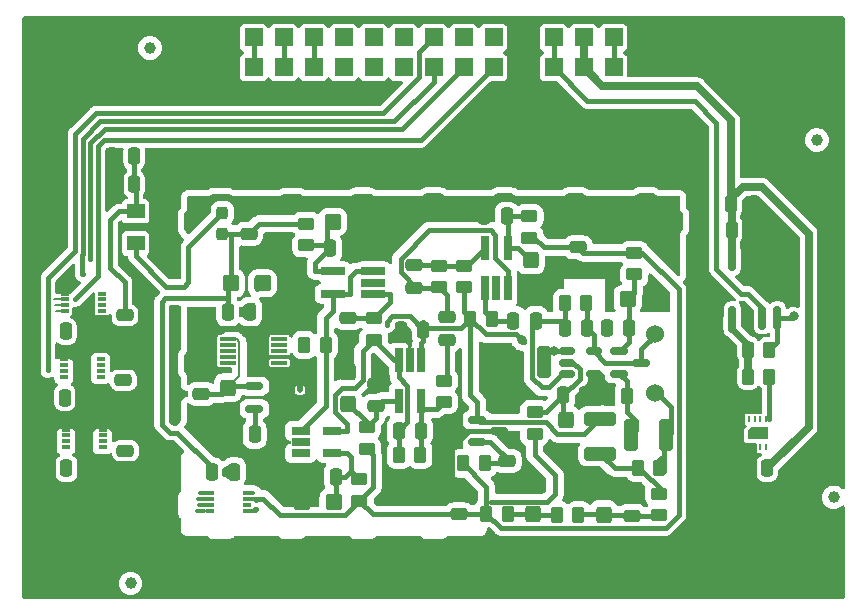
<source format=gbr>
%TF.GenerationSoftware,KiCad,Pcbnew,7.0.8-7.0.8~ubuntu23.04.1*%
%TF.CreationDate,2023-11-09T23:42:43+00:00*%
%TF.ProjectId,AIRDOS04_base,41495244-4f53-4303-945f-626173652e6b,REV*%
%TF.SameCoordinates,PX66dd020PY81342c0*%
%TF.FileFunction,Copper,L2,Bot*%
%TF.FilePolarity,Positive*%
%FSLAX46Y46*%
G04 Gerber Fmt 4.6, Leading zero omitted, Abs format (unit mm)*
G04 Created by KiCad (PCBNEW 7.0.8-7.0.8~ubuntu23.04.1) date 2023-11-09 23:42:43*
%MOMM*%
%LPD*%
G01*
G04 APERTURE LIST*
G04 Aperture macros list*
%AMRoundRect*
0 Rectangle with rounded corners*
0 $1 Rounding radius*
0 $2 $3 $4 $5 $6 $7 $8 $9 X,Y pos of 4 corners*
0 Add a 4 corners polygon primitive as box body*
4,1,4,$2,$3,$4,$5,$6,$7,$8,$9,$2,$3,0*
0 Add four circle primitives for the rounded corners*
1,1,$1+$1,$2,$3*
1,1,$1+$1,$4,$5*
1,1,$1+$1,$6,$7*
1,1,$1+$1,$8,$9*
0 Add four rect primitives between the rounded corners*
20,1,$1+$1,$2,$3,$4,$5,0*
20,1,$1+$1,$4,$5,$6,$7,0*
20,1,$1+$1,$6,$7,$8,$9,0*
20,1,$1+$1,$8,$9,$2,$3,0*%
%AMFreePoly0*
4,1,6,0.500000,-0.850000,-0.200000,-0.850000,-0.500000,-0.550000,-0.500000,0.850000,0.500000,0.850000,0.500000,-0.850000,0.500000,-0.850000,$1*%
G04 Aperture macros list end*
%TA.AperFunction,ComponentPad*%
%ADD10C,6.000000*%
%TD*%
%TA.AperFunction,ComponentPad*%
%ADD11C,1.524000*%
%TD*%
%TA.AperFunction,SMDPad,CuDef*%
%ADD12RoundRect,0.250000X0.475000X-0.250000X0.475000X0.250000X-0.475000X0.250000X-0.475000X-0.250000X0*%
%TD*%
%TA.AperFunction,SMDPad,CuDef*%
%ADD13R,2.000000X0.650000*%
%TD*%
%TA.AperFunction,SMDPad,CuDef*%
%ADD14RoundRect,0.250000X-0.450000X-0.425000X0.450000X-0.425000X0.450000X0.425000X-0.450000X0.425000X0*%
%TD*%
%TA.AperFunction,SMDPad,CuDef*%
%ADD15RoundRect,0.250000X-0.250000X-0.475000X0.250000X-0.475000X0.250000X0.475000X-0.250000X0.475000X0*%
%TD*%
%TA.AperFunction,SMDPad,CuDef*%
%ADD16RoundRect,0.250000X0.250000X0.475000X-0.250000X0.475000X-0.250000X-0.475000X0.250000X-0.475000X0*%
%TD*%
%TA.AperFunction,SMDPad,CuDef*%
%ADD17RoundRect,0.250000X-0.475000X0.250000X-0.475000X-0.250000X0.475000X-0.250000X0.475000X0.250000X0*%
%TD*%
%TA.AperFunction,SMDPad,CuDef*%
%ADD18RoundRect,0.250000X-0.262500X-0.450000X0.262500X-0.450000X0.262500X0.450000X-0.262500X0.450000X0*%
%TD*%
%TA.AperFunction,SMDPad,CuDef*%
%ADD19RoundRect,0.250000X-0.450000X0.262500X-0.450000X-0.262500X0.450000X-0.262500X0.450000X0.262500X0*%
%TD*%
%TA.AperFunction,SMDPad,CuDef*%
%ADD20R,1.000000X1.000000*%
%TD*%
%TA.AperFunction,SMDPad,CuDef*%
%ADD21R,1.000000X1.550000*%
%TD*%
%TA.AperFunction,SMDPad,CuDef*%
%ADD22R,1.000000X3.800000*%
%TD*%
%TA.AperFunction,SMDPad,CuDef*%
%ADD23R,2.300000X1.000000*%
%TD*%
%TA.AperFunction,SMDPad,CuDef*%
%ADD24R,3.800000X1.000000*%
%TD*%
%TA.AperFunction,SMDPad,CuDef*%
%ADD25R,1.560000X0.650000*%
%TD*%
%TA.AperFunction,SMDPad,CuDef*%
%ADD26RoundRect,0.250000X0.325000X1.100000X-0.325000X1.100000X-0.325000X-1.100000X0.325000X-1.100000X0*%
%TD*%
%TA.AperFunction,SMDPad,CuDef*%
%ADD27R,0.650000X2.000000*%
%TD*%
%TA.AperFunction,SMDPad,CuDef*%
%ADD28R,0.800000X0.300000*%
%TD*%
%TA.AperFunction,SMDPad,CuDef*%
%ADD29RoundRect,0.250000X0.425000X-0.450000X0.425000X0.450000X-0.425000X0.450000X-0.425000X-0.450000X0*%
%TD*%
%TA.AperFunction,SMDPad,CuDef*%
%ADD30RoundRect,0.250000X-0.425000X0.450000X-0.425000X-0.450000X0.425000X-0.450000X0.425000X0.450000X0*%
%TD*%
%TA.AperFunction,SMDPad,CuDef*%
%ADD31R,1.400000X0.300000*%
%TD*%
%TA.AperFunction,SMDPad,CuDef*%
%ADD32RoundRect,0.250000X1.100000X-0.325000X1.100000X0.325000X-1.100000X0.325000X-1.100000X-0.325000X0*%
%TD*%
%TA.AperFunction,SMDPad,CuDef*%
%ADD33RoundRect,0.250000X0.262500X0.450000X-0.262500X0.450000X-0.262500X-0.450000X0.262500X-0.450000X0*%
%TD*%
%TA.AperFunction,SMDPad,CuDef*%
%ADD34R,1.500000X1.300000*%
%TD*%
%TA.AperFunction,SMDPad,CuDef*%
%ADD35R,3.000000X0.700000*%
%TD*%
%TA.AperFunction,SMDPad,CuDef*%
%ADD36RoundRect,0.250000X0.450000X0.425000X-0.450000X0.425000X-0.450000X-0.425000X0.450000X-0.425000X0*%
%TD*%
%TA.AperFunction,SMDPad,CuDef*%
%ADD37C,0.500000*%
%TD*%
%TA.AperFunction,SMDPad,CuDef*%
%ADD38RoundRect,0.150000X-0.587500X-0.150000X0.587500X-0.150000X0.587500X0.150000X-0.587500X0.150000X0*%
%TD*%
%TA.AperFunction,SMDPad,CuDef*%
%ADD39RoundRect,0.250000X0.450000X-0.262500X0.450000X0.262500X-0.450000X0.262500X-0.450000X-0.262500X0*%
%TD*%
%TA.AperFunction,SMDPad,CuDef*%
%ADD40C,1.000000*%
%TD*%
%TA.AperFunction,SMDPad,CuDef*%
%ADD41RoundRect,0.250000X-0.325000X-1.100000X0.325000X-1.100000X0.325000X1.100000X-0.325000X1.100000X0*%
%TD*%
%TA.AperFunction,SMDPad,CuDef*%
%ADD42RoundRect,0.150000X-0.512500X-0.150000X0.512500X-0.150000X0.512500X0.150000X-0.512500X0.150000X0*%
%TD*%
%TA.AperFunction,SMDPad,CuDef*%
%ADD43RoundRect,0.237500X0.237500X-0.287500X0.237500X0.287500X-0.237500X0.287500X-0.237500X-0.287500X0*%
%TD*%
%TA.AperFunction,SMDPad,CuDef*%
%ADD44R,0.250000X0.550000*%
%TD*%
%TA.AperFunction,SMDPad,CuDef*%
%ADD45FreePoly0,270.000000*%
%TD*%
%TA.AperFunction,ComponentPad*%
%ADD46R,1.524000X1.524000*%
%TD*%
%TA.AperFunction,SMDPad,CuDef*%
%ADD47RoundRect,0.150000X-0.150000X0.825000X-0.150000X-0.825000X0.150000X-0.825000X0.150000X0.825000X0*%
%TD*%
%TA.AperFunction,ViaPad*%
%ADD48C,0.800000*%
%TD*%
%TA.AperFunction,Conductor*%
%ADD49C,0.300000*%
%TD*%
%TA.AperFunction,Conductor*%
%ADD50C,0.450000*%
%TD*%
%TA.AperFunction,Conductor*%
%ADD51C,0.200000*%
%TD*%
%TA.AperFunction,Conductor*%
%ADD52C,0.700000*%
%TD*%
%TA.AperFunction,Conductor*%
%ADD53C,0.601000*%
%TD*%
%TA.AperFunction,Conductor*%
%ADD54C,0.249800*%
%TD*%
G04 APERTURE END LIST*
%TA.AperFunction,EtchedComponent*%
%TO.C,JP1*%
G36*
X29587000Y23503000D02*
G01*
X29087000Y23503000D01*
X29087000Y24503000D01*
X29587000Y24503000D01*
X29587000Y23503000D01*
G37*
%TD.AperFunction*%
%TD*%
D10*
%TO.P,M1,1*%
%TO.N,GND*%
X10160000Y50800000D03*
%TD*%
%TO.P,M2,1*%
%TO.N,GND*%
X71120000Y50800000D03*
%TD*%
%TO.P,M3,1*%
%TO.N,GND*%
X10160000Y10160000D03*
%TD*%
%TO.P,M4,1*%
%TO.N,GND*%
X71120000Y10160000D03*
%TD*%
D11*
%TO.P,D1,1,K*%
%TO.N,/PIN_detector/K*%
X59424400Y23266400D03*
%TO.P,D1,2,A*%
%TO.N,/PIN_detector/A*%
X59424400Y28266400D03*
%TD*%
D12*
%TO.P,C2,1*%
%TO.N,+5V*%
X24993600Y36729000D03*
%TO.P,C2,2*%
%TO.N,GNDA*%
X24993600Y38629000D03*
%TD*%
D13*
%TO.P,U2,1*%
%TO.N,Net-(U2--)*%
X35517400Y33545200D03*
%TO.P,U2,2,V-*%
%TO.N,GNDA*%
X35517400Y32595200D03*
%TO.P,U2,3,+*%
%TO.N,Net-(U2-+)*%
X35517400Y31645200D03*
%TO.P,U2,4,-*%
%TO.N,Net-(U2--)*%
X32097400Y31645200D03*
%TO.P,U2,5,V+*%
%TO.N,/analogue_backend/VCC2*%
X32097400Y33545200D03*
%TD*%
D14*
%TO.P,C3,1*%
%TO.N,/analogue_backend/VCC2*%
X32127200Y37729800D03*
%TO.P,C3,2*%
%TO.N,GNDA*%
X34827200Y37729800D03*
%TD*%
D15*
%TO.P,C8,1*%
%TO.N,/analogue_backend/VCC2*%
X25491400Y19746600D03*
%TO.P,C8,2*%
%TO.N,GNDA*%
X27391400Y19746600D03*
%TD*%
%TO.P,C4,1*%
%TO.N,/analogue_backend/VCC2*%
X31892200Y35490800D03*
%TO.P,C4,2*%
%TO.N,GNDA*%
X33792200Y35490800D03*
%TD*%
D16*
%TO.P,C7,1*%
%TO.N,/analogue_backend/VCC3*%
X32369800Y16139800D03*
%TO.P,C7,2*%
%TO.N,GNDA*%
X30469800Y16139800D03*
%TD*%
D17*
%TO.P,C16,1*%
%TO.N,Net-(U2-+)*%
X33426400Y29561200D03*
%TO.P,C16,2*%
%TO.N,GNDA*%
X33426400Y27661200D03*
%TD*%
D18*
%TO.P,R6,1*%
%TO.N,/analogue_backend/A{slash}D*%
X29694500Y27305000D03*
%TO.P,R6,2*%
%TO.N,Net-(U2--)*%
X31519500Y27305000D03*
%TD*%
D19*
%TO.P,R3,1*%
%TO.N,/analogue_backend/VCC5*%
X35001200Y20328900D03*
%TO.P,R3,2*%
%TO.N,+5V*%
X35001200Y18503900D03*
%TD*%
%TO.P,R2,1*%
%TO.N,/analogue_backend/VCC3*%
X34366200Y15934700D03*
%TO.P,R2,2*%
%TO.N,+5V*%
X34366200Y14109700D03*
%TD*%
%TO.P,R5,1*%
%TO.N,Net-(U2-+)*%
X35560000Y29574500D03*
%TO.P,R5,2*%
%TO.N,Net-(U6--)*%
X35560000Y27749500D03*
%TD*%
D20*
%TO.P,M5,1,Shield*%
%TO.N,GND*%
X18740000Y40916400D03*
D21*
X18740000Y39641400D03*
D22*
X18740000Y34766400D03*
X18740000Y28766400D03*
X18740000Y22766400D03*
X18740000Y16766400D03*
D21*
X18740000Y11891400D03*
D20*
X18740000Y10616400D03*
D23*
X20390000Y40916400D03*
X20390000Y10616400D03*
D24*
X25640000Y40916400D03*
X25640000Y10616400D03*
X31640000Y40916400D03*
X31640000Y10616400D03*
X37640000Y40916400D03*
X37640000Y10616400D03*
X43640000Y40916400D03*
X43640000Y10616400D03*
X49640000Y40916400D03*
X49640000Y10616400D03*
X55640000Y40916400D03*
X55640000Y10616400D03*
D23*
X60890000Y40916400D03*
X60890000Y10616400D03*
D20*
X62540000Y40916400D03*
D21*
X62540000Y39641400D03*
D22*
X62540000Y34766400D03*
X62540000Y28766400D03*
X62540000Y22766400D03*
X62540000Y16766400D03*
D21*
X62540000Y11891400D03*
D20*
X62540000Y10616400D03*
%TD*%
D25*
%TO.P,U6,1*%
%TO.N,Net-(U5-C)*%
X29384000Y18136200D03*
%TO.P,U6,2,V-*%
%TO.N,GNDA*%
X29384000Y19086200D03*
%TO.P,U6,3,+*%
%TO.N,Net-(U2--)*%
X29384000Y20036200D03*
%TO.P,U6,4,-*%
%TO.N,Net-(U6--)*%
X32084000Y20036200D03*
%TO.P,U6,5,V+*%
%TO.N,/analogue_backend/VCC3*%
X32084000Y18136200D03*
%TD*%
D26*
%TO.P,C32,1*%
%TO.N,/PIN_detector/REF*%
X50014400Y25882600D03*
%TO.P,C32,2*%
%TO.N,GNDA*%
X47064400Y25882600D03*
%TD*%
D27*
%TO.P,U9,1*%
%TO.N,Net-(C31-Pad2)*%
X46909000Y32115800D03*
%TO.P,U9,2,V-*%
%TO.N,GNDA*%
X45959000Y32115800D03*
%TO.P,U9,3,+*%
%TO.N,Net-(U9-+)*%
X45009000Y32115800D03*
%TO.P,U9,4,-*%
%TO.N,Net-(U9--)*%
X45009000Y35535800D03*
%TO.P,U9,5,V+*%
%TO.N,Net-(U9-V+)*%
X46909000Y35535800D03*
%TD*%
D15*
%TO.P,C12,1*%
%TO.N,+5V*%
X23230800Y30109800D03*
%TO.P,C12,2*%
%TO.N,GND*%
X25130800Y30109800D03*
%TD*%
%TO.P,C46,1*%
%TO.N,/interface/3v3*%
X9565600Y16855400D03*
%TO.P,C46,2*%
%TO.N,GND*%
X11465600Y16855400D03*
%TD*%
%TO.P,C18,1*%
%TO.N,+5V*%
X21859200Y16546200D03*
%TO.P,C18,2*%
%TO.N,GND*%
X23759200Y16546200D03*
%TD*%
D16*
%TO.P,C38,1*%
%TO.N,/interface/5v*%
X15290800Y43281600D03*
%TO.P,C38,2*%
%TO.N,GND*%
X13390800Y43281600D03*
%TD*%
D28*
%TO.P,U5,1,C*%
%TO.N,Net-(U5-C)*%
X24841800Y14781600D03*
%TO.P,U5,2,D*%
%TO.N,+5V*%
X24841800Y14281600D03*
%TO.P,U5,3,~{Q}*%
%TO.N,unconnected-(U5-~{Q}-Pad3)*%
X24841800Y13781600D03*
%TO.P,U5,4,GND*%
%TO.N,GND*%
X24841800Y13281600D03*
%TO.P,U5,5,Q*%
%TO.N,/analogue_backend/CONV*%
X21741800Y13281600D03*
%TO.P,U5,6,~{CLR}*%
%TO.N,/analogue_backend/Reset*%
X21741800Y13781600D03*
%TO.P,U5,7,~{PRE}*%
%TO.N,/analogue_backend/Set*%
X21741800Y14281600D03*
%TO.P,U5,8,VCC*%
%TO.N,+5V*%
X21741800Y14781600D03*
%TD*%
D29*
%TO.P,C13,1*%
%TO.N,/analogue_backend/VCC5*%
X33426400Y22333600D03*
%TO.P,C13,2*%
%TO.N,GNDA*%
X33426400Y25033600D03*
%TD*%
D18*
%TO.P,R18,1*%
%TO.N,/PIN_detector/REF*%
X43766100Y29489400D03*
%TO.P,R18,2*%
%TO.N,Net-(U9-+)*%
X45591100Y29489400D03*
%TD*%
D19*
%TO.P,R16,1*%
%TO.N,Net-(C29-Pad1)*%
X59744800Y14704300D03*
%TO.P,R16,2*%
%TO.N,Net-(C27-Pad1)*%
X59744800Y12879300D03*
%TD*%
%TO.P,R19,1*%
%TO.N,Net-(U8-V+)*%
X49199800Y21613500D03*
%TO.P,R19,2*%
%TO.N,+5V*%
X49199800Y19788500D03*
%TD*%
D12*
%TO.P,C31,1*%
%TO.N,/PIN_detector/Signal*%
X41757600Y27762800D03*
%TO.P,C31,2*%
%TO.N,Net-(C31-Pad2)*%
X41757600Y29662800D03*
%TD*%
D28*
%TO.P,U12,1,VCCA*%
%TO.N,/interface/3v3*%
X9346600Y24589000D03*
%TO.P,U12,2,1A*%
%TO.N,/interface/MOSI*%
X9346600Y25089000D03*
%TO.P,U12,3,2A*%
%TO.N,/interface/SCLK*%
X9346600Y25589000D03*
%TO.P,U12,4,GND*%
%TO.N,GND*%
X9346600Y26089000D03*
%TO.P,U12,5,DIR*%
%TO.N,/interface/3v3*%
X12446600Y26089000D03*
%TO.P,U12,6,2B*%
%TO.N,/interface/SCLK*%
X12446600Y25589000D03*
%TO.P,U12,7,1B*%
%TO.N,/interface/MOSI*%
X12446600Y25089000D03*
%TO.P,U12,8,VCCB*%
%TO.N,/interface/5v*%
X12446600Y24589000D03*
%TD*%
D30*
%TO.P,C34,1*%
%TO.N,Net-(U8-V+)*%
X51866800Y20933400D03*
%TO.P,C34,2*%
%TO.N,GNDA*%
X51866800Y18233400D03*
%TD*%
D31*
%TO.P,U3,1,CONV*%
%TO.N,/analogue_backend/CONV*%
X27600000Y27782400D03*
%TO.P,U3,2,CH0*%
%TO.N,/analogue_backend/A{slash}D*%
X27600000Y27282400D03*
%TO.P,U3,3,CH1*%
%TO.N,/PIN_detector/REF*%
X27600000Y26782400D03*
%TO.P,U3,4,AGND*%
%TO.N,GNDA*%
X27600000Y26282400D03*
%TO.P,U3,5,DGND*%
%TO.N,GND*%
X27600000Y25782400D03*
%TO.P,U3,6,SDI*%
%TO.N,/interface/MOSI*%
X23200000Y25782400D03*
%TO.P,U3,7,SDO*%
%TO.N,/interface/MISO*%
X23200000Y26282400D03*
%TO.P,U3,8,SCK*%
%TO.N,/interface/SCLK*%
X23200000Y26782400D03*
%TO.P,U3,9,V_{CC}*%
%TO.N,+5V*%
X23200000Y27282400D03*
%TO.P,U3,10,V_{REF}*%
%TO.N,/analogue_backend/4.1 V*%
X23200000Y27782400D03*
%TD*%
D15*
%TO.P,C41,1*%
%TO.N,VDD*%
X65877400Y37072800D03*
%TO.P,C41,2*%
%TO.N,GND*%
X67777400Y37072800D03*
%TD*%
%TO.P,C15,1*%
%TO.N,Net-(U6--)*%
X37683400Y20026000D03*
%TO.P,C15,2*%
%TO.N,Net-(U4--)*%
X39583400Y20026000D03*
%TD*%
D12*
%TO.P,C5,1*%
%TO.N,+5V*%
X52867800Y35568200D03*
%TO.P,C5,2*%
%TO.N,GNDA*%
X52867800Y37468200D03*
%TD*%
D32*
%TO.P,C29,1*%
%TO.N,Net-(C29-Pad1)*%
X54762400Y18108400D03*
%TO.P,C29,2*%
%TO.N,/PIN_detector/REF*%
X54762400Y21058400D03*
%TD*%
D33*
%TO.P,R12,1*%
%TO.N,Net-(Q1-S)*%
X56995700Y23012400D03*
%TO.P,R12,2*%
%TO.N,GNDA*%
X55170700Y23012400D03*
%TD*%
D17*
%TO.P,C47,1*%
%TO.N,/interface/5v*%
X14554200Y18364200D03*
%TO.P,C47,2*%
%TO.N,GND*%
X14554200Y16464200D03*
%TD*%
D33*
%TO.P,R21,1*%
%TO.N,Net-(U10-Vin)*%
X44958000Y17272000D03*
%TO.P,R21,2*%
%TO.N,+5V*%
X43133000Y17272000D03*
%TD*%
D12*
%TO.P,C28,1*%
%TO.N,Net-(C27-Pad1)*%
X57458800Y12841800D03*
%TO.P,C28,2*%
%TO.N,GNDA*%
X57458800Y14741800D03*
%TD*%
D17*
%TO.P,C10,1*%
%TO.N,/analogue_backend/4.1 V*%
X20980400Y23160400D03*
%TO.P,C10,2*%
%TO.N,GNDA*%
X20980400Y21260400D03*
%TD*%
D34*
%TO.P,C37,1,1*%
%TO.N,Net-(C37-Pad1)*%
X15417800Y35911800D03*
D35*
%TO.P,C37,2,2*%
%TO.N,GND*%
X15417800Y37261800D03*
D34*
%TO.P,C37,3,3*%
%TO.N,/interface/5v*%
X15417800Y38611800D03*
%TD*%
D19*
%TO.P,R11,1*%
%TO.N,Net-(U9-V+)*%
X48753000Y38192700D03*
%TO.P,R11,2*%
%TO.N,+5V*%
X48753000Y36367700D03*
%TD*%
D33*
%TO.P,R17,1*%
%TO.N,/PIN_detector/K*%
X59764300Y16891000D03*
%TO.P,R17,2*%
%TO.N,Net-(C29-Pad1)*%
X57939300Y16891000D03*
%TD*%
D36*
%TO.P,C6,1*%
%TO.N,/analogue_backend/VCC3*%
X32185600Y13980800D03*
%TO.P,C6,2*%
%TO.N,GNDA*%
X29485600Y13980800D03*
%TD*%
D37*
%TO.P,JP1,1,1*%
%TO.N,GNDA*%
X29337000Y24503000D03*
%TO.P,JP1,2,2*%
%TO.N,GND*%
X29337000Y23503000D03*
%TD*%
D38*
%TO.P,U1,1,Vin*%
%TO.N,/analogue_backend/VCC2*%
X25478500Y21895400D03*
%TO.P,U1,2,Vout*%
%TO.N,/analogue_backend/4.1 V*%
X25478500Y23795400D03*
%TO.P,U1,3,GND*%
%TO.N,GNDA*%
X27353500Y22845400D03*
%TD*%
D15*
%TO.P,C33,1*%
%TO.N,Net-(U8-V+)*%
X51592200Y23030200D03*
%TO.P,C33,2*%
%TO.N,GNDA*%
X53492200Y23030200D03*
%TD*%
D39*
%TO.P,R20,1*%
%TO.N,Net-(C31-Pad2)*%
X41097200Y32194500D03*
%TO.P,R20,2*%
%TO.N,Net-(U9--)*%
X41097200Y34019500D03*
%TD*%
D16*
%TO.P,C20,1*%
%TO.N,Net-(Q1-D)*%
X57200600Y28719800D03*
%TO.P,C20,2*%
%TO.N,GNDA*%
X55300600Y28719800D03*
%TD*%
D18*
%TO.P,R13,1*%
%TO.N,Net-(C25-Pad1)*%
X51767100Y30861000D03*
%TO.P,R13,2*%
%TO.N,/PIN_detector/A*%
X53592100Y30861000D03*
%TD*%
D17*
%TO.P,C43,1*%
%TO.N,/interface/5v*%
X14376400Y24307800D03*
%TO.P,C43,2*%
%TO.N,GND*%
X14376400Y22407800D03*
%TD*%
D39*
%TO.P,R10,1*%
%TO.N,Net-(Q1-D)*%
X57632600Y33275900D03*
%TO.P,R10,2*%
%TO.N,+5V*%
X57632600Y35100900D03*
%TD*%
D16*
%TO.P,C19,1*%
%TO.N,VDD*%
X68895000Y16854400D03*
%TO.P,C19,2*%
%TO.N,GND*%
X66995000Y16854400D03*
%TD*%
D12*
%TO.P,C14,1*%
%TO.N,/analogue_backend/VCC5*%
X35788600Y22124000D03*
%TO.P,C14,2*%
%TO.N,GNDA*%
X35788600Y24024000D03*
%TD*%
D16*
%TO.P,C39,1*%
%TO.N,/interface/5v*%
X15316200Y40919400D03*
%TO.P,C39,2*%
%TO.N,GND*%
X13416200Y40919400D03*
%TD*%
D30*
%TO.P,C9,1*%
%TO.N,/analogue_backend/4.1 V*%
X23241000Y23687400D03*
%TO.P,C9,2*%
%TO.N,GNDA*%
X23241000Y20987400D03*
%TD*%
D15*
%TO.P,C40,1*%
%TO.N,VDD*%
X65852000Y39206400D03*
%TO.P,C40,2*%
%TO.N,GND*%
X67752000Y39206400D03*
%TD*%
D40*
%TO.P,FID4,*%
%TO.N,*%
X74523600Y14401800D03*
%TD*%
D41*
%TO.P,C22,1*%
%TO.N,Net-(Q1-S)*%
X57376800Y19685000D03*
%TO.P,C22,2*%
%TO.N,/PIN_detector/K*%
X60326800Y19685000D03*
%TD*%
D39*
%TO.P,R1,1*%
%TO.N,/analogue_backend/VCC2*%
X29870400Y35746700D03*
%TO.P,R1,2*%
%TO.N,+5V*%
X29870400Y37571700D03*
%TD*%
D14*
%TO.P,C11,1*%
%TO.N,+5V*%
X23465800Y32522800D03*
%TO.P,C11,2*%
%TO.N,GND*%
X26165800Y32522800D03*
%TD*%
D17*
%TO.P,C36,1*%
%TO.N,Net-(U10-Vin)*%
X46863000Y17485400D03*
%TO.P,C36,2*%
%TO.N,GNDA*%
X46863000Y15585400D03*
%TD*%
D40*
%TO.P,FID2,*%
%TO.N,*%
X14986000Y7112000D03*
%TD*%
D15*
%TO.P,C30,1*%
%TO.N,Net-(U9-+)*%
X47411600Y29362400D03*
%TO.P,C30,2*%
%TO.N,Net-(C25-Pad1)*%
X49311600Y29362400D03*
%TD*%
D19*
%TO.P,R22,1*%
%TO.N,Net-(U9--)*%
X43180000Y34019500D03*
%TO.P,R22,2*%
%TO.N,/PIN_detector/REF*%
X43180000Y32194500D03*
%TD*%
D14*
%TO.P,C21,1*%
%TO.N,Net-(Q1-D)*%
X57095400Y31191200D03*
%TO.P,C21,2*%
%TO.N,GNDA*%
X59795400Y31191200D03*
%TD*%
D30*
%TO.P,C24,1*%
%TO.N,Net-(U9-V+)*%
X48854600Y34490000D03*
%TO.P,C24,2*%
%TO.N,GNDA*%
X48854600Y31790000D03*
%TD*%
D39*
%TO.P,R7,1*%
%TO.N,Net-(U4--)*%
X41503600Y22466300D03*
%TO.P,R7,2*%
%TO.N,/PIN_detector/Signal*%
X41503600Y24291300D03*
%TD*%
D15*
%TO.P,C44,1*%
%TO.N,/interface/3v3*%
X9514800Y28463200D03*
%TO.P,C44,2*%
%TO.N,GND*%
X11414800Y28463200D03*
%TD*%
D33*
%TO.P,R14,1*%
%TO.N,Net-(C26-Pad1)*%
X46933300Y13029800D03*
%TO.P,R14,2*%
%TO.N,+5V*%
X45108300Y13029800D03*
%TD*%
D18*
%TO.P,R4,1*%
%TO.N,Net-(U6--)*%
X37705900Y18005400D03*
%TO.P,R4,2*%
%TO.N,Net-(U4--)*%
X39530900Y18005400D03*
%TD*%
D15*
%TO.P,C42,1*%
%TO.N,/interface/3v3*%
X9413200Y22849800D03*
%TO.P,C42,2*%
%TO.N,GND*%
X11313200Y22849800D03*
%TD*%
D40*
%TO.P,FID1,*%
%TO.N,*%
X73101200Y44653200D03*
%TD*%
D42*
%TO.P,U8,1*%
%TO.N,Net-(C25-Pad1)*%
X51923100Y24856400D03*
%TO.P,U8,2,V+*%
%TO.N,Net-(U8-V+)*%
X51923100Y25806400D03*
%TO.P,U8,3,+*%
%TO.N,/PIN_detector/REF*%
X51923100Y26756400D03*
%TO.P,U8,4,-*%
%TO.N,/PIN_detector/A*%
X54198100Y26756400D03*
%TO.P,U8,5,V-*%
%TO.N,GNDA*%
X54198100Y24856400D03*
%TD*%
D12*
%TO.P,C1,1*%
%TO.N,+5V*%
X42803000Y12968800D03*
%TO.P,C1,2*%
%TO.N,GNDA*%
X42803000Y14868800D03*
%TD*%
D43*
%TO.P,L1,1*%
%TO.N,+5V*%
X22758400Y36727800D03*
%TO.P,L1,2*%
%TO.N,Net-(C37-Pad1)*%
X22758400Y38477800D03*
%TD*%
D16*
%TO.P,C17,1*%
%TO.N,/PIN_detector/REF*%
X39786600Y28585800D03*
%TO.P,C17,2*%
%TO.N,GNDA*%
X37886600Y28585800D03*
%TD*%
D29*
%TO.P,C26,1*%
%TO.N,Net-(C26-Pad1)*%
X49043400Y12975200D03*
%TO.P,C26,2*%
%TO.N,GNDA*%
X49043400Y15675200D03*
%TD*%
D12*
%TO.P,C35,1*%
%TO.N,Net-(C31-Pad2)*%
X39014400Y32157000D03*
%TO.P,C35,2*%
%TO.N,Net-(U9--)*%
X39014400Y34057000D03*
%TD*%
D33*
%TO.P,R15,1*%
%TO.N,Net-(C27-Pad1)*%
X52910300Y12902800D03*
%TO.P,R15,2*%
%TO.N,Net-(C26-Pad1)*%
X51085300Y12902800D03*
%TD*%
D28*
%TO.P,U14,1,VCCA*%
%TO.N,/interface/3v3*%
X9524400Y18645400D03*
%TO.P,U14,2,1A*%
%TO.N,/interface/MISO*%
X9524400Y19145400D03*
%TO.P,U14,3,2A*%
%TO.N,/interface/B0*%
X9524400Y19645400D03*
%TO.P,U14,4,GND*%
%TO.N,GND*%
X9524400Y20145400D03*
%TO.P,U14,5,DIR*%
X12624400Y20145400D03*
%TO.P,U14,6,2B*%
%TO.N,/analogue_backend/CONV*%
X12624400Y19645400D03*
%TO.P,U14,7,1B*%
%TO.N,/interface/MISO*%
X12624400Y19145400D03*
%TO.P,U14,8,VCCB*%
%TO.N,/interface/5v*%
X12624400Y18645400D03*
%TD*%
D18*
%TO.P,R29,1*%
%TO.N,VDD*%
X67261100Y26887400D03*
%TO.P,R29,2*%
%TO.N,/interface/SDA*%
X69086100Y26887400D03*
%TD*%
D15*
%TO.P,C25,1*%
%TO.N,Net-(C25-Pad1)*%
X51744600Y28745200D03*
%TO.P,C25,2*%
%TO.N,/PIN_detector/A*%
X53644600Y28745200D03*
%TD*%
D44*
%TO.P,U7,1,SDA*%
%TO.N,/interface/SDA*%
X67322000Y21001200D03*
%TO.P,U7,2,ADDR*%
%TO.N,VDD*%
X67822000Y21001200D03*
%TO.P,U7,3,ALERT*%
%TO.N,unconnected-(U7-ALERT-Pad3)*%
X68322000Y21001200D03*
%TO.P,U7,4,SCL*%
%TO.N,/interface/SCL*%
X68822000Y21001200D03*
%TO.P,U7,5,VDD*%
%TO.N,VDD*%
X68822000Y18651200D03*
%TO.P,U7,6,~{RESET}*%
%TO.N,unconnected-(U7-~{RESET}-Pad6)*%
X68322000Y18651200D03*
%TO.P,U7,7,R*%
%TO.N,GND*%
X67822000Y18651200D03*
%TO.P,U7,8,VSS*%
X67322000Y18651200D03*
D45*
%TO.P,U7,9,VSS*%
X68072000Y19826200D03*
%TD*%
D38*
%TO.P,Q1,1,S*%
%TO.N,Net-(Q1-S)*%
X56364900Y24856400D03*
%TO.P,Q1,2,D*%
%TO.N,Net-(Q1-D)*%
X56364900Y26756400D03*
%TO.P,Q1,3,G*%
%TO.N,/PIN_detector/A*%
X58239900Y25806400D03*
%TD*%
D40*
%TO.P,FID3,*%
%TO.N,*%
X16637000Y52451000D03*
%TD*%
D46*
%TO.P,J1,1*%
%TO.N,GND*%
X22860000Y53340000D03*
%TO.P,J1,2*%
X22860000Y50800000D03*
%TO.P,J1,3*%
%TO.N,/interface/5v*%
X25400000Y53340000D03*
%TO.P,J1,4*%
X25400000Y50800000D03*
%TO.P,J1,5*%
%TO.N,/interface/3v3*%
X27940000Y53340000D03*
%TO.P,J1,6*%
X27940000Y50800000D03*
%TO.P,J1,7*%
%TO.N,Net-(J1-Pad7)*%
X30480000Y53340000D03*
%TO.P,J1,8*%
X30480000Y50800000D03*
%TO.P,J1,9*%
%TO.N,unconnected-(J1-Pad9)*%
X33020000Y53340000D03*
%TO.P,J1,10*%
%TO.N,/interface/A0*%
X33020000Y50800000D03*
%TO.P,J1,11*%
%TO.N,/interface/RX*%
X35560000Y53340000D03*
%TO.P,J1,12*%
%TO.N,/interface/A1*%
X35560000Y50800000D03*
%TO.P,J1,13*%
%TO.N,/interface/TX*%
X38100000Y53340000D03*
%TO.P,J1,14*%
%TO.N,/interface/B1*%
X38100000Y50800000D03*
%TO.P,J1,15*%
%TO.N,/interface/MOSI*%
X40640000Y53340000D03*
%TO.P,J1,16*%
%TO.N,/interface/B0*%
X40640000Y50800000D03*
%TO.P,J1,17*%
%TO.N,/interface/MISO*%
X43180000Y53340000D03*
%TO.P,J1,18*%
%TO.N,/interface/C1*%
X43180000Y50800000D03*
%TO.P,J1,19*%
%TO.N,/interface/SCLK*%
X45720000Y53340000D03*
%TO.P,J1,20*%
%TO.N,/interface/C0*%
X45720000Y50800000D03*
%TO.P,J1,21*%
%TO.N,GND*%
X48260000Y53340000D03*
%TO.P,J1,22*%
X48260000Y50800000D03*
%TO.P,J1,23*%
%TO.N,/interface/SCL*%
X50800000Y53340000D03*
%TO.P,J1,24*%
X50800000Y50800000D03*
%TO.P,J1,25*%
%TO.N,VDD*%
X53340000Y53340000D03*
%TO.P,J1,26*%
X53340000Y50800000D03*
%TO.P,J1,27*%
%TO.N,/interface/SDA*%
X55880000Y53340000D03*
%TO.P,J1,28*%
X55880000Y50800000D03*
%TO.P,J1,29*%
%TO.N,GND*%
X58420000Y53340000D03*
%TO.P,J1,30*%
X58420000Y50800000D03*
%TD*%
D47*
%TO.P,U11,1,A0*%
%TO.N,VDD*%
X65938400Y34569400D03*
%TO.P,U11,2,A1*%
%TO.N,GND*%
X67208400Y34569400D03*
%TO.P,U11,3,A2*%
X68478400Y34569400D03*
%TO.P,U11,4,GND*%
X69748400Y34569400D03*
%TO.P,U11,5,SDA*%
%TO.N,/interface/SDA*%
X69748400Y29619400D03*
%TO.P,U11,6,SCL*%
%TO.N,/interface/SCL*%
X68478400Y29619400D03*
%TO.P,U11,7,WP*%
%TO.N,GND*%
X67208400Y29619400D03*
%TO.P,U11,8,VCC*%
%TO.N,VDD*%
X65938400Y29619400D03*
%TD*%
D16*
%TO.P,C23,1*%
%TO.N,Net-(U9-V+)*%
X46832800Y38194600D03*
%TO.P,C23,2*%
%TO.N,GNDA*%
X44932800Y38194600D03*
%TD*%
D38*
%TO.P,U10,1,Vin*%
%TO.N,Net-(U10-Vin)*%
X44350700Y19065200D03*
%TO.P,U10,2,Vout*%
%TO.N,/PIN_detector/REF*%
X44350700Y20965200D03*
%TO.P,U10,3,GND*%
%TO.N,GNDA*%
X46225700Y20015200D03*
%TD*%
D29*
%TO.P,C27,1*%
%TO.N,Net-(C27-Pad1)*%
X55045800Y12949800D03*
%TO.P,C27,2*%
%TO.N,GNDA*%
X55045800Y15649800D03*
%TD*%
D18*
%TO.P,R30,1*%
%TO.N,VDD*%
X67261100Y24626800D03*
%TO.P,R30,2*%
%TO.N,/interface/SCL*%
X69086100Y24626800D03*
%TD*%
D17*
%TO.P,C45,1*%
%TO.N,/interface/5v*%
X14503400Y29819600D03*
%TO.P,C45,2*%
%TO.N,GND*%
X14503400Y27919600D03*
%TD*%
D27*
%TO.P,U4,1*%
%TO.N,Net-(U6--)*%
X37683400Y26003200D03*
%TO.P,U4,2,V-*%
%TO.N,GNDA*%
X38633400Y26003200D03*
%TO.P,U4,3,+*%
%TO.N,/PIN_detector/REF*%
X39583400Y26003200D03*
%TO.P,U4,4,-*%
%TO.N,Net-(U4--)*%
X39583400Y22583200D03*
%TO.P,U4,5,V+*%
%TO.N,/analogue_backend/VCC5*%
X37683400Y22583200D03*
%TD*%
D28*
%TO.P,U13,1,VCCA*%
%TO.N,/interface/3v3*%
X9473600Y30161400D03*
%TO.P,U13,2,1A*%
%TO.N,/interface/C1*%
X9473600Y30661400D03*
%TO.P,U13,3,2A*%
%TO.N,/interface/C0*%
X9473600Y31161400D03*
%TO.P,U13,4,GND*%
%TO.N,GND*%
X9473600Y31661400D03*
%TO.P,U13,5,DIR*%
%TO.N,/interface/3v3*%
X12573600Y31661400D03*
%TO.P,U13,6,2B*%
%TO.N,/analogue_backend/Reset*%
X12573600Y31161400D03*
%TO.P,U13,7,1B*%
%TO.N,/analogue_backend/Set*%
X12573600Y30661400D03*
%TO.P,U13,8,VCCB*%
%TO.N,/interface/5v*%
X12573600Y30161400D03*
%TD*%
D48*
%TO.N,GNDA*%
X54229000Y23012400D03*
%TO.N,/PIN_detector/REF*%
X50835600Y26756400D03*
X48158400Y27711400D03*
%TO.N,/interface/SDA*%
X71120006Y29718000D03*
%TD*%
D49*
%TO.N,GND*%
X24842000Y13282000D02*
X25601000Y13282000D01*
D50*
%TO.N,+5V*%
X35510700Y16831600D02*
X35510700Y15254200D01*
X29870400Y37571700D02*
X25836300Y37571700D01*
X42864000Y13029800D02*
X42803000Y12968800D01*
X23465800Y36727800D02*
X24992400Y36727800D01*
X24992400Y36727800D02*
X24993600Y36729000D01*
X18316700Y19861000D02*
X18957200Y19861000D01*
X33137300Y12880800D02*
X27632200Y12880800D01*
X26231000Y14282000D02*
X25712173Y14282000D01*
X23230800Y32287800D02*
X23465800Y32522800D01*
X34366200Y14109700D02*
X33137300Y12880800D01*
X45108300Y15296700D02*
X43133000Y17272000D01*
X25836300Y37571700D02*
X24993600Y36729000D01*
X35510700Y17994400D02*
X35001200Y18503900D01*
X49957500Y35568200D02*
X49158000Y36367700D01*
X35510700Y16831600D02*
X35510700Y17994400D01*
X57632600Y35100900D02*
X53335100Y35100900D01*
X17610500Y20567200D02*
X18316700Y19861000D01*
X35507100Y12968800D02*
X34366200Y14109700D01*
X60310396Y11777800D02*
X46360300Y11777800D01*
D49*
X24842000Y14282000D02*
X25534000Y14282000D01*
X21742000Y14782000D02*
X20829000Y14782000D01*
D50*
X23230800Y30109800D02*
X23230800Y31293300D01*
X17610500Y30956700D02*
X17610500Y20567200D01*
X42803000Y12968800D02*
X35507100Y12968800D01*
X22758400Y36727800D02*
X23465800Y36727800D01*
X61411400Y12878804D02*
X60310396Y11777800D01*
X49158000Y36367700D02*
X48753000Y36367700D01*
X45108300Y13029800D02*
X45108300Y15296700D01*
X61411400Y32022100D02*
X61411400Y12878804D01*
X25712173Y14282000D02*
X25637173Y14207000D01*
X45108300Y13029800D02*
X42864000Y13029800D01*
X50927000Y16281400D02*
X50927000Y14656604D01*
X17947100Y31293300D02*
X17610500Y30956700D01*
X49199800Y18008600D02*
X50927000Y16281400D01*
X50927000Y14656604D02*
X50265796Y13995400D01*
X18957200Y19861000D02*
X21859200Y16959000D01*
X27632200Y12880800D02*
X26231000Y14282000D01*
X23230800Y31293300D02*
X23230800Y32287800D01*
X49199800Y19788500D02*
X49199800Y18008600D01*
X23230800Y31293300D02*
X17947100Y31293300D01*
X52867800Y35568200D02*
X49957500Y35568200D01*
X35510700Y15254200D02*
X34366200Y14109700D01*
X23465800Y36727800D02*
X23465800Y32522800D01*
X53335100Y35100900D02*
X52867800Y35568200D01*
X46360300Y11777800D02*
X45108300Y13029800D01*
X50265796Y13995400D02*
X45495700Y13995400D01*
X57632600Y35100900D02*
X58332600Y35100900D01*
X21859200Y16959000D02*
X21859200Y16546200D01*
X58332600Y35100900D02*
X61411400Y32022100D01*
%TO.N,GNDA*%
X42803000Y14868800D02*
X42195500Y15476300D01*
X43637200Y20015200D02*
X46225700Y20015200D01*
X42195500Y15476300D02*
X42195500Y18573500D01*
X42195500Y18573500D02*
X43637200Y20015200D01*
X55170700Y23012400D02*
X53510000Y23012400D01*
X54198100Y24856400D02*
X54198100Y23985000D01*
X54198100Y23985000D02*
X55170700Y23012400D01*
X53510000Y23012400D02*
X53492200Y23030200D01*
%TO.N,/analogue_backend/VCC2*%
X25491400Y21882500D02*
X25491400Y19746600D01*
X31636300Y35746700D02*
X29870400Y35746700D01*
X31636300Y37238900D02*
X32127200Y37729800D01*
X30647400Y33545200D02*
X30647400Y34246000D01*
X32097400Y33545200D02*
X30647400Y33545200D01*
X31636300Y35746700D02*
X31636300Y37238900D01*
X31636300Y35746700D02*
X31892200Y35490800D01*
X30647400Y34246000D02*
X31892200Y35490800D01*
X25478500Y21895400D02*
X25491400Y21882500D01*
%TO.N,/analogue_backend/VCC3*%
X32369800Y16139800D02*
X32369800Y14165000D01*
X32369800Y16139800D02*
X33160100Y16139800D01*
X32084000Y18136200D02*
X33314000Y18136200D01*
X32369800Y14165000D02*
X32185600Y13980800D01*
X33660600Y16640300D02*
X33660600Y17789600D01*
X33660600Y17789600D02*
X33314000Y18136200D01*
X33160100Y16139800D02*
X33660600Y16640300D01*
X34366200Y15934700D02*
X33660600Y16640300D01*
%TO.N,/analogue_backend/4.1 V*%
X23349000Y23795400D02*
X23241000Y23687400D01*
X22714000Y23160400D02*
X23241000Y23687400D01*
D51*
X23974264Y27782400D02*
X24200000Y27556664D01*
D50*
X20980400Y23160400D02*
X22714000Y23160400D01*
X25478500Y23795400D02*
X23349000Y23795400D01*
D51*
X24200000Y27556664D02*
X24200000Y24646400D01*
X24200000Y24646400D02*
X23241000Y23687400D01*
X23200000Y27782400D02*
X23974264Y27782400D01*
D50*
%TO.N,/analogue_backend/VCC5*%
X35001200Y20328900D02*
X35788600Y21116300D01*
X35788600Y21116300D02*
X35788600Y22124000D01*
X35001200Y20758800D02*
X33426400Y22333600D01*
X36247800Y22583200D02*
X35788600Y22124000D01*
X37683400Y22583200D02*
X36247800Y22583200D01*
X35001200Y20328900D02*
X35001200Y20758800D01*
%TO.N,Net-(U6--)*%
X32084000Y20036200D02*
X33314000Y20036200D01*
X37683400Y18027900D02*
X37683400Y20026000D01*
X35560000Y27749500D02*
X34635700Y26825200D01*
X38435300Y23801300D02*
X38435300Y20777900D01*
X34635700Y24349500D02*
X33969800Y23683600D01*
X34635700Y26825200D02*
X34635700Y24349500D01*
X33314000Y20580600D02*
X33314000Y20036200D01*
X37683400Y26003200D02*
X37683400Y24553200D01*
X37705900Y18005400D02*
X37683400Y18027900D01*
X33969800Y23683600D02*
X32880600Y23683600D01*
X35560000Y27749500D02*
X37306300Y26003200D01*
X32283100Y21611500D02*
X33314000Y20580600D01*
X32283100Y23086100D02*
X32283100Y21611500D01*
X32880600Y23683600D02*
X32283100Y23086100D01*
X37306300Y26003200D02*
X37683400Y26003200D01*
X37683400Y24553200D02*
X38435300Y23801300D01*
X38435300Y20777900D02*
X37683400Y20026000D01*
%TO.N,Net-(U4--)*%
X39583400Y22583200D02*
X39583400Y21858200D01*
X39583400Y21858200D02*
X39583400Y20026000D01*
X40895500Y21858200D02*
X39583400Y21858200D01*
X39530900Y18005400D02*
X39583400Y18057900D01*
X41503600Y22466300D02*
X40895500Y21858200D01*
X39583400Y18057900D02*
X39583400Y20026000D01*
%TO.N,/PIN_detector/REF*%
X44350700Y20965200D02*
X44350700Y22451300D01*
X39913600Y28712800D02*
X42989500Y28712800D01*
X48160200Y27711400D02*
X48158400Y27711400D01*
X43766100Y23035900D02*
X43766100Y29489400D01*
X54925000Y21396500D02*
X54925000Y21335000D01*
X39583400Y27453200D02*
X39786600Y27656400D01*
X54925000Y21221000D02*
X54762400Y21058400D01*
X43180000Y32194500D02*
X43180000Y30075500D01*
X54925000Y21335000D02*
X53370100Y19780100D01*
X47659200Y28212400D02*
X45043100Y28212400D01*
X39786600Y27656400D02*
X39786600Y28585800D01*
X50151300Y20762000D02*
X44553900Y20762000D01*
X43180000Y30075500D02*
X43766100Y29489400D01*
X44553900Y20762000D02*
X44350700Y20965200D01*
X38636600Y29735800D02*
X37160000Y29735800D01*
X48336200Y27535400D02*
X48160200Y27711400D01*
X51923100Y26756400D02*
X50835600Y26756400D01*
X39786600Y29248400D02*
X39786600Y28585800D01*
X39583400Y26003200D02*
X39583400Y27453200D01*
X53370100Y19780100D02*
X51133200Y19780100D01*
X42989500Y28712800D02*
X43766100Y29489400D01*
X50835600Y26756400D02*
X50774600Y26695400D01*
X37160000Y29735800D02*
X36685000Y29260800D01*
X39786600Y28585800D02*
X39913600Y28712800D01*
X44350700Y22451300D02*
X43766100Y23035900D01*
X54925000Y21458000D02*
X54925000Y21396500D01*
X39786600Y28585800D02*
X38636600Y29735800D01*
X36685000Y29260800D02*
X36685000Y29032404D01*
X48336200Y27535400D02*
X47659200Y28212400D01*
X51133200Y19780100D02*
X50151300Y20762000D01*
X54925000Y21396500D02*
X54925000Y21221000D01*
X45043100Y28212400D02*
X43766100Y29489400D01*
%TO.N,Net-(U2-+)*%
X35560000Y29574500D02*
X36967400Y30981900D01*
X35517400Y31645200D02*
X36967400Y31645200D01*
X36967400Y30981900D02*
X36967400Y31645200D01*
X33439700Y29574500D02*
X33426400Y29561200D01*
X35560000Y29574500D02*
X33439700Y29574500D01*
D52*
%TO.N,VDD*%
X65877400Y34630400D02*
X65877400Y37072800D01*
X65852000Y39206400D02*
X65852000Y39715600D01*
X72397000Y20356400D02*
X72397000Y36744000D01*
X57754306Y49209600D02*
X56555694Y49209600D01*
X65938400Y34569400D02*
X65877400Y34630400D01*
X65852000Y39206400D02*
X65877400Y39181000D01*
X72397000Y36744000D02*
X68436300Y40704700D01*
X67261100Y27340000D02*
X67261100Y26887400D01*
X65852000Y39715600D02*
X65852000Y46321658D01*
X65852000Y46321658D02*
X62964058Y49209600D01*
X56550750Y49204656D02*
X54940344Y49204656D01*
X54940344Y49204656D02*
X53345000Y50800000D01*
X68895000Y16854400D02*
X72397000Y20356400D01*
X66841100Y40704700D02*
X65852000Y39715600D01*
X53345000Y53340000D02*
X53345000Y50800000D01*
D53*
X67261100Y27340000D02*
X65938400Y28662700D01*
D52*
X59095694Y49209600D02*
X59090750Y49204656D01*
X65877400Y39181000D02*
X65877400Y37072800D01*
X68436300Y40704700D02*
X66841100Y40704700D01*
X67261100Y26887400D02*
X67261100Y24626800D01*
X62964058Y49209600D02*
X59095694Y49209600D01*
X57759250Y49204656D02*
X57754306Y49209600D01*
X59090750Y49204656D02*
X57759250Y49204656D01*
X65938400Y29619400D02*
X65938400Y28662700D01*
X56555694Y49209600D02*
X56550750Y49204656D01*
D50*
%TO.N,Net-(Q1-D)*%
X56783000Y27174000D02*
X56782500Y27174000D01*
X57095400Y31191200D02*
X57632600Y31728400D01*
X57200600Y28569400D02*
X57200600Y28719800D01*
X57095400Y31191200D02*
X57201000Y31085600D01*
X57201000Y28569000D02*
X57201000Y27592000D01*
X57201000Y28569000D02*
X57200600Y28569400D01*
X57201000Y31085600D02*
X57201000Y28569000D01*
X57201000Y27592000D02*
X56783000Y27174000D01*
X56783000Y27174000D02*
X56365000Y26756000D01*
X57632600Y31728400D02*
X57632600Y33275900D01*
X56782500Y27174000D02*
X56364900Y26756400D01*
%TO.N,Net-(Q1-S)*%
X57376800Y19685000D02*
X57768000Y20076200D01*
X56364900Y24856400D02*
X56995700Y24225600D01*
X56996000Y22729600D02*
X56996000Y23012000D01*
X56996000Y22729600D02*
X56995700Y22729900D01*
X57768000Y20076200D02*
X57768000Y20872000D01*
X56995700Y22729900D02*
X56995700Y23012400D01*
X56996000Y21644000D02*
X56996000Y22729600D01*
X56995700Y24225600D02*
X56995700Y23012400D01*
X57768000Y20872000D02*
X56996000Y21644000D01*
%TO.N,/PIN_detector/K*%
X60326800Y19641200D02*
X60326800Y19685000D01*
X60437000Y19531000D02*
X60718000Y19812000D01*
X60718000Y22073000D02*
X60121000Y22669500D01*
X60156000Y17943500D02*
X60156000Y19250000D01*
X60121000Y22669500D02*
X59524000Y23266000D01*
X59764300Y17551800D02*
X59764300Y16891000D01*
X60437000Y19531000D02*
X60326800Y19641200D01*
X60156000Y17943500D02*
X59764300Y17551800D01*
X60156000Y16637000D02*
X60156000Y17943500D01*
X60718000Y19812000D02*
X60718000Y22073000D01*
X60156000Y19250000D02*
X60437000Y19531000D01*
X60121000Y22669500D02*
X59524400Y23266100D01*
X59524400Y23266100D02*
X59524400Y23266400D01*
%TO.N,Net-(U9-V+)*%
X47808800Y35535800D02*
X48854600Y34490000D01*
X46909000Y35535800D02*
X47808800Y35535800D01*
X46983300Y38192700D02*
X46909000Y38118400D01*
X48753000Y38192700D02*
X46983300Y38192700D01*
X46909000Y35535800D02*
X46909000Y38118400D01*
X46871000Y38156500D02*
X46870900Y38156500D01*
X46871000Y38156500D02*
X46833000Y38194600D01*
X46870900Y38156500D02*
X46832800Y38194600D01*
X46909000Y38118400D02*
X46871000Y38156500D01*
%TO.N,Net-(C25-Pad1)*%
X49014400Y28745200D02*
X49014400Y24503004D01*
X50419000Y23719400D02*
X51556000Y24856400D01*
X51744600Y29362400D02*
X49311600Y29362400D01*
X51767100Y30861000D02*
X51744600Y30838500D01*
X49798004Y23719400D02*
X50419000Y23719400D01*
X51744600Y29362400D02*
X51744600Y28745200D01*
X51744600Y30838500D02*
X51744600Y29362400D01*
X51556000Y24856400D02*
X51923100Y24856400D01*
X49014400Y24503004D02*
X49798004Y23719400D01*
%TO.N,/PIN_detector/A*%
X53645000Y28745000D02*
X53645000Y29776500D01*
X53592100Y30860900D02*
X53592000Y30861000D01*
X59524000Y28266000D02*
X59524400Y28266400D01*
X58240000Y25806000D02*
X55148000Y25806000D01*
X53645000Y29776500D02*
X53645000Y30808000D01*
X53645000Y30808000D02*
X53592100Y30860900D01*
X53644600Y29776100D02*
X53644600Y28745200D01*
X55148000Y25806000D02*
X54198000Y26756000D01*
X53592100Y30860900D02*
X53592100Y30861000D01*
X54198000Y26756300D02*
X54198000Y28192000D01*
X54198000Y28192000D02*
X53645000Y28745000D01*
X58240000Y25806400D02*
X58240000Y25806000D01*
X58240000Y26982000D02*
X58240000Y25806400D01*
X58239900Y25806400D02*
X58240000Y25806400D01*
X53645000Y29776500D02*
X53644600Y29776100D01*
X59524000Y28266000D02*
X58240000Y26982000D01*
%TO.N,Net-(C26-Pad1)*%
X49043400Y12983400D02*
X49076600Y12950200D01*
X49043400Y12983400D02*
X49043400Y12975200D01*
X48996600Y13030200D02*
X49043400Y12983400D01*
X47234200Y13029800D02*
X47234600Y13030200D01*
X50938300Y13049800D02*
X50938300Y13049900D01*
X47234600Y13030200D02*
X48996600Y13030200D01*
X51085300Y12902800D02*
X50938300Y13049800D01*
X50938300Y13049900D02*
X51172600Y13284200D01*
X50838600Y12950200D02*
X50938300Y13049900D01*
X46933300Y13029800D02*
X47234200Y13029800D01*
X49076600Y12950200D02*
X50838600Y12950200D01*
%TO.N,Net-(C27-Pad1)*%
X53076600Y13030200D02*
X54965600Y13030200D01*
X59744800Y12879300D02*
X59529700Y12879300D01*
X59529700Y12879300D02*
X59363600Y12713200D01*
X57458800Y12841800D02*
X57458600Y12842000D01*
X52949600Y13157200D02*
X53076600Y13030200D01*
X54965600Y13030200D02*
X55045600Y12950200D01*
X59234600Y12842200D02*
X59363600Y12713200D01*
X52910300Y13117900D02*
X52910300Y12902800D01*
X55046200Y12950200D02*
X57350600Y12950200D01*
X57458600Y12842000D02*
X57458600Y12842200D01*
X57458600Y12842200D02*
X59234600Y12842200D01*
X52822600Y13284200D02*
X52949600Y13157200D01*
X55046200Y12950200D02*
X55045800Y12949800D01*
X55045600Y12950200D02*
X55046200Y12950200D01*
X52949600Y13157200D02*
X52910300Y13117900D01*
X57350600Y12950200D02*
X57458600Y12842200D01*
%TO.N,Net-(C29-Pad1)*%
X60132000Y14836000D02*
X58077000Y16891000D01*
X60132000Y14652500D02*
X60132000Y14836000D01*
X58077000Y16891000D02*
X57939300Y16891000D01*
X60132000Y14652500D02*
X60132200Y14652300D01*
X55979800Y16891000D02*
X54762400Y18108400D01*
X60132000Y14469000D02*
X60132000Y14652500D01*
X60132200Y14652300D02*
X60132200Y14469100D01*
X57939300Y16891000D02*
X55979800Y16891000D01*
%TO.N,Net-(U9-+)*%
X45591100Y29489400D02*
X45009000Y30071500D01*
X45009000Y30071500D02*
X45009000Y32115800D01*
X45718100Y29362400D02*
X45591100Y29489400D01*
X47411600Y29362400D02*
X45718100Y29362400D01*
%TO.N,/PIN_detector/Signal*%
X41757600Y24545300D02*
X41757600Y27762800D01*
X41503600Y24291300D02*
X41757600Y24545300D01*
%TO.N,Net-(C31-Pad2)*%
X39014400Y32157000D02*
X40037100Y32157000D01*
X40037100Y32157000D02*
X41059700Y32157000D01*
X45844200Y36643100D02*
X45844200Y34630600D01*
X39193200Y32157000D02*
X37848100Y33502100D01*
X45485200Y37002100D02*
X45844200Y36643100D01*
X41059700Y32157000D02*
X41097200Y32194500D01*
X37848100Y33502100D02*
X37848100Y34587100D01*
X40037100Y32157000D02*
X39193200Y32157000D01*
X41097200Y32194500D02*
X41757600Y31534100D01*
X41757600Y31534100D02*
X41757600Y29662800D01*
X46909000Y32115800D02*
X46909000Y33565800D01*
X45844200Y34630600D02*
X46909000Y33565800D01*
X37848100Y34587100D02*
X40263100Y37002100D01*
X40263100Y37002100D02*
X45485200Y37002100D01*
%TO.N,Net-(U8-V+)*%
X51592200Y21208000D02*
X51866800Y20933400D01*
X53013100Y25263300D02*
X53013100Y24451100D01*
X52470000Y25806400D02*
X53013100Y25263300D01*
X50175500Y21613500D02*
X51592200Y23030200D01*
X53013100Y24451100D02*
X51592200Y23030200D01*
X51923100Y25806400D02*
X52470000Y25806400D01*
X51592200Y23030200D02*
X51592200Y21208000D01*
X49199800Y21613500D02*
X50175500Y21613500D01*
%TO.N,Net-(U9--)*%
X41059700Y34057000D02*
X39014400Y34057000D01*
X43492700Y34019500D02*
X45009000Y35535800D01*
X43180000Y34019500D02*
X43492700Y34019500D01*
X41097200Y34019500D02*
X43180000Y34019500D01*
X41097200Y34019500D02*
X41059700Y34057000D01*
%TO.N,Net-(U10-Vin)*%
X45450800Y19065200D02*
X47244000Y17272000D01*
X47076400Y17272000D02*
X46863000Y17485400D01*
X44958000Y17272000D02*
X47244000Y17272000D01*
X44350700Y19065200D02*
X45450800Y19065200D01*
X47244000Y17272000D02*
X47076400Y17272000D01*
%TO.N,Net-(C37-Pad1)*%
X19499700Y32239500D02*
X19868100Y32607900D01*
X19868100Y32607900D02*
X19868100Y35587500D01*
X19868100Y35587500D02*
X22758400Y38477800D01*
X15417800Y34801900D02*
X17980200Y32239500D01*
X17980200Y32239500D02*
X19499700Y32239500D01*
X15417800Y35911800D02*
X15417800Y34801900D01*
%TO.N,/interface/5v*%
X15316200Y40919400D02*
X15290800Y40944800D01*
X15417800Y40817800D02*
X15316200Y40919400D01*
X15417800Y38611800D02*
X13980000Y38611800D01*
X15417800Y38611800D02*
X15417800Y40817800D01*
X13290900Y37922700D02*
X13290900Y33831500D01*
X13980000Y38611800D02*
X13290900Y37922700D01*
X14503400Y32619000D02*
X14503400Y29819600D01*
X13290900Y33831500D02*
X14503400Y32619000D01*
X15290800Y40944800D02*
X15290800Y43281600D01*
X25405000Y53340000D02*
X25405000Y50800000D01*
D51*
%TO.N,/interface/3v3*%
X9473600Y30161400D02*
X8649800Y30161400D01*
D50*
X27945000Y53340000D02*
X27945000Y50800000D01*
%TO.N,Net-(J1-Pad7)*%
X30485000Y50800000D02*
X30485000Y53340000D01*
%TO.N,/interface/MOSI*%
X39453000Y52153000D02*
X39453000Y49994000D01*
X40640000Y53340000D02*
X39453000Y52153000D01*
X36367000Y46908000D02*
X12049523Y46908000D01*
X10292800Y35245276D02*
X8001000Y32953476D01*
X39453000Y49994000D02*
X36367000Y46908000D01*
X12049523Y46908000D02*
X10292800Y45151277D01*
X8001000Y32953476D02*
X8001000Y25146000D01*
X10292800Y45151277D02*
X10292800Y35245276D01*
%TO.N,/interface/B0*%
X10907000Y33330600D02*
X10942800Y33294800D01*
X12415523Y46258000D02*
X10942800Y44785277D01*
X37310000Y46258000D02*
X12415523Y46258000D01*
X40640000Y49588000D02*
X37310000Y46258000D01*
X10942800Y34976038D02*
X10907000Y34940238D01*
X10907000Y34940238D02*
X10907000Y33330600D01*
X10942800Y44785277D02*
X10942800Y34976038D01*
X40640000Y50800000D02*
X40640000Y49588000D01*
%TO.N,/interface/C1*%
X37988000Y45608000D02*
X12786362Y45608000D01*
X43180000Y50800000D02*
X37988000Y45608000D01*
X11592800Y44414438D02*
X11592800Y34579800D01*
X12786362Y45608000D02*
X11592800Y44414438D01*
D51*
X9473600Y30661400D02*
X8581600Y30661400D01*
D50*
%TO.N,/interface/C0*%
X39551600Y44631600D02*
X12729200Y44631600D01*
X45720000Y50800000D02*
X39551600Y44631600D01*
X12729200Y44631600D02*
X12242800Y44145200D01*
X12242800Y44145200D02*
X12242800Y33105600D01*
X12242800Y33105600D02*
X10298600Y31161400D01*
D51*
X9473600Y31161400D02*
X8538800Y31161400D01*
D50*
%TO.N,/interface/SCL*%
X68478400Y30426400D02*
X68478400Y29619400D01*
X62763400Y47929800D02*
X64581200Y46112000D01*
X53675200Y47929800D02*
X62763400Y47929800D01*
X50805000Y50800000D02*
X53675200Y47929800D01*
X67244800Y31660000D02*
X68478400Y30426400D01*
X69086100Y21001200D02*
X69086100Y24626800D01*
X50805000Y53340000D02*
X50805000Y50800000D01*
X66683900Y31660000D02*
X67244800Y31660000D01*
X64581200Y46112000D02*
X64581200Y33762700D01*
D54*
X69086100Y21001200D02*
X68822000Y21001200D01*
D50*
X64581200Y33762700D02*
X66683900Y31660000D01*
%TO.N,/interface/SDA*%
X71021406Y29619400D02*
X71120006Y29718000D01*
X69748400Y29619400D02*
X71021406Y29619400D01*
X55885000Y53340000D02*
X55885000Y50800000D01*
X69086100Y26887400D02*
X69748400Y27549700D01*
X69748400Y27549700D02*
X69748400Y29619400D01*
%TO.N,Net-(U2--)*%
X33547400Y31645200D02*
X33547400Y33025200D01*
X33547400Y33025200D02*
X34067400Y33545200D01*
X31519500Y27305000D02*
X31496000Y27281500D01*
X35517400Y33545200D02*
X34067400Y33545200D01*
X31496000Y22148200D02*
X29384000Y20036200D01*
X32097400Y31645200D02*
X33547400Y31645200D01*
X32097400Y30192400D02*
X31519500Y29614500D01*
X31496000Y27281500D02*
X31496000Y22148200D01*
X31519500Y29614500D02*
X31519500Y27305000D01*
X32097400Y31645200D02*
X32097400Y30192400D01*
D49*
%TO.N,/analogue_backend/Set*%
X21742000Y14282000D02*
X20694000Y14282000D01*
%TO.N,/analogue_backend/Reset*%
X21742000Y13782000D02*
X20813000Y13782000D01*
%TO.N,/analogue_backend/CONV*%
X20577000Y13282000D02*
X21197000Y13282000D01*
%TO.N,Net-(U5-C)*%
X24842000Y14782000D02*
X25399000Y14782000D01*
%TD*%
%TA.AperFunction,Conductor*%
%TO.N,GND*%
G36*
X25549158Y13585738D02*
G01*
X25577836Y13579328D01*
X25577840Y13579327D01*
X25731012Y13584141D01*
X25799726Y13566289D01*
X25847882Y13514120D01*
X25860188Y13444198D01*
X25832738Y13378723D01*
X25829273Y13374640D01*
X25827464Y13372601D01*
X25826698Y13371787D01*
X25826207Y13371185D01*
X25745784Y13249133D01*
X25745781Y13249126D01*
X25731173Y13218086D01*
X25714260Y13191433D01*
X25711198Y13187731D01*
X25688164Y13166100D01*
X25684281Y13163279D01*
X25656624Y13148072D01*
X25653380Y13146788D01*
X25652161Y13146305D01*
X25621562Y13138445D01*
X25614076Y13137499D01*
X25606170Y13137001D01*
X24839598Y13137001D01*
X24808272Y13140958D01*
X24803610Y13142155D01*
X24774242Y13153784D01*
X24770033Y13156098D01*
X24744488Y13174659D01*
X24740981Y13177953D01*
X24720859Y13202278D01*
X24718288Y13206329D01*
X24704840Y13234904D01*
X24703354Y13239478D01*
X24697437Y13270498D01*
X24697135Y13275298D01*
X24699116Y13306809D01*
X24700623Y13314709D01*
X24707905Y13339127D01*
X24713293Y13352188D01*
X24713293Y13352192D01*
X24713688Y13353147D01*
X24758155Y13408493D01*
X24825486Y13431013D01*
X24830168Y13431100D01*
X25261547Y13431100D01*
X25261548Y13431100D01*
X25320031Y13442733D01*
X25386352Y13487048D01*
X25416906Y13532776D01*
X25471383Y13578303D01*
X25541826Y13587151D01*
X25549158Y13585738D01*
G37*
%TD.AperFunction*%
%TA.AperFunction,Conductor*%
G36*
X24036725Y17265877D02*
G01*
X24039841Y17265561D01*
X24041710Y17265370D01*
X24068588Y17259623D01*
X24099468Y17249391D01*
X24125978Y17237028D01*
X24149665Y17222417D01*
X24172611Y17204273D01*
X24192271Y17184613D01*
X24210417Y17161664D01*
X24225024Y17137982D01*
X24237388Y17111467D01*
X24247621Y17080584D01*
X24253357Y17053825D01*
X24253870Y17048800D01*
X24254199Y17042395D01*
X24254199Y16050029D01*
X24253871Y16043611D01*
X24253360Y16038617D01*
X24247619Y16011810D01*
X24237386Y15980930D01*
X24225023Y15954418D01*
X24186116Y15891339D01*
X24133331Y15843860D01*
X24091682Y15832138D01*
X24036776Y15826528D01*
X24030368Y15826201D01*
X23488030Y15826201D01*
X23481618Y15826528D01*
X23480551Y15826637D01*
X23476622Y15827039D01*
X23449809Y15832781D01*
X23418931Y15843013D01*
X23392418Y15855376D01*
X23368736Y15869983D01*
X23345787Y15888129D01*
X23342577Y15891339D01*
X23290791Y15943125D01*
X23288684Y15945338D01*
X23280452Y15954418D01*
X23271739Y15964029D01*
X23271737Y15964031D01*
X23271733Y15964035D01*
X23271731Y15964036D01*
X23157097Y16054675D01*
X23157094Y16054677D01*
X23157090Y16054680D01*
X23096674Y16089774D01*
X23096671Y16089776D01*
X23096668Y16089777D01*
X23096666Y16089778D01*
X22961136Y16144452D01*
X22961132Y16144453D01*
X22873391Y16153065D01*
X22807550Y16179626D01*
X22766521Y16237567D01*
X22759700Y16278462D01*
X22759700Y16811494D01*
X22779702Y16879615D01*
X22833358Y16926108D01*
X22866812Y16935045D01*
X22866687Y16935703D01*
X22993309Y16959757D01*
X23016090Y16964084D01*
X23146179Y17030708D01*
X23203202Y17071084D01*
X23203249Y17071118D01*
X23230711Y17097170D01*
X23247060Y17105546D01*
X23273270Y17131757D01*
X23273271Y17131756D01*
X23345794Y17204281D01*
X23368734Y17222419D01*
X23392423Y17237030D01*
X23418929Y17249389D01*
X23449810Y17259622D01*
X23476653Y17265367D01*
X23477327Y17265436D01*
X23481626Y17265874D01*
X23488024Y17266200D01*
X24030352Y17266200D01*
X24036725Y17265877D01*
G37*
%TD.AperFunction*%
%TA.AperFunction,Conductor*%
G36*
X19191066Y30647798D02*
G01*
X19237559Y30594142D01*
X19247662Y30523872D01*
X19247662Y30523868D01*
X19235000Y30435806D01*
X19235000Y26926775D01*
X19214998Y26858654D01*
X19193201Y26833040D01*
X19177522Y26818957D01*
X19155660Y26799318D01*
X19125655Y26767090D01*
X19069503Y26694807D01*
X19069502Y26694806D01*
X19008786Y26561860D01*
X18989102Y26494826D01*
X18989101Y26494819D01*
X18989100Y26494815D01*
X18971400Y26371702D01*
X18968300Y26350142D01*
X18968300Y25182657D01*
X18976458Y25091489D01*
X18976459Y25091484D01*
X18984277Y25048151D01*
X18984278Y25048148D01*
X18984277Y25048148D01*
X19008492Y24959878D01*
X19008609Y24959664D01*
X19078538Y24831597D01*
X19078541Y24831593D01*
X19078544Y24831588D01*
X19119377Y24777041D01*
X19119992Y24776170D01*
X19120413Y24775657D01*
X19198094Y24697976D01*
X19232120Y24635664D01*
X19234999Y24608881D01*
X19235000Y24016374D01*
X19235643Y23998367D01*
X19236624Y23980068D01*
X19236626Y23980052D01*
X19267690Y23837254D01*
X19292111Y23771780D01*
X19355369Y23655930D01*
X19362151Y23643510D01*
X19465499Y23540160D01*
X19521432Y23498288D01*
X19521440Y23498282D01*
X19649719Y23428237D01*
X19755684Y23405187D01*
X19817994Y23371164D01*
X19852020Y23308852D01*
X19854900Y23282067D01*
X19854900Y23040887D01*
X19834898Y22972766D01*
X19781242Y22926273D01*
X19752201Y22917742D01*
X19752302Y22917279D01*
X19747901Y22916322D01*
X19607673Y22875147D01*
X19484715Y22796126D01*
X19484713Y22796125D01*
X19431917Y22750376D01*
X19336204Y22639919D01*
X19336203Y22639918D01*
X19275486Y22506971D01*
X19255802Y22439937D01*
X19255801Y22439930D01*
X19255800Y22439926D01*
X19236992Y22309106D01*
X19235000Y22295253D01*
X19235000Y20913147D01*
X19214998Y20845026D01*
X19198097Y20824053D01*
X19163276Y20789232D01*
X19163271Y20789226D01*
X19121406Y20733301D01*
X19121399Y20733293D01*
X19121398Y20733291D01*
X19051351Y20605010D01*
X19051351Y20605009D01*
X19047202Y20585935D01*
X19013176Y20523623D01*
X18950863Y20489599D01*
X18935982Y20487283D01*
X18932889Y20486990D01*
X18930684Y20486782D01*
X18924743Y20486500D01*
X18627981Y20486500D01*
X18559860Y20506502D01*
X18538885Y20523405D01*
X18272904Y20789387D01*
X18238879Y20851699D01*
X18236000Y20878482D01*
X18236000Y30541800D01*
X18256002Y30609921D01*
X18309658Y30656414D01*
X18362000Y30667800D01*
X19122945Y30667800D01*
X19191066Y30647798D01*
G37*
%TD.AperFunction*%
%TA.AperFunction,Conductor*%
G36*
X25478011Y30855290D02*
G01*
X25489783Y30841705D01*
X25547563Y30764521D01*
X25563873Y30748211D01*
X25582019Y30725262D01*
X25596625Y30701581D01*
X25608988Y30675067D01*
X25619221Y30644184D01*
X25624957Y30617425D01*
X25625470Y30612400D01*
X25625799Y30605995D01*
X25625799Y29613629D01*
X25625471Y29607211D01*
X25624960Y29602217D01*
X25619219Y29575411D01*
X25608987Y29544533D01*
X25596624Y29518020D01*
X25582017Y29494338D01*
X25563871Y29471389D01*
X25544211Y29451729D01*
X25521262Y29433583D01*
X25497580Y29418976D01*
X25471065Y29406612D01*
X25440182Y29396379D01*
X25413430Y29390644D01*
X25412290Y29390527D01*
X25408392Y29390129D01*
X25401996Y29389801D01*
X24859630Y29389801D01*
X24853218Y29390128D01*
X24852151Y29390237D01*
X24848222Y29390639D01*
X24821409Y29396381D01*
X24790531Y29406613D01*
X24764018Y29418976D01*
X24740336Y29433583D01*
X24717387Y29451729D01*
X24697727Y29471389D01*
X24662391Y29506725D01*
X24660284Y29508938D01*
X24658134Y29511310D01*
X24643339Y29527629D01*
X24643337Y29527631D01*
X24643333Y29527635D01*
X24643331Y29527636D01*
X24528697Y29618275D01*
X24528694Y29618277D01*
X24528690Y29618280D01*
X24468274Y29653374D01*
X24468271Y29653376D01*
X24468268Y29653377D01*
X24468266Y29653378D01*
X24332736Y29708052D01*
X24332732Y29708053D01*
X24244991Y29716665D01*
X24179150Y29743226D01*
X24138121Y29801167D01*
X24131300Y29842062D01*
X24131300Y30375094D01*
X24151302Y30443215D01*
X24204958Y30489708D01*
X24238412Y30498645D01*
X24238287Y30499303D01*
X24379288Y30526088D01*
X24387690Y30527684D01*
X24517779Y30594308D01*
X24574802Y30634684D01*
X24574849Y30634718D01*
X24602311Y30660770D01*
X24618660Y30669146D01*
X24644870Y30695357D01*
X24644871Y30695356D01*
X24717394Y30767881D01*
X24740334Y30786019D01*
X24764023Y30800630D01*
X24790529Y30812989D01*
X24821410Y30823222D01*
X24848253Y30828967D01*
X24848927Y30829036D01*
X24853226Y30829474D01*
X24859624Y30829800D01*
X25107427Y30829800D01*
X25125434Y30830443D01*
X25143736Y30831424D01*
X25286553Y30862493D01*
X25344883Y30884249D01*
X25415698Y30889315D01*
X25478011Y30855290D01*
G37*
%TD.AperFunction*%
%TA.AperFunction,Conductor*%
G36*
X26643341Y33192476D02*
G01*
X26648318Y33191969D01*
X26675190Y33186223D01*
X26706064Y33175992D01*
X26732573Y33163632D01*
X26756267Y33149016D01*
X26779210Y33130874D01*
X26798871Y33111213D01*
X26817017Y33088264D01*
X26831624Y33064582D01*
X26843988Y33038067D01*
X26854221Y33007184D01*
X26859957Y32980425D01*
X26860470Y32975400D01*
X26860799Y32968995D01*
X26860799Y32076629D01*
X26860471Y32070211D01*
X26859960Y32065217D01*
X26854219Y32038411D01*
X26843987Y32007533D01*
X26831624Y31981020D01*
X26817017Y31957338D01*
X26798871Y31934389D01*
X26779211Y31914729D01*
X26756262Y31896583D01*
X26732580Y31881976D01*
X26706066Y31869612D01*
X26675184Y31859379D01*
X26648417Y31853642D01*
X26648183Y31853619D01*
X26643387Y31853128D01*
X26636991Y31852801D01*
X25989135Y31852801D01*
X25971126Y31852156D01*
X25970030Y31852098D01*
X25952866Y31851178D01*
X25952849Y31851175D01*
X25810047Y31820109D01*
X25751713Y31798352D01*
X25680897Y31793288D01*
X25618586Y31827314D01*
X25606814Y31840898D01*
X25549036Y31918080D01*
X25532723Y31934393D01*
X25514580Y31957338D01*
X25511232Y31962766D01*
X25499971Y31981023D01*
X25487608Y32007536D01*
X25477377Y32038413D01*
X25471633Y32065256D01*
X25471126Y32070227D01*
X25470800Y32076625D01*
X25470800Y32968960D01*
X25471124Y32975343D01*
X25471631Y32980320D01*
X25477379Y33007195D01*
X25487609Y33038067D01*
X25499969Y33064577D01*
X25514584Y33088271D01*
X25532723Y33111210D01*
X25552392Y33130879D01*
X25575327Y33149015D01*
X25599026Y33163632D01*
X25625529Y33175989D01*
X25656410Y33186222D01*
X25683253Y33191967D01*
X25683927Y33192036D01*
X25688226Y33192474D01*
X25694624Y33192800D01*
X26636958Y33192800D01*
X26643341Y33192476D01*
G37*
%TD.AperFunction*%
%TA.AperFunction,Conductor*%
G36*
X66600058Y31035110D02*
G01*
X66604877Y31034501D01*
X66604881Y31034500D01*
X66624756Y31034500D01*
X66644465Y31032950D01*
X66664096Y31029840D01*
X66697602Y31033008D01*
X66710435Y31034220D01*
X66716368Y31034500D01*
X66933520Y31034500D01*
X67001641Y31014498D01*
X67022615Y30997595D01*
X67740995Y30279215D01*
X67775021Y30216903D01*
X67777900Y30190120D01*
X67777900Y28751295D01*
X67788522Y28662836D01*
X67844038Y28522059D01*
X67844041Y28522055D01*
X67935477Y28401478D01*
X68056054Y28310042D01*
X68056058Y28310039D01*
X68196835Y28254523D01*
X68196834Y28254523D01*
X68224794Y28251166D01*
X68285298Y28243900D01*
X68285301Y28243900D01*
X68671499Y28243900D01*
X68671502Y28243900D01*
X68759964Y28254523D01*
X68900742Y28310039D01*
X68920766Y28325224D01*
X68987128Y28350448D01*
X69056595Y28335789D01*
X69107109Y28285900D01*
X69122900Y28224827D01*
X69122900Y28113900D01*
X69102898Y28045779D01*
X69049242Y27999286D01*
X68996900Y27987900D01*
X68757902Y27987900D01*
X68721032Y27984999D01*
X68721031Y27984999D01*
X68563198Y27939143D01*
X68421736Y27855483D01*
X68421729Y27855477D01*
X68305523Y27739271D01*
X68305520Y27739267D01*
X68282053Y27699586D01*
X68230160Y27651134D01*
X68160309Y27638429D01*
X68094678Y27665505D01*
X68065147Y27699586D01*
X68059618Y27708935D01*
X68041681Y27739265D01*
X68041679Y27739267D01*
X68041676Y27739271D01*
X67925470Y27855477D01*
X67925463Y27855483D01*
X67784001Y27939143D01*
X67783997Y27939145D01*
X67678573Y27969775D01*
X67650729Y27981651D01*
X67570654Y28027881D01*
X67544558Y28047906D01*
X66725805Y28866659D01*
X66691779Y28928971D01*
X66688900Y28955754D01*
X66688900Y29663113D01*
X66673641Y29793654D01*
X66646498Y29868232D01*
X66638900Y29911325D01*
X66638900Y30487499D01*
X66638900Y30487502D01*
X66628277Y30575964D01*
X66626498Y30580474D01*
X66572761Y30716742D01*
X66572758Y30716746D01*
X66483864Y30833970D01*
X66458640Y30900335D01*
X66473300Y30969801D01*
X66523190Y31020314D01*
X66592469Y31035836D01*
X66600058Y31035110D01*
G37*
%TD.AperFunction*%
%TA.AperFunction,Conductor*%
G36*
X68141363Y39934198D02*
G01*
X68162337Y39917295D01*
X71609595Y36470038D01*
X71643621Y36407726D01*
X71646500Y36380943D01*
X71646500Y30559092D01*
X71626498Y30490971D01*
X71572842Y30444478D01*
X71502568Y30434374D01*
X71476508Y30442313D01*
X71476207Y30441452D01*
X71399468Y30468304D01*
X71299261Y30503368D01*
X71120006Y30523565D01*
X70940751Y30503368D01*
X70940748Y30503368D01*
X70940748Y30503367D01*
X70770483Y30443789D01*
X70770480Y30443788D01*
X70641936Y30363018D01*
X70573615Y30343712D01*
X70505701Y30364408D01*
X70459758Y30418535D01*
X70448900Y30469705D01*
X70448900Y30487499D01*
X70448900Y30487502D01*
X70438277Y30575964D01*
X70436498Y30580474D01*
X70382761Y30716742D01*
X70382758Y30716746D01*
X70291322Y30837323D01*
X70170745Y30928759D01*
X70170741Y30928762D01*
X70029964Y30984278D01*
X70029965Y30984278D01*
X69941505Y30994900D01*
X69941502Y30994900D01*
X69555298Y30994900D01*
X69555294Y30994900D01*
X69466835Y30984278D01*
X69326058Y30928762D01*
X69326054Y30928759D01*
X69205475Y30837321D01*
X69202495Y30834340D01*
X69199101Y30832487D01*
X69198611Y30832115D01*
X69198555Y30832189D01*
X69140183Y30800314D01*
X69069368Y30805379D01*
X69024305Y30834340D01*
X69021324Y30837321D01*
X68900745Y30928759D01*
X68900739Y30928763D01*
X68858863Y30945277D01*
X68815994Y30973396D01*
X67745760Y32043631D01*
X67735876Y32055969D01*
X67735637Y32055771D01*
X67730583Y32061881D01*
X67680164Y32109227D01*
X67659277Y32130115D01*
X67659269Y32130122D01*
X67653823Y32134348D01*
X67649314Y32138199D01*
X67615383Y32170062D01*
X67615381Y32170063D01*
X67597957Y32179642D01*
X67581433Y32190497D01*
X67565737Y32202672D01*
X67565736Y32202673D01*
X67543392Y32212343D01*
X67523006Y32221165D01*
X67517675Y32223777D01*
X67476894Y32246196D01*
X67476890Y32246198D01*
X67457646Y32251139D01*
X67438943Y32257542D01*
X67420696Y32265438D01*
X67420693Y32265439D01*
X67374723Y32272720D01*
X67368911Y32273924D01*
X67323820Y32285500D01*
X67323819Y32285500D01*
X67303944Y32285500D01*
X67284234Y32287051D01*
X67264604Y32290160D01*
X67264603Y32290160D01*
X67218265Y32285780D01*
X67212332Y32285500D01*
X66995181Y32285500D01*
X66927060Y32305502D01*
X66906086Y32322405D01*
X66215236Y33013255D01*
X66181210Y33075567D01*
X66186275Y33146382D01*
X66228822Y33203218D01*
X66258105Y33219565D01*
X66360742Y33260039D01*
X66481322Y33351478D01*
X66572761Y33472058D01*
X66628277Y33612836D01*
X66638900Y33701298D01*
X66638900Y34275813D01*
X66647802Y34322333D01*
X66668262Y34373833D01*
X66693689Y34547423D01*
X66678399Y34722197D01*
X66678398Y34722200D01*
X66678398Y34722202D01*
X66645296Y34822096D01*
X66638900Y34861729D01*
X66638900Y35437499D01*
X66638900Y35437502D01*
X66628349Y35525357D01*
X66627900Y35532874D01*
X66627900Y36131739D01*
X66645447Y36195879D01*
X66645478Y36195933D01*
X66645481Y36195935D01*
X66729144Y36337402D01*
X66774998Y36495231D01*
X66777520Y36527278D01*
X66777900Y36532102D01*
X66777900Y37613498D01*
X66774998Y37650368D01*
X66774998Y37650369D01*
X66753763Y37723458D01*
X66729144Y37808198D01*
X66728230Y37809743D01*
X66645447Y37949723D01*
X66627900Y38013862D01*
X66627900Y38308288D01*
X66645447Y38372428D01*
X66703744Y38471002D01*
X66749598Y38628831D01*
X66752500Y38665706D01*
X66752500Y39502543D01*
X66772502Y39570664D01*
X66789405Y39591638D01*
X67115062Y39917295D01*
X67177374Y39951321D01*
X67204157Y39954200D01*
X68073242Y39954200D01*
X68141363Y39934198D01*
G37*
%TD.AperFunction*%
%TA.AperFunction,Conductor*%
G36*
X10199532Y34163252D02*
G01*
X10256368Y34120705D01*
X10281179Y34054185D01*
X10281500Y34045196D01*
X10281500Y33413566D01*
X10279765Y33397855D01*
X10280073Y33397825D01*
X10279326Y33389933D01*
X10281500Y33320787D01*
X10281500Y33291249D01*
X10282362Y33284418D01*
X10282828Y33278504D01*
X10284290Y33231977D01*
X10284291Y33231973D01*
X10289836Y33212885D01*
X10293843Y33193535D01*
X10296060Y33175989D01*
X10296336Y33173808D01*
X10302040Y33159402D01*
X10313470Y33130530D01*
X10315393Y33124914D01*
X10328381Y33080213D01*
X10328381Y33080211D01*
X10338500Y33063100D01*
X10347192Y33045356D01*
X10354510Y33026876D01*
X10354513Y33026870D01*
X10354514Y33026868D01*
X10381874Y32989210D01*
X10385134Y32984247D01*
X10408829Y32944181D01*
X10408832Y32944177D01*
X10422880Y32930129D01*
X10435720Y32915096D01*
X10447403Y32899016D01*
X10447406Y32899013D01*
X10483273Y32869342D01*
X10487656Y32865354D01*
X10528329Y32824680D01*
X10621864Y32752127D01*
X10621863Y32752127D01*
X10718940Y32710118D01*
X10773514Y32664707D01*
X10794874Y32597000D01*
X10776237Y32528493D01*
X10757994Y32505385D01*
X9872273Y31619665D01*
X9809961Y31585640D01*
X9739145Y31590705D01*
X9730836Y31594147D01*
X9616057Y31646565D01*
X9612197Y31647120D01*
X9509399Y31661900D01*
X9509395Y31661900D01*
X8752500Y31661900D01*
X8684379Y31681902D01*
X8637886Y31735558D01*
X8626500Y31787900D01*
X8626500Y32642196D01*
X8646502Y32710317D01*
X8663405Y32731291D01*
X10066405Y34134291D01*
X10128717Y34168317D01*
X10199532Y34163252D01*
G37*
%TD.AperFunction*%
%TA.AperFunction,Conductor*%
G36*
X14337061Y43986098D02*
G01*
X14383554Y43932442D01*
X14393160Y43865632D01*
X14393707Y43865588D01*
X14393515Y43863158D01*
X14393658Y43862168D01*
X14393232Y43859565D01*
X14390300Y43822298D01*
X14390300Y42740902D01*
X14393201Y42704033D01*
X14393201Y42704032D01*
X14439057Y42546199D01*
X14522717Y42404737D01*
X14522723Y42404730D01*
X14628395Y42299058D01*
X14662421Y42236746D01*
X14665300Y42209963D01*
X14665300Y41965637D01*
X14645298Y41897516D01*
X14628395Y41876542D01*
X14548123Y41796271D01*
X14548117Y41796264D01*
X14464457Y41654802D01*
X14418601Y41496969D01*
X14418601Y41496968D01*
X14415700Y41460098D01*
X14415700Y40378702D01*
X14418601Y40341833D01*
X14418601Y40341832D01*
X14464457Y40183999D01*
X14548117Y40042537D01*
X14548123Y40042530D01*
X14664333Y39926320D01*
X14664335Y39926319D01*
X14714328Y39896754D01*
X14762781Y39844863D01*
X14775487Y39775013D01*
X14748413Y39709381D01*
X14690154Y39668806D01*
X14650197Y39662300D01*
X14636285Y39662300D01*
X14542497Y39647447D01*
X14429457Y39589851D01*
X14339749Y39500143D01*
X14282154Y39387106D01*
X14282154Y39387104D01*
X14275261Y39343588D01*
X14244851Y39279437D01*
X14184583Y39241910D01*
X14150814Y39237300D01*
X14062966Y39237300D01*
X14047256Y39239035D01*
X14047227Y39238727D01*
X14039334Y39239474D01*
X13970172Y39237300D01*
X13940645Y39237300D01*
X13933814Y39236438D01*
X13927906Y39235973D01*
X13881374Y39234511D01*
X13881365Y39234509D01*
X13862273Y39228963D01*
X13842925Y39224956D01*
X13823211Y39222465D01*
X13823207Y39222464D01*
X13779928Y39205330D01*
X13774313Y39203407D01*
X13729610Y39190418D01*
X13712494Y39180297D01*
X13694753Y39171606D01*
X13676268Y39164287D01*
X13638614Y39136930D01*
X13633653Y39133671D01*
X13593580Y39109971D01*
X13579522Y39095913D01*
X13564497Y39083081D01*
X13556843Y39077520D01*
X13548412Y39071394D01*
X13518741Y39035529D01*
X13514746Y39031138D01*
X13083395Y38599788D01*
X13021083Y38565762D01*
X12950268Y38570827D01*
X12893432Y38613374D01*
X12868621Y38679894D01*
X12868300Y38688883D01*
X12868300Y43833919D01*
X12888302Y43902040D01*
X12905206Y43923015D01*
X12951388Y43969196D01*
X13013700Y44003221D01*
X13040482Y44006100D01*
X14268940Y44006100D01*
X14337061Y43986098D01*
G37*
%TD.AperFunction*%
%TA.AperFunction,Conductor*%
G36*
X75387621Y55105498D02*
G01*
X75434114Y55051842D01*
X75445500Y54999500D01*
X75445500Y15205857D01*
X75425498Y15137736D01*
X75371842Y15091243D01*
X75301568Y15081139D01*
X75239766Y15109364D01*
X75239268Y15108756D01*
X75180168Y15157258D01*
X75082138Y15237710D01*
X75034953Y15262931D01*
X74908328Y15330614D01*
X74744060Y15380444D01*
X74719732Y15387824D01*
X74719731Y15387825D01*
X74719725Y15387826D01*
X74523603Y15407141D01*
X74523597Y15407141D01*
X74327475Y15387826D01*
X74327473Y15387826D01*
X74138871Y15330614D01*
X73965061Y15237710D01*
X73812717Y15112683D01*
X73687690Y14960339D01*
X73594786Y14786529D01*
X73537574Y14597927D01*
X73537574Y14597925D01*
X73518259Y14401804D01*
X73518259Y14401797D01*
X73537574Y14205676D01*
X73537574Y14205674D01*
X73594786Y14017072D01*
X73644685Y13923719D01*
X73687690Y13843262D01*
X73812717Y13690917D01*
X73965062Y13565890D01*
X74138873Y13472986D01*
X74327468Y13415776D01*
X74327472Y13415776D01*
X74327474Y13415775D01*
X74523597Y13396459D01*
X74523600Y13396459D01*
X74523603Y13396459D01*
X74719724Y13415775D01*
X74719726Y13415775D01*
X74719727Y13415776D01*
X74719732Y13415776D01*
X74908327Y13472986D01*
X75082138Y13565890D01*
X75234483Y13690917D01*
X75234483Y13690918D01*
X75239268Y13694844D01*
X75241062Y13692658D01*
X75292717Y13720864D01*
X75363532Y13715799D01*
X75420368Y13673252D01*
X75445179Y13606732D01*
X75445500Y13597743D01*
X75445500Y5960501D01*
X75425498Y5892380D01*
X75371842Y5845887D01*
X75319500Y5834501D01*
X5960500Y5834501D01*
X5892379Y5854503D01*
X5845886Y5908159D01*
X5834500Y5960501D01*
X5834500Y7111997D01*
X13980659Y7111997D01*
X13999974Y6915876D01*
X13999974Y6915874D01*
X14057186Y6727272D01*
X14150090Y6553462D01*
X14275117Y6401117D01*
X14427462Y6276090D01*
X14601273Y6183186D01*
X14789868Y6125976D01*
X14789872Y6125976D01*
X14789874Y6125975D01*
X14985997Y6106659D01*
X14986000Y6106659D01*
X14986003Y6106659D01*
X15182124Y6125975D01*
X15182126Y6125975D01*
X15182127Y6125976D01*
X15182132Y6125976D01*
X15370727Y6183186D01*
X15544538Y6276090D01*
X15696883Y6401117D01*
X15821910Y6553462D01*
X15914814Y6727273D01*
X15972024Y6915868D01*
X15991341Y7112000D01*
X15972025Y7308125D01*
X15972025Y7308127D01*
X15972024Y7308130D01*
X15972024Y7308132D01*
X15914814Y7496727D01*
X15821910Y7670538D01*
X15696883Y7822883D01*
X15544538Y7947910D01*
X15370728Y8040814D01*
X15182125Y8098026D01*
X14986003Y8117341D01*
X14985997Y8117341D01*
X14789875Y8098026D01*
X14789873Y8098026D01*
X14601271Y8040814D01*
X14427461Y7947910D01*
X14275117Y7822883D01*
X14150090Y7670539D01*
X14057186Y7496729D01*
X13999974Y7308127D01*
X13999974Y7308125D01*
X13980659Y7112004D01*
X13980659Y7111997D01*
X5834500Y7111997D01*
X5834500Y16314702D01*
X8665100Y16314702D01*
X8668001Y16277833D01*
X8668001Y16277832D01*
X8713857Y16119999D01*
X8797517Y15978537D01*
X8797523Y15978530D01*
X8913729Y15862324D01*
X8913736Y15862318D01*
X9055198Y15778658D01*
X9055199Y15778658D01*
X9055202Y15778656D01*
X9213031Y15732802D01*
X9220406Y15732222D01*
X9249902Y15729900D01*
X9249906Y15729900D01*
X9881298Y15729900D01*
X9905877Y15731835D01*
X9918169Y15732802D01*
X10075998Y15778656D01*
X10217465Y15862319D01*
X10333681Y15978535D01*
X10417344Y16120002D01*
X10463198Y16277831D01*
X10466021Y16313702D01*
X10466100Y16314702D01*
X10466100Y17396098D01*
X10463198Y17432968D01*
X10463198Y17432969D01*
X10454270Y17463700D01*
X10417344Y17590798D01*
X10414198Y17596118D01*
X10333682Y17732264D01*
X10333676Y17732271D01*
X10217470Y17848477D01*
X10217463Y17848483D01*
X10099777Y17918082D01*
X10051324Y17969975D01*
X10038619Y18039825D01*
X10065695Y18105456D01*
X10106714Y18138802D01*
X10120835Y18145998D01*
X10162742Y18167350D01*
X10252450Y18257058D01*
X10310046Y18370096D01*
X10324900Y18463881D01*
X10324900Y18463884D01*
X11823900Y18463884D01*
X11838753Y18370098D01*
X11896349Y18257058D01*
X11986057Y18167350D01*
X12008926Y18155698D01*
X12099096Y18109754D01*
X12192881Y18094900D01*
X13055918Y18094901D01*
X13149704Y18109754D01*
X13245496Y18158564D01*
X13315273Y18171668D01*
X13381058Y18144968D01*
X13421965Y18086941D01*
X13428700Y18046297D01*
X13428700Y18048502D01*
X13431601Y18011633D01*
X13431601Y18011632D01*
X13477457Y17853799D01*
X13561117Y17712337D01*
X13561123Y17712330D01*
X13677329Y17596124D01*
X13677336Y17596118D01*
X13818798Y17512458D01*
X13818799Y17512458D01*
X13818802Y17512456D01*
X13976631Y17466602D01*
X13984006Y17466022D01*
X14013502Y17463700D01*
X14013506Y17463700D01*
X15094898Y17463700D01*
X15119477Y17465635D01*
X15131769Y17466602D01*
X15289598Y17512456D01*
X15431065Y17596119D01*
X15547281Y17712335D01*
X15630944Y17853802D01*
X15676798Y18011631D01*
X15679017Y18039825D01*
X15679700Y18048502D01*
X15679700Y18679898D01*
X15676798Y18716768D01*
X15676798Y18716769D01*
X15630944Y18874598D01*
X15625265Y18884201D01*
X15547282Y19016064D01*
X15547276Y19016071D01*
X15431070Y19132277D01*
X15431063Y19132283D01*
X15289601Y19215943D01*
X15131767Y19261799D01*
X15094898Y19264700D01*
X15094894Y19264700D01*
X14013506Y19264700D01*
X14013502Y19264700D01*
X13976632Y19261799D01*
X13976631Y19261799D01*
X13818798Y19215943D01*
X13677336Y19132283D01*
X13677329Y19132277D01*
X13639993Y19094941D01*
X13577681Y19060916D01*
X13506865Y19065982D01*
X13450030Y19108529D01*
X13425220Y19175050D01*
X13424899Y19184037D01*
X13424899Y19326919D01*
X13417175Y19375692D01*
X13417175Y19415111D01*
X13424900Y19463881D01*
X13424899Y19826918D01*
X13410046Y19920704D01*
X13381248Y19977223D01*
X13352450Y20033743D01*
X13262742Y20123451D01*
X13186902Y20162093D01*
X13149704Y20181046D01*
X13055919Y20195900D01*
X13055915Y20195900D01*
X12192883Y20195900D01*
X12099097Y20181047D01*
X11986057Y20123451D01*
X11896349Y20033743D01*
X11849191Y19941188D01*
X11838754Y19920704D01*
X11827045Y19846773D01*
X11823900Y19826916D01*
X11823900Y19463882D01*
X11823901Y19463881D01*
X11831624Y19415109D01*
X11831624Y19375696D01*
X11823900Y19326920D01*
X11823900Y18963882D01*
X11823901Y18963881D01*
X11831624Y18915109D01*
X11831624Y18875696D01*
X11823900Y18826920D01*
X11823900Y18463884D01*
X10324900Y18463884D01*
X10324899Y18826918D01*
X10320093Y18857265D01*
X10317175Y18875692D01*
X10317175Y18915111D01*
X10319301Y18928533D01*
X10324900Y18963881D01*
X10324899Y19326918D01*
X10324330Y19330511D01*
X10317175Y19375692D01*
X10317175Y19415111D01*
X10324900Y19463881D01*
X10324899Y19826918D01*
X10310046Y19920704D01*
X10281248Y19977223D01*
X10252450Y20033743D01*
X10162742Y20123451D01*
X10086902Y20162093D01*
X10049704Y20181046D01*
X9955919Y20195900D01*
X9955915Y20195900D01*
X9092883Y20195900D01*
X8999097Y20181047D01*
X8886057Y20123451D01*
X8796349Y20033743D01*
X8749191Y19941188D01*
X8738754Y19920704D01*
X8727045Y19846773D01*
X8723900Y19826916D01*
X8723900Y19463882D01*
X8723901Y19463881D01*
X8731624Y19415109D01*
X8731624Y19375696D01*
X8723900Y19326920D01*
X8723900Y18963882D01*
X8723901Y18963881D01*
X8731624Y18915109D01*
X8731624Y18875696D01*
X8723900Y18826920D01*
X8723900Y18463884D01*
X8738753Y18370098D01*
X8796349Y18257058D01*
X8886055Y18167352D01*
X8886060Y18167349D01*
X8986349Y18116249D01*
X9037965Y18067501D01*
X9055031Y17998586D01*
X9032131Y17931385D01*
X8993288Y17895529D01*
X8913730Y17848478D01*
X8797523Y17732271D01*
X8797517Y17732264D01*
X8713857Y17590802D01*
X8668001Y17432969D01*
X8668001Y17432968D01*
X8665100Y17396098D01*
X8665100Y16314702D01*
X5834500Y16314702D01*
X5834500Y32973280D01*
X7370840Y32973280D01*
X7375220Y32926942D01*
X7375500Y32921009D01*
X7375500Y25106655D01*
X7375501Y25106636D01*
X7387762Y25009582D01*
X7390336Y24989208D01*
X7422693Y24907484D01*
X7448514Y24842268D01*
X7448515Y24842265D01*
X7541404Y24714415D01*
X7541405Y24714414D01*
X7541406Y24714413D01*
X7663177Y24613676D01*
X7806174Y24546386D01*
X7806176Y24546386D01*
X7806178Y24546385D01*
X7961405Y24516774D01*
X7961408Y24516774D01*
X7961412Y24516773D01*
X7961414Y24516774D01*
X7961416Y24516773D01*
X8043144Y24521915D01*
X8119138Y24526696D01*
X8269441Y24575533D01*
X8352588Y24628301D01*
X8420819Y24647912D01*
X8488824Y24627522D01*
X8535010Y24573602D01*
X8546100Y24521915D01*
X8546100Y24407484D01*
X8560953Y24313698D01*
X8618549Y24200658D01*
X8708257Y24110950D01*
X8776052Y24076407D01*
X8827667Y24027659D01*
X8844733Y23958744D01*
X8821832Y23891542D01*
X8782989Y23855687D01*
X8761333Y23842880D01*
X8761329Y23842877D01*
X8645123Y23726671D01*
X8645117Y23726664D01*
X8561457Y23585202D01*
X8515601Y23427369D01*
X8515601Y23427368D01*
X8512700Y23390498D01*
X8512700Y22309102D01*
X8515601Y22272233D01*
X8515601Y22272232D01*
X8561457Y22114399D01*
X8645117Y21972937D01*
X8645123Y21972930D01*
X8761329Y21856724D01*
X8761336Y21856718D01*
X8902798Y21773058D01*
X8902799Y21773058D01*
X8902802Y21773056D01*
X9060631Y21727202D01*
X9068006Y21726622D01*
X9097502Y21724300D01*
X9097506Y21724300D01*
X9728898Y21724300D01*
X9753477Y21726235D01*
X9765769Y21727202D01*
X9923598Y21773056D01*
X10065065Y21856719D01*
X10181281Y21972935D01*
X10264944Y22114402D01*
X10310798Y22272231D01*
X10313700Y22309106D01*
X10313700Y23390494D01*
X10312377Y23407300D01*
X10310798Y23427368D01*
X10310798Y23427369D01*
X10304580Y23448770D01*
X10264944Y23585198D01*
X10230458Y23643511D01*
X10181282Y23726664D01*
X10181276Y23726671D01*
X10065070Y23842877D01*
X10065066Y23842880D01*
X10065065Y23842881D01*
X10029220Y23864080D01*
X9981763Y23892146D01*
X9933311Y23944039D01*
X9920606Y24013890D01*
X9947682Y24079521D01*
X9977756Y24103964D01*
X9976917Y24105119D01*
X9984939Y24110949D01*
X9984942Y24110950D01*
X10074650Y24200658D01*
X10132246Y24313696D01*
X10147100Y24407481D01*
X10147100Y24407484D01*
X11646100Y24407484D01*
X11660953Y24313698D01*
X11718549Y24200658D01*
X11808257Y24110950D01*
X11825503Y24102163D01*
X11921296Y24053354D01*
X12015081Y24038500D01*
X12878118Y24038501D01*
X12971904Y24053354D01*
X13067696Y24102164D01*
X13137473Y24115268D01*
X13203258Y24088568D01*
X13244165Y24030541D01*
X13250900Y23989897D01*
X13250900Y23992102D01*
X13253801Y23955233D01*
X13253801Y23955232D01*
X13299657Y23797399D01*
X13383317Y23655937D01*
X13383323Y23655930D01*
X13499529Y23539724D01*
X13499536Y23539718D01*
X13640998Y23456058D01*
X13640999Y23456058D01*
X13641002Y23456056D01*
X13798831Y23410202D01*
X13806206Y23409622D01*
X13835702Y23407300D01*
X13835706Y23407300D01*
X14917098Y23407300D01*
X14941677Y23409235D01*
X14953969Y23410202D01*
X15111798Y23456056D01*
X15253265Y23539719D01*
X15369481Y23655935D01*
X15453144Y23797402D01*
X15498998Y23955231D01*
X15500577Y23975300D01*
X15501900Y23992102D01*
X15501900Y24623498D01*
X15498998Y24660368D01*
X15498998Y24660369D01*
X15488072Y24697976D01*
X15453144Y24818198D01*
X15452495Y24819296D01*
X15369482Y24959664D01*
X15369476Y24959671D01*
X15253270Y25075877D01*
X15253263Y25075883D01*
X15111801Y25159543D01*
X14953967Y25205399D01*
X14917098Y25208300D01*
X14917094Y25208300D01*
X13835706Y25208300D01*
X13835702Y25208300D01*
X13798832Y25205399D01*
X13798831Y25205399D01*
X13640998Y25159543D01*
X13499536Y25075883D01*
X13499529Y25075877D01*
X13462193Y25038541D01*
X13399881Y25004516D01*
X13329065Y25009582D01*
X13272230Y25052129D01*
X13247420Y25118650D01*
X13247099Y25127637D01*
X13247099Y25270519D01*
X13239375Y25319292D01*
X13239375Y25358711D01*
X13242403Y25377829D01*
X13247100Y25407481D01*
X13247099Y25770518D01*
X13247099Y25770520D01*
X13239375Y25819292D01*
X13239375Y25858711D01*
X13240459Y25865553D01*
X13247100Y25907481D01*
X13247099Y26270518D01*
X13232246Y26364304D01*
X13203448Y26420823D01*
X13174650Y26477343D01*
X13084942Y26567051D01*
X13009102Y26605693D01*
X12971904Y26624646D01*
X12878119Y26639500D01*
X12878115Y26639500D01*
X12015083Y26639500D01*
X11921297Y26624647D01*
X11808257Y26567051D01*
X11718549Y26477343D01*
X11664723Y26371702D01*
X11660954Y26364304D01*
X11646100Y26270519D01*
X11646100Y26270516D01*
X11646100Y25907482D01*
X11646101Y25907481D01*
X11653824Y25858709D01*
X11653824Y25819296D01*
X11646100Y25770520D01*
X11646100Y25407482D01*
X11646101Y25407481D01*
X11653824Y25358709D01*
X11653824Y25319296D01*
X11646100Y25270520D01*
X11646100Y24907482D01*
X11646101Y24907481D01*
X11653824Y24858709D01*
X11653824Y24819296D01*
X11646100Y24770520D01*
X11646100Y24407484D01*
X10147100Y24407484D01*
X10147099Y24770518D01*
X10139548Y24818198D01*
X10139375Y24819292D01*
X10139375Y24858711D01*
X10147100Y24907481D01*
X10147099Y25270518D01*
X10147099Y25270520D01*
X10139375Y25319292D01*
X10139375Y25358711D01*
X10142403Y25377829D01*
X10147100Y25407481D01*
X10147099Y25770518D01*
X10132246Y25864304D01*
X10081063Y25964756D01*
X10074650Y25977343D01*
X9984942Y26067051D01*
X9902028Y26109297D01*
X9871904Y26124646D01*
X9778119Y26139500D01*
X9778115Y26139500D01*
X8915083Y26139500D01*
X8821295Y26124647D01*
X8809702Y26118739D01*
X8739926Y26105635D01*
X8674141Y26132335D01*
X8633235Y26190363D01*
X8626500Y26231006D01*
X8626500Y27402363D01*
X8646502Y27470484D01*
X8700158Y27516977D01*
X8770432Y27527081D01*
X8835012Y27497587D01*
X8841595Y27491458D01*
X8862929Y27470124D01*
X8862936Y27470118D01*
X9004398Y27386458D01*
X9004399Y27386458D01*
X9004402Y27386456D01*
X9162231Y27340602D01*
X9169606Y27340022D01*
X9199102Y27337700D01*
X9199106Y27337700D01*
X9830498Y27337700D01*
X9855077Y27339635D01*
X9867369Y27340602D01*
X10025198Y27386456D01*
X10166665Y27470119D01*
X10282881Y27586335D01*
X10366544Y27727802D01*
X10412398Y27885631D01*
X10415300Y27922506D01*
X10415300Y29003894D01*
X10412398Y29040769D01*
X10366544Y29198598D01*
X10366542Y29198602D01*
X10282882Y29340064D01*
X10282876Y29340071D01*
X10166670Y29456277D01*
X10166663Y29456283D01*
X10025201Y29539943D01*
X10009402Y29544533D01*
X9913418Y29572420D01*
X9853583Y29610632D01*
X9823906Y29675129D01*
X9833810Y29745431D01*
X9880149Y29799219D01*
X9923990Y29816995D01*
X9927170Y29817628D01*
X9951831Y29822533D01*
X10018152Y29866848D01*
X10062467Y29933169D01*
X10074100Y29991652D01*
X10074100Y30331148D01*
X10063025Y30386821D01*
X10063025Y30435976D01*
X10063026Y30435981D01*
X10063975Y30440755D01*
X10096880Y30503664D01*
X10158573Y30538799D01*
X10215041Y30539142D01*
X10228608Y30536110D01*
X10239266Y30533727D01*
X10239266Y30533728D01*
X10239267Y30533727D01*
X10397227Y30538691D01*
X10548990Y30582782D01*
X10548992Y30582784D01*
X10548994Y30582784D01*
X10636809Y30634718D01*
X10685020Y30663230D01*
X11758005Y31736215D01*
X11820317Y31770240D01*
X11891132Y31765176D01*
X11947968Y31722629D01*
X11972779Y31656109D01*
X11973100Y31647120D01*
X11973100Y31491647D01*
X11984173Y31435981D01*
X11984173Y31386819D01*
X11973100Y31331154D01*
X11973100Y30991647D01*
X11984173Y30935981D01*
X11984173Y30886819D01*
X11973100Y30831154D01*
X11973100Y30491647D01*
X11984173Y30435981D01*
X11984173Y30386819D01*
X11973100Y30331154D01*
X11973100Y30331149D01*
X11973100Y30331148D01*
X11973100Y29991652D01*
X11984733Y29933169D01*
X12029048Y29866848D01*
X12095369Y29822533D01*
X12153852Y29810900D01*
X12153853Y29810900D01*
X12993347Y29810900D01*
X12993348Y29810900D01*
X13051831Y29822533D01*
X13118152Y29866848D01*
X13147135Y29910225D01*
X13201612Y29955752D01*
X13272055Y29964600D01*
X13336099Y29933958D01*
X13373411Y29873557D01*
X13377900Y29840222D01*
X13377900Y29503902D01*
X13380801Y29467033D01*
X13380801Y29467032D01*
X13426657Y29309199D01*
X13510317Y29167737D01*
X13510323Y29167730D01*
X13626529Y29051524D01*
X13626536Y29051518D01*
X13767998Y28967858D01*
X13767999Y28967858D01*
X13768002Y28967856D01*
X13925831Y28922002D01*
X13933206Y28921422D01*
X13962702Y28919100D01*
X13962706Y28919100D01*
X15044098Y28919100D01*
X15068677Y28921035D01*
X15080969Y28922002D01*
X15238798Y28967856D01*
X15380265Y29051519D01*
X15496481Y29167735D01*
X15580144Y29309202D01*
X15625998Y29467031D01*
X15628900Y29503906D01*
X15628900Y30135294D01*
X15625998Y30172169D01*
X15580144Y30329998D01*
X15580142Y30330002D01*
X15496482Y30471464D01*
X15496476Y30471471D01*
X15380270Y30587677D01*
X15380263Y30587683D01*
X15238803Y30671342D01*
X15238799Y30671343D01*
X15238798Y30671344D01*
X15219743Y30676880D01*
X15159910Y30715093D01*
X15130234Y30779590D01*
X15128900Y30797876D01*
X15128900Y32536034D01*
X15130634Y32551744D01*
X15130327Y32551773D01*
X15131073Y32559666D01*
X15128900Y32628815D01*
X15128900Y32658343D01*
X15128900Y32658350D01*
X15128037Y32665180D01*
X15127571Y32671090D01*
X15126109Y32717627D01*
X15120563Y32736712D01*
X15116554Y32756078D01*
X15114065Y32775787D01*
X15114064Y32775789D01*
X15114064Y32775792D01*
X15096926Y32819078D01*
X15095003Y32824696D01*
X15082019Y32869388D01*
X15082018Y32869391D01*
X15071899Y32886502D01*
X15063203Y32904252D01*
X15055887Y32922729D01*
X15055886Y32922732D01*
X15028521Y32960397D01*
X15025265Y32965353D01*
X15023132Y32968960D01*
X15001570Y33005420D01*
X15001568Y33005422D01*
X15001567Y33005424D01*
X14987519Y33019472D01*
X14974678Y33034506D01*
X14962995Y33050586D01*
X14962994Y33050587D01*
X14927122Y33080263D01*
X14922740Y33084250D01*
X13953302Y34053689D01*
X13919279Y34115998D01*
X13916400Y34142781D01*
X13916400Y35230284D01*
X14267300Y35230284D01*
X14282153Y35136498D01*
X14339749Y35023458D01*
X14429457Y34933750D01*
X14453384Y34921559D01*
X14542496Y34876154D01*
X14636281Y34861300D01*
X14668020Y34861301D01*
X14736139Y34841301D01*
X14782633Y34787646D01*
X14793959Y34739262D01*
X14795090Y34703277D01*
X14795091Y34703273D01*
X14800636Y34684185D01*
X14804643Y34664835D01*
X14807135Y34645112D01*
X14807136Y34645109D01*
X14824270Y34601830D01*
X14826193Y34596214D01*
X14839181Y34551513D01*
X14839181Y34551511D01*
X14849300Y34534400D01*
X14857992Y34516656D01*
X14865310Y34498176D01*
X14865313Y34498170D01*
X14892674Y34460510D01*
X14895934Y34455547D01*
X14919630Y34415480D01*
X14933683Y34401427D01*
X14946521Y34386396D01*
X14958205Y34370314D01*
X14994076Y34340639D01*
X14998457Y34336653D01*
X16847749Y32487360D01*
X17463063Y31872046D01*
X17497089Y31809734D01*
X17492024Y31738918D01*
X17463063Y31693856D01*
X17226865Y31457658D01*
X17214531Y31447775D01*
X17214728Y31447537D01*
X17208624Y31442488D01*
X17202514Y31435981D01*
X17161273Y31392065D01*
X17150826Y31381618D01*
X17140377Y31371169D01*
X17136147Y31365717D01*
X17132300Y31361214D01*
X17100440Y31327286D01*
X17100435Y31327279D01*
X17090857Y31309857D01*
X17080008Y31293342D01*
X17067831Y31277644D01*
X17067827Y31277636D01*
X17049339Y31234916D01*
X17046728Y31229586D01*
X17024302Y31188791D01*
X17019360Y31169542D01*
X17012958Y31150843D01*
X17005061Y31132595D01*
X16997779Y31086621D01*
X16996575Y31080810D01*
X16985000Y31035719D01*
X16985000Y31015845D01*
X16983449Y30996135D01*
X16980340Y30976505D01*
X16980340Y30976504D01*
X16984720Y30930166D01*
X16985000Y30924233D01*
X16985000Y20650166D01*
X16983265Y20634455D01*
X16983573Y20634425D01*
X16982826Y20626533D01*
X16985000Y20557387D01*
X16985000Y20527849D01*
X16985862Y20521018D01*
X16986328Y20515104D01*
X16987790Y20468577D01*
X16987791Y20468573D01*
X16993336Y20449485D01*
X16997343Y20430135D01*
X16999835Y20410412D01*
X16999836Y20410409D01*
X17016970Y20367130D01*
X17018893Y20361514D01*
X17031881Y20316813D01*
X17031881Y20316811D01*
X17042000Y20299700D01*
X17050692Y20281956D01*
X17058010Y20263476D01*
X17058013Y20263470D01*
X17058014Y20263468D01*
X17077030Y20237295D01*
X17085374Y20225810D01*
X17088634Y20220847D01*
X17112330Y20180780D01*
X17126383Y20166727D01*
X17139221Y20151696D01*
X17150905Y20135614D01*
X17186776Y20105939D01*
X17191157Y20101953D01*
X17506050Y19787060D01*
X17815737Y19477373D01*
X17825621Y19465037D01*
X17825859Y19465233D01*
X17830913Y19459124D01*
X17881351Y19411759D01*
X17902223Y19390886D01*
X17902227Y19390883D01*
X17902230Y19390880D01*
X17907671Y19386660D01*
X17912175Y19382812D01*
X17946118Y19350938D01*
X17959661Y19343493D01*
X17963529Y19341366D01*
X17980055Y19330511D01*
X17995762Y19318327D01*
X17995763Y19318327D01*
X17995764Y19318326D01*
X18038492Y19299837D01*
X18043822Y19297225D01*
X18069626Y19283040D01*
X18084608Y19274803D01*
X18103856Y19269861D01*
X18122557Y19263459D01*
X18131314Y19259669D01*
X18140802Y19255563D01*
X18140803Y19255563D01*
X18140805Y19255562D01*
X18167991Y19251257D01*
X18186778Y19248281D01*
X18192590Y19247079D01*
X18237681Y19235500D01*
X18257556Y19235500D01*
X18277265Y19233950D01*
X18296896Y19230840D01*
X18330402Y19234008D01*
X18343235Y19235220D01*
X18349168Y19235500D01*
X18645920Y19235500D01*
X18714041Y19215498D01*
X18735015Y19198595D01*
X19505047Y18428563D01*
X19539073Y18366251D01*
X19534008Y18295436D01*
X19491461Y18238600D01*
X19485331Y18234344D01*
X19484713Y18233882D01*
X19431917Y18188133D01*
X19336204Y18077676D01*
X19336203Y18077675D01*
X19275486Y17944728D01*
X19255802Y17877694D01*
X19255801Y17877687D01*
X19255800Y17877683D01*
X19236417Y17742865D01*
X19235000Y17733010D01*
X19235000Y14926775D01*
X19214998Y14858654D01*
X19193201Y14833040D01*
X19177522Y14818957D01*
X19155660Y14799318D01*
X19125655Y14767090D01*
X19069503Y14694807D01*
X19069502Y14694806D01*
X19008786Y14561860D01*
X18989102Y14494826D01*
X18989101Y14494819D01*
X18989100Y14494815D01*
X18968300Y14350145D01*
X18968300Y13182656D01*
X18969437Y13169950D01*
X18976458Y13091489D01*
X18976459Y13091484D01*
X18984277Y13048151D01*
X18984278Y13048148D01*
X18984277Y13048148D01*
X19008492Y12959878D01*
X19008493Y12959877D01*
X19078538Y12831597D01*
X19078541Y12831593D01*
X19078544Y12831588D01*
X19119377Y12777041D01*
X19119992Y12776170D01*
X19120413Y12775657D01*
X19198094Y12697976D01*
X19232120Y12635664D01*
X19234999Y12608881D01*
X19234999Y11748904D01*
X19235000Y11748892D01*
X19246737Y11639736D01*
X19257941Y11588233D01*
X19292609Y11484075D01*
X19371630Y11361116D01*
X19371631Y11361114D01*
X19417380Y11308318D01*
X19417382Y11308317D01*
X19417384Y11308314D01*
X19527839Y11212603D01*
X19660787Y11151886D01*
X19727826Y11132201D01*
X19727830Y11132200D01*
X19872500Y11111400D01*
X21480584Y11111400D01*
X21548705Y11091398D01*
X21574316Y11069603D01*
X21602298Y11038453D01*
X21632303Y11010519D01*
X21634527Y11008448D01*
X21706804Y10952303D01*
X21839752Y10891586D01*
X21906791Y10871901D01*
X21906795Y10871900D01*
X22051465Y10851100D01*
X22051469Y10851100D01*
X23228534Y10851100D01*
X23228535Y10851100D01*
X23241241Y10852238D01*
X23319702Y10859258D01*
X23319702Y10859259D01*
X23319707Y10859259D01*
X23363040Y10867077D01*
X23363043Y10867078D01*
X23363043Y10867077D01*
X23429245Y10885239D01*
X23451314Y10891293D01*
X23579594Y10961338D01*
X23634164Y11002189D01*
X23635030Y11002800D01*
X23635528Y11003209D01*
X23635531Y11003211D01*
X23706817Y11074496D01*
X23769130Y11108521D01*
X23795912Y11111400D01*
X27480584Y11111400D01*
X27548705Y11091398D01*
X27574316Y11069603D01*
X27602298Y11038453D01*
X27632303Y11010519D01*
X27634527Y11008448D01*
X27706804Y10952303D01*
X27839752Y10891586D01*
X27906791Y10871901D01*
X27906795Y10871900D01*
X28051465Y10851100D01*
X28051469Y10851100D01*
X29228534Y10851100D01*
X29228535Y10851100D01*
X29241241Y10852238D01*
X29319702Y10859258D01*
X29319702Y10859259D01*
X29319707Y10859259D01*
X29363040Y10867077D01*
X29363043Y10867078D01*
X29363043Y10867077D01*
X29429245Y10885239D01*
X29451314Y10891293D01*
X29579594Y10961338D01*
X29634164Y11002189D01*
X29635030Y11002800D01*
X29635528Y11003209D01*
X29635531Y11003211D01*
X29706817Y11074496D01*
X29769130Y11108521D01*
X29795912Y11111400D01*
X33480584Y11111400D01*
X33548705Y11091398D01*
X33574316Y11069603D01*
X33602298Y11038453D01*
X33632303Y11010519D01*
X33634527Y11008448D01*
X33706804Y10952303D01*
X33839752Y10891586D01*
X33906791Y10871901D01*
X33906795Y10871900D01*
X34051465Y10851100D01*
X34051469Y10851100D01*
X35228534Y10851100D01*
X35228535Y10851100D01*
X35241241Y10852238D01*
X35319702Y10859258D01*
X35319702Y10859259D01*
X35319707Y10859259D01*
X35363040Y10867077D01*
X35363043Y10867078D01*
X35363043Y10867077D01*
X35429245Y10885239D01*
X35451314Y10891293D01*
X35579594Y10961338D01*
X35634164Y11002189D01*
X35635030Y11002800D01*
X35635528Y11003209D01*
X35635531Y11003211D01*
X35706817Y11074496D01*
X35769130Y11108521D01*
X35795912Y11111400D01*
X39480584Y11111400D01*
X39548705Y11091398D01*
X39574316Y11069603D01*
X39602298Y11038453D01*
X39632303Y11010519D01*
X39634527Y11008448D01*
X39706804Y10952303D01*
X39839752Y10891586D01*
X39906791Y10871901D01*
X39906795Y10871900D01*
X40051465Y10851100D01*
X40051469Y10851100D01*
X41228534Y10851100D01*
X41228535Y10851100D01*
X41241241Y10852238D01*
X41319702Y10859258D01*
X41319702Y10859259D01*
X41319707Y10859259D01*
X41363040Y10867077D01*
X41363043Y10867078D01*
X41363043Y10867077D01*
X41429245Y10885239D01*
X41451314Y10891293D01*
X41579594Y10961338D01*
X41634164Y11002189D01*
X41635030Y11002800D01*
X41635528Y11003209D01*
X41635531Y11003211D01*
X41706817Y11074496D01*
X41769130Y11108521D01*
X41795912Y11111400D01*
X44547666Y11111400D01*
X44547672Y11111400D01*
X44683853Y11129787D01*
X44747267Y11147229D01*
X44869254Y11199181D01*
X44873690Y11201070D01*
X44873690Y11201071D01*
X44873692Y11201071D01*
X44987375Y11292930D01*
X45034918Y11344130D01*
X45118116Y11464296D01*
X45118117Y11464302D01*
X45118119Y11464303D01*
X45164089Y11603030D01*
X45176404Y11671803D01*
X45176404Y11671805D01*
X45176405Y11671810D01*
X45179913Y11773816D01*
X45202244Y11841204D01*
X45257465Y11885826D01*
X45328045Y11893509D01*
X45391574Y11861814D01*
X45394933Y11858576D01*
X45859340Y11394169D01*
X45869224Y11381834D01*
X45869462Y11382030D01*
X45874514Y11375923D01*
X45924935Y11328574D01*
X45945823Y11307685D01*
X45945831Y11307678D01*
X45951271Y11303458D01*
X45955785Y11299603D01*
X45989718Y11267738D01*
X46007139Y11258161D01*
X46023652Y11247315D01*
X46039364Y11235127D01*
X46078944Y11218000D01*
X46082084Y11216641D01*
X46087414Y11214030D01*
X46128208Y11191603D01*
X46147464Y11186659D01*
X46166157Y11180259D01*
X46184404Y11172363D01*
X46230383Y11165081D01*
X46236164Y11163885D01*
X46281281Y11152300D01*
X46301156Y11152300D01*
X46320866Y11150749D01*
X46322022Y11150566D01*
X46340496Y11147640D01*
X46374697Y11150873D01*
X46386835Y11152020D01*
X46392768Y11152300D01*
X60227430Y11152300D01*
X60243139Y11150566D01*
X60243169Y11150873D01*
X60251061Y11150127D01*
X60251062Y11150128D01*
X60251063Y11150127D01*
X60320210Y11152300D01*
X60349746Y11152300D01*
X60356575Y11153164D01*
X60362484Y11153629D01*
X60409023Y11155091D01*
X60428107Y11160637D01*
X60447466Y11164646D01*
X60467188Y11167136D01*
X60510476Y11184276D01*
X60516076Y11186194D01*
X60560786Y11199182D01*
X60577894Y11209301D01*
X60595641Y11217995D01*
X60614128Y11225314D01*
X60651792Y11252680D01*
X60656740Y11255931D01*
X60696816Y11279630D01*
X60710871Y11293686D01*
X60725907Y11306527D01*
X60741983Y11318206D01*
X60771666Y11354089D01*
X60775633Y11358449D01*
X61795031Y12377847D01*
X61807368Y12387728D01*
X61807170Y12387967D01*
X61813270Y12393015D01*
X61813277Y12393018D01*
X61860641Y12443456D01*
X61881520Y12464334D01*
X61885747Y12469785D01*
X61889582Y12474276D01*
X61921462Y12508222D01*
X61931038Y12525644D01*
X61941889Y12542162D01*
X61954073Y12557868D01*
X61972567Y12600609D01*
X61975161Y12605904D01*
X61997597Y12646712D01*
X62002539Y12665965D01*
X62008940Y12684661D01*
X62016838Y12702909D01*
X62024121Y12748903D01*
X62025323Y12754699D01*
X62036899Y12799779D01*
X62036900Y12799786D01*
X62036900Y12819660D01*
X62038451Y12839370D01*
X62038721Y12841077D01*
X62041560Y12859000D01*
X62041560Y12859001D01*
X62037180Y12905341D01*
X62036900Y12911273D01*
X62036900Y31939134D01*
X62038634Y31954844D01*
X62038327Y31954873D01*
X62039073Y31962766D01*
X62038499Y31981020D01*
X62036900Y32031929D01*
X62036900Y32061450D01*
X62036037Y32068278D01*
X62035572Y32074183D01*
X62034110Y32120727D01*
X62028564Y32139815D01*
X62024554Y32159176D01*
X62023179Y32170063D01*
X62022064Y32178892D01*
X62004925Y32222178D01*
X62003004Y32227792D01*
X61997657Y32246196D01*
X61990018Y32272490D01*
X61987905Y32276063D01*
X61979899Y32289602D01*
X61971203Y32307352D01*
X61963887Y32325829D01*
X61963886Y32325832D01*
X61936521Y32363497D01*
X61933265Y32368453D01*
X61909570Y32408520D01*
X61909568Y32408522D01*
X61909567Y32408524D01*
X61895519Y32422572D01*
X61882678Y32437606D01*
X61870995Y32453686D01*
X61870994Y32453687D01*
X61835122Y32483363D01*
X61830740Y32487350D01*
X61774952Y32543138D01*
X61740926Y32605450D01*
X61745991Y32676265D01*
X61788538Y32733101D01*
X61794675Y32737363D01*
X61795286Y32737820D01*
X61831234Y32768970D01*
X61848086Y32783572D01*
X61943797Y32894027D01*
X62004514Y33026975D01*
X62024199Y33094014D01*
X62024200Y33094018D01*
X62045000Y33238688D01*
X62045000Y36606026D01*
X62065002Y36674147D01*
X62086797Y36699759D01*
X62124347Y36733489D01*
X62154351Y36765717D01*
X62210497Y36837995D01*
X62271214Y36970943D01*
X62290899Y37037982D01*
X62290900Y37037986D01*
X62311700Y37182656D01*
X62311700Y38350145D01*
X62303542Y38441315D01*
X62295724Y38484649D01*
X62271503Y38572935D01*
X62201456Y38701213D01*
X62192931Y38712600D01*
X62159588Y38757142D01*
X62159587Y38757143D01*
X62149640Y38767090D01*
X62081904Y38834825D01*
X62047880Y38897136D01*
X62045000Y38923920D01*
X62045000Y39783896D01*
X62044999Y39783908D01*
X62044527Y39788300D01*
X62033264Y39893057D01*
X62022058Y39944568D01*
X61987390Y40048727D01*
X61908371Y40171682D01*
X61908370Y40171683D01*
X61908369Y40171685D01*
X61908368Y40171687D01*
X61862619Y40224483D01*
X61845847Y40239016D01*
X61752161Y40320197D01*
X61619214Y40380914D01*
X61552180Y40400598D01*
X61552174Y40400599D01*
X61552170Y40400600D01*
X61407500Y40421400D01*
X61407496Y40421400D01*
X59798808Y40421400D01*
X59730687Y40441402D01*
X59705104Y40463165D01*
X59680332Y40490723D01*
X59647948Y40520829D01*
X59647946Y40520831D01*
X59575279Y40577149D01*
X59457548Y40630698D01*
X59442240Y40637661D01*
X59442238Y40637662D01*
X59442235Y40637663D01*
X59375176Y40657243D01*
X59316934Y40665527D01*
X59230476Y40677824D01*
X59230473Y40677824D01*
X59230466Y40677825D01*
X58060184Y40676059D01*
X58046259Y40676037D01*
X57955464Y40667807D01*
X57933892Y40663898D01*
X57912319Y40659988D01*
X57912320Y40659988D01*
X57824440Y40635843D01*
X57696153Y40565793D01*
X57640231Y40523929D01*
X57640227Y40523926D01*
X57623123Y40506821D01*
X57574606Y40458305D01*
X57512297Y40424281D01*
X57485513Y40421401D01*
X53797448Y40421401D01*
X53729327Y40441403D01*
X53703743Y40463167D01*
X53687101Y40481680D01*
X53654725Y40511779D01*
X53654711Y40511791D01*
X53582055Y40568100D01*
X53449013Y40628615D01*
X53381960Y40648194D01*
X53381950Y40648196D01*
X53237243Y40668778D01*
X52055365Y40666993D01*
X52039468Y40666969D01*
X51948676Y40658740D01*
X51905536Y40650922D01*
X51900987Y40649672D01*
X51817652Y40626776D01*
X51689371Y40556728D01*
X51633439Y40514858D01*
X51633438Y40514857D01*
X51616329Y40497747D01*
X51576886Y40458305D01*
X51514577Y40424281D01*
X51487793Y40421401D01*
X47796088Y40421401D01*
X47727967Y40441403D01*
X47702384Y40463166D01*
X47693874Y40472633D01*
X47661507Y40502722D01*
X47661505Y40502724D01*
X47661494Y40502734D01*
X47645854Y40514856D01*
X47588831Y40559052D01*
X47455792Y40619565D01*
X47455790Y40619566D01*
X47445851Y40622468D01*
X47399594Y40635975D01*
X47393079Y40638530D01*
X47293819Y40652648D01*
X47244024Y40659730D01*
X47244023Y40659730D01*
X47244016Y40659731D01*
X46048738Y40657926D01*
X46032681Y40657901D01*
X45941893Y40649673D01*
X45941895Y40649673D01*
X45933746Y40648196D01*
X45898750Y40641854D01*
X45810865Y40617708D01*
X45810864Y40617708D01*
X45810862Y40617707D01*
X45682584Y40547662D01*
X45628029Y40506821D01*
X45627153Y40506203D01*
X45626647Y40505788D01*
X45579167Y40458306D01*
X45516855Y40424281D01*
X45490071Y40421401D01*
X41794728Y40421401D01*
X41726607Y40441403D01*
X41702756Y40461692D01*
X41702631Y40461568D01*
X41701238Y40462984D01*
X41701023Y40463167D01*
X41700646Y40463586D01*
X41668270Y40493685D01*
X41668255Y40493697D01*
X41656586Y40502741D01*
X41595604Y40550003D01*
X41575713Y40559051D01*
X41462569Y40610517D01*
X41462566Y40610518D01*
X41462564Y40610519D01*
X41452701Y40613399D01*
X41395502Y40630101D01*
X41391130Y40630727D01*
X41391076Y40630730D01*
X41250799Y40650683D01*
X41250794Y40650684D01*
X40042247Y40648859D01*
X40025894Y40648834D01*
X39935101Y40640605D01*
X39891956Y40632786D01*
X39891952Y40632785D01*
X39891951Y40632785D01*
X39804066Y40608637D01*
X39675790Y40538590D01*
X39621231Y40497747D01*
X39620363Y40497134D01*
X39619856Y40496718D01*
X39581448Y40458308D01*
X39519136Y40424281D01*
X39492350Y40421401D01*
X35792586Y40421401D01*
X35724465Y40441403D01*
X35706797Y40455117D01*
X35703367Y40458306D01*
X35675033Y40484646D01*
X35675027Y40484651D01*
X35675025Y40484653D01*
X35602371Y40540959D01*
X35489221Y40592425D01*
X35469331Y40601472D01*
X35469329Y40601473D01*
X35469326Y40601474D01*
X35402267Y40621054D01*
X35344025Y40629338D01*
X35257567Y40641635D01*
X35257564Y40641635D01*
X35257557Y40641636D01*
X34033671Y40639788D01*
X34019107Y40639766D01*
X33942106Y40632786D01*
X33928304Y40631535D01*
X33885168Y40623717D01*
X33885164Y40623716D01*
X33885159Y40623715D01*
X33852166Y40614649D01*
X33797272Y40599566D01*
X33668991Y40529514D01*
X33613064Y40487644D01*
X33613059Y40487640D01*
X33605436Y40480016D01*
X33583725Y40458306D01*
X33521416Y40424281D01*
X33494631Y40421401D01*
X29789626Y40421401D01*
X29721505Y40441403D01*
X29703836Y40455119D01*
X29681822Y40475584D01*
X29681814Y40475591D01*
X29681811Y40475594D01*
X29646793Y40502734D01*
X29609154Y40531906D01*
X29609148Y40531909D01*
X29609147Y40531910D01*
X29476106Y40592425D01*
X29476104Y40592426D01*
X29409051Y40612005D01*
X29409041Y40612007D01*
X29264334Y40632589D01*
X28027108Y40630721D01*
X28012315Y40630698D01*
X27933367Y40623542D01*
X27921517Y40622468D01*
X27916894Y40621630D01*
X27878375Y40614649D01*
X27863355Y40610522D01*
X27790485Y40590500D01*
X27716328Y40550004D01*
X27662209Y40520451D01*
X27662205Y40520449D01*
X27662203Y40520447D01*
X27608879Y40480529D01*
X27608115Y40480016D01*
X27606272Y40478577D01*
X27587523Y40459827D01*
X27573956Y40448068D01*
X27571925Y40446547D01*
X27505410Y40421724D01*
X27496397Y40421401D01*
X23786665Y40421401D01*
X23718544Y40441403D01*
X23700877Y40455117D01*
X23688584Y40466545D01*
X23684786Y40469489D01*
X23615921Y40522863D01*
X23482882Y40583376D01*
X23482880Y40583377D01*
X23426684Y40599786D01*
X23420169Y40602341D01*
X23299061Y40619566D01*
X23271114Y40623541D01*
X23271113Y40623541D01*
X23271106Y40623542D01*
X22020464Y40621653D01*
X22005529Y40621630D01*
X21926079Y40614428D01*
X21914728Y40613399D01*
X21871587Y40605580D01*
X21871586Y40605580D01*
X21783683Y40581426D01*
X21655407Y40511375D01*
X21599480Y40469503D01*
X21599475Y40469499D01*
X21599465Y40469489D01*
X21596578Y40466603D01*
X21583005Y40454843D01*
X21571909Y40446536D01*
X21505389Y40421722D01*
X21496396Y40421401D01*
X19872504Y40421401D01*
X19872492Y40421400D01*
X19778604Y40411305D01*
X19763343Y40409664D01*
X19763341Y40409664D01*
X19763335Y40409663D01*
X19711832Y40398459D01*
X19607674Y40363791D01*
X19484715Y40284770D01*
X19484713Y40284769D01*
X19431917Y40239020D01*
X19336204Y40128563D01*
X19336203Y40128562D01*
X19275486Y39995615D01*
X19255802Y39928581D01*
X19255801Y39928574D01*
X19255800Y39928570D01*
X19235002Y39783908D01*
X19235000Y39783897D01*
X19235000Y38926775D01*
X19214998Y38858654D01*
X19193201Y38833040D01*
X19177522Y38818957D01*
X19155660Y38799318D01*
X19125655Y38767090D01*
X19069503Y38694807D01*
X19069502Y38694806D01*
X19008786Y38561860D01*
X18989102Y38494826D01*
X18989101Y38494819D01*
X18989100Y38494815D01*
X18971504Y38372428D01*
X18968300Y38350143D01*
X18968300Y37182657D01*
X18976458Y37091489D01*
X18976459Y37091484D01*
X18984277Y37048151D01*
X18984278Y37048148D01*
X18984277Y37048148D01*
X19008492Y36959878D01*
X19015281Y36947445D01*
X19078538Y36831597D01*
X19078541Y36831593D01*
X19078544Y36831588D01*
X19119377Y36777041D01*
X19119992Y36776170D01*
X19120408Y36775663D01*
X19218252Y36677818D01*
X19247211Y36632757D01*
X19260425Y36597329D01*
X19261518Y36594141D01*
X19265950Y36579990D01*
X19268647Y36573795D01*
X19268472Y36573719D01*
X19270033Y36570379D01*
X19270854Y36569673D01*
X19283084Y36545387D01*
X19284002Y36542937D01*
X19284288Y36542173D01*
X19346547Y36428323D01*
X19354100Y36414511D01*
X19354101Y36414508D01*
X19457449Y36311158D01*
X19457453Y36311154D01*
X19483852Y36291392D01*
X19526398Y36234556D01*
X19531462Y36163740D01*
X19497437Y36101430D01*
X19484465Y36088458D01*
X19472131Y36078575D01*
X19472328Y36078337D01*
X19466224Y36073288D01*
X19444084Y36049712D01*
X19418873Y36022865D01*
X19408426Y36012418D01*
X19397977Y36001969D01*
X19393747Y35996517D01*
X19389900Y35992014D01*
X19358040Y35958086D01*
X19358035Y35958079D01*
X19348457Y35940657D01*
X19337608Y35924142D01*
X19325431Y35908444D01*
X19325427Y35908436D01*
X19306939Y35865716D01*
X19304328Y35860386D01*
X19281902Y35819591D01*
X19276960Y35800342D01*
X19270558Y35781643D01*
X19262661Y35763395D01*
X19255379Y35717421D01*
X19254175Y35711610D01*
X19242600Y35666519D01*
X19242600Y35646645D01*
X19241049Y35626935D01*
X19237940Y35607305D01*
X19237940Y35607304D01*
X19242320Y35560966D01*
X19242600Y35555033D01*
X19242600Y32991000D01*
X19222598Y32922879D01*
X19168942Y32876386D01*
X19116600Y32865000D01*
X18291480Y32865000D01*
X18223359Y32885002D01*
X18202385Y32901905D01*
X16372695Y34731596D01*
X16338669Y34793908D01*
X16343734Y34864724D01*
X16386281Y34921559D01*
X16404588Y34932959D01*
X16406142Y34933750D01*
X16495850Y35023458D01*
X16553446Y35136496D01*
X16568300Y35230281D01*
X16568299Y36593318D01*
X16553446Y36687104D01*
X16524648Y36743623D01*
X16495850Y36800143D01*
X16406142Y36889851D01*
X16330302Y36928493D01*
X16293104Y36947446D01*
X16199319Y36962300D01*
X16199315Y36962300D01*
X14636283Y36962300D01*
X14542497Y36947447D01*
X14429457Y36889851D01*
X14339749Y36800143D01*
X14299947Y36722025D01*
X14282154Y36687104D01*
X14267300Y36593319D01*
X14267300Y36593316D01*
X14267300Y35230284D01*
X13916400Y35230284D01*
X13916400Y37611420D01*
X13936402Y37679541D01*
X13953299Y37700510D01*
X14094426Y37841637D01*
X14156734Y37875659D01*
X14227550Y37870595D01*
X14284386Y37828048D01*
X14295784Y37809743D01*
X14339747Y37723461D01*
X14339751Y37723456D01*
X14429457Y37633750D01*
X14468099Y37614062D01*
X14542496Y37576154D01*
X14636281Y37561300D01*
X16199318Y37561301D01*
X16293104Y37576154D01*
X16406142Y37633750D01*
X16495850Y37723458D01*
X16553446Y37836496D01*
X16568300Y37930281D01*
X16568299Y39293318D01*
X16553446Y39387104D01*
X16524648Y39443623D01*
X16495850Y39500143D01*
X16406142Y39589851D01*
X16330302Y39628493D01*
X16293104Y39647446D01*
X16199319Y39662300D01*
X16199316Y39662300D01*
X16169300Y39662300D01*
X16101179Y39682302D01*
X16054686Y39735958D01*
X16043300Y39788300D01*
X16043300Y39949364D01*
X16063302Y40017485D01*
X16080204Y40038459D01*
X16084281Y40042535D01*
X16167944Y40184002D01*
X16213798Y40341831D01*
X16216700Y40378706D01*
X16216700Y41460094D01*
X16213798Y41496969D01*
X16167944Y41654798D01*
X16084281Y41796265D01*
X16084276Y41796271D01*
X15968068Y41912479D01*
X15965073Y41914802D01*
X15963326Y41917221D01*
X15962460Y41918087D01*
X15962599Y41918227D01*
X15923507Y41972359D01*
X15916300Y42014361D01*
X15916300Y42209963D01*
X15936302Y42278084D01*
X15953205Y42299058D01*
X16058876Y42404730D01*
X16058881Y42404735D01*
X16142544Y42546202D01*
X16188398Y42704031D01*
X16191300Y42740906D01*
X16191300Y43822294D01*
X16188398Y43859169D01*
X16187893Y43865588D01*
X16189579Y43865721D01*
X16196149Y43928070D01*
X16240579Y43983445D01*
X16307894Y44006010D01*
X16312660Y44006100D01*
X39468634Y44006100D01*
X39484343Y44004366D01*
X39484373Y44004673D01*
X39492265Y44003927D01*
X39492266Y44003928D01*
X39492267Y44003927D01*
X39561414Y44006100D01*
X39590950Y44006100D01*
X39597779Y44006964D01*
X39603688Y44007429D01*
X39650227Y44008891D01*
X39669311Y44014437D01*
X39688670Y44018446D01*
X39708392Y44020936D01*
X39751680Y44038076D01*
X39757280Y44039994D01*
X39801990Y44052982D01*
X39819098Y44063101D01*
X39836845Y44071795D01*
X39855332Y44079114D01*
X39892996Y44106480D01*
X39897944Y44109731D01*
X39938020Y44133430D01*
X39952075Y44147486D01*
X39967111Y44160327D01*
X39983181Y44172002D01*
X39983187Y44172006D01*
X40012870Y44207889D01*
X40016837Y44212249D01*
X45405186Y49600596D01*
X45467498Y49634622D01*
X45494281Y49637501D01*
X46513516Y49637501D01*
X46513518Y49637501D01*
X46607304Y49652354D01*
X46720342Y49709950D01*
X46810050Y49799658D01*
X46867646Y49912696D01*
X46882500Y50006481D01*
X46882500Y50006484D01*
X49637500Y50006484D01*
X49652353Y49912698D01*
X49709949Y49799658D01*
X49799657Y49709950D01*
X49828736Y49695134D01*
X49912696Y49652354D01*
X50006481Y49637500D01*
X51030719Y49637501D01*
X51098840Y49617499D01*
X51119814Y49600596D01*
X53174237Y47546173D01*
X53184121Y47533837D01*
X53184359Y47534033D01*
X53189413Y47527924D01*
X53189414Y47527923D01*
X53233398Y47486619D01*
X53239851Y47480559D01*
X53260723Y47459686D01*
X53260727Y47459683D01*
X53260730Y47459680D01*
X53266171Y47455460D01*
X53270675Y47451612D01*
X53304618Y47419738D01*
X53318161Y47412293D01*
X53322029Y47410166D01*
X53338555Y47399311D01*
X53354262Y47387127D01*
X53354263Y47387127D01*
X53354264Y47387126D01*
X53396992Y47368637D01*
X53402322Y47366025D01*
X53428126Y47351840D01*
X53443108Y47343603D01*
X53462356Y47338661D01*
X53481057Y47332259D01*
X53487563Y47329443D01*
X53499302Y47324363D01*
X53499303Y47324363D01*
X53499305Y47324362D01*
X53526491Y47320057D01*
X53545278Y47317081D01*
X53551090Y47315879D01*
X53596181Y47304300D01*
X53616056Y47304300D01*
X53635765Y47302750D01*
X53655396Y47299640D01*
X53688902Y47302808D01*
X53701735Y47304020D01*
X53707668Y47304300D01*
X62452120Y47304300D01*
X62520241Y47284298D01*
X62541215Y47267395D01*
X63918795Y45889815D01*
X63952821Y45827503D01*
X63955700Y45800720D01*
X63955700Y33845666D01*
X63953965Y33829955D01*
X63954273Y33829925D01*
X63953526Y33822033D01*
X63955700Y33752887D01*
X63955700Y33723349D01*
X63956562Y33716518D01*
X63957028Y33710604D01*
X63958490Y33664077D01*
X63958491Y33664073D01*
X63964036Y33644985D01*
X63968043Y33625635D01*
X63970535Y33605912D01*
X63970536Y33605909D01*
X63987670Y33562630D01*
X63989593Y33557014D01*
X64002581Y33512313D01*
X64002581Y33512311D01*
X64012700Y33495200D01*
X64021392Y33477456D01*
X64028710Y33458976D01*
X64028713Y33458970D01*
X64028714Y33458968D01*
X64043030Y33439264D01*
X64056074Y33421310D01*
X64059334Y33416347D01*
X64083030Y33376280D01*
X64097083Y33362227D01*
X64109921Y33347196D01*
X64121605Y33331114D01*
X64157476Y33301439D01*
X64161857Y33297453D01*
X65688906Y31770403D01*
X66182940Y31276369D01*
X66192824Y31264034D01*
X66193062Y31264230D01*
X66198114Y31258123D01*
X66248535Y31210774D01*
X66252203Y31207105D01*
X66286229Y31144793D01*
X66281164Y31073978D01*
X66238617Y31017142D01*
X66172097Y30992331D01*
X66148087Y30992909D01*
X66131510Y30994900D01*
X66131502Y30994900D01*
X65745298Y30994900D01*
X65745294Y30994900D01*
X65656835Y30984278D01*
X65516058Y30928762D01*
X65516054Y30928759D01*
X65395477Y30837323D01*
X65304041Y30716746D01*
X65304038Y30716742D01*
X65248522Y30575965D01*
X65237900Y30487506D01*
X65237900Y29926260D01*
X65230300Y29883162D01*
X65228361Y29877836D01*
X65228360Y29877835D01*
X65228360Y29877833D01*
X65210190Y29801167D01*
X65187900Y29707120D01*
X65187900Y28618988D01*
X65203158Y28488446D01*
X65203159Y28488445D01*
X65263163Y28323583D01*
X65263166Y28323578D01*
X65263168Y28323575D01*
X65359567Y28177007D01*
X65359569Y28177005D01*
X65359570Y28177004D01*
X65487182Y28056608D01*
X65628848Y27974818D01*
X65654940Y27954796D01*
X66311195Y27298541D01*
X66345221Y27236229D01*
X66348100Y27209446D01*
X66348100Y26371702D01*
X66351001Y26334833D01*
X66351001Y26334832D01*
X66396857Y26176999D01*
X66480515Y26035540D01*
X66484160Y26030842D01*
X66510107Y25964756D01*
X66510600Y25953616D01*
X66510600Y25560585D01*
X66490598Y25492464D01*
X66484163Y25483364D01*
X66480520Y25478668D01*
X66396857Y25337202D01*
X66351001Y25179369D01*
X66351001Y25179368D01*
X66348100Y25142498D01*
X66348100Y24111102D01*
X66351001Y24074233D01*
X66351001Y24074232D01*
X66384554Y23958744D01*
X66393909Y23926544D01*
X66396857Y23916399D01*
X66480517Y23774937D01*
X66480523Y23774930D01*
X66596729Y23658724D01*
X66596736Y23658718D01*
X66738198Y23575058D01*
X66738199Y23575058D01*
X66738202Y23575056D01*
X66896031Y23529202D01*
X66903406Y23528622D01*
X66932902Y23526300D01*
X66932906Y23526300D01*
X67589298Y23526300D01*
X67613877Y23528235D01*
X67626169Y23529202D01*
X67783998Y23575056D01*
X67925465Y23658719D01*
X68041681Y23774935D01*
X68065148Y23814617D01*
X68117039Y23863067D01*
X68186889Y23875772D01*
X68252521Y23848697D01*
X68282050Y23814618D01*
X68305519Y23774935D01*
X68305520Y23774934D01*
X68305522Y23774931D01*
X68423695Y23656758D01*
X68457721Y23594446D01*
X68460600Y23567663D01*
X68460600Y21602700D01*
X68440598Y21534579D01*
X68386942Y21488086D01*
X68334600Y21476700D01*
X68177249Y21476700D01*
X68106598Y21462646D01*
X68106294Y21464170D01*
X68049620Y21458080D01*
X68027073Y21464701D01*
X67966750Y21476700D01*
X67966748Y21476700D01*
X67677252Y21476700D01*
X67677249Y21476700D01*
X67606598Y21462646D01*
X67606294Y21464170D01*
X67549620Y21458080D01*
X67527073Y21464701D01*
X67466750Y21476700D01*
X67466748Y21476700D01*
X67177252Y21476700D01*
X67177249Y21476700D01*
X67118771Y21465068D01*
X67118768Y21465067D01*
X67052448Y21420752D01*
X67008133Y21354432D01*
X67008132Y21354429D01*
X66996500Y21295951D01*
X66996500Y21295948D01*
X66996500Y20706452D01*
X67008133Y20647969D01*
X67052448Y20581648D01*
X67093766Y20554040D01*
X67139293Y20499564D01*
X67148141Y20429121D01*
X67117500Y20365077D01*
X67112858Y20360181D01*
X67000438Y20247760D01*
X66990444Y20237295D01*
X66990441Y20237291D01*
X66929824Y20139393D01*
X66908665Y20026197D01*
X66908665Y19326195D01*
X66910001Y19297300D01*
X66910003Y19297286D01*
X66941513Y19186536D01*
X67010908Y19094642D01*
X67108807Y19034025D01*
X67222003Y19012865D01*
X67870500Y19012865D01*
X67938621Y18992863D01*
X67985114Y18939207D01*
X67996500Y18886865D01*
X67996500Y18356450D01*
X68004573Y18315862D01*
X68008133Y18297969D01*
X68052448Y18231648D01*
X68118769Y18187333D01*
X68177252Y18175700D01*
X68177253Y18175700D01*
X68341307Y18175700D01*
X68409428Y18155698D01*
X68455921Y18102042D01*
X68466025Y18031768D01*
X68436531Y17967188D01*
X68391345Y17934062D01*
X68384598Y17931143D01*
X68243136Y17847483D01*
X68243129Y17847477D01*
X68126923Y17731271D01*
X68126917Y17731264D01*
X68043257Y17589802D01*
X67997401Y17431969D01*
X67997401Y17431968D01*
X67994500Y17395098D01*
X67994500Y16313702D01*
X67997401Y16276833D01*
X67997401Y16276832D01*
X68000427Y16266418D01*
X68042965Y16120002D01*
X68043257Y16118999D01*
X68126917Y15977537D01*
X68126923Y15977530D01*
X68243129Y15861324D01*
X68243136Y15861318D01*
X68384598Y15777658D01*
X68384599Y15777658D01*
X68384602Y15777656D01*
X68542431Y15731802D01*
X68549806Y15731222D01*
X68579302Y15728900D01*
X68579306Y15728900D01*
X69210698Y15728900D01*
X69235277Y15730835D01*
X69247569Y15731802D01*
X69405398Y15777656D01*
X69546865Y15861319D01*
X69663081Y15977535D01*
X69746744Y16119002D01*
X69792598Y16276831D01*
X69795500Y16313706D01*
X69795500Y16641343D01*
X69815502Y16709464D01*
X69832400Y16730433D01*
X72882539Y19780573D01*
X72896378Y19792533D01*
X72915530Y19806790D01*
X72949088Y19846785D01*
X72952787Y19850821D01*
X72958591Y19856623D01*
X72978940Y19882360D01*
X73028302Y19941186D01*
X73028303Y19941189D01*
X73032335Y19947317D01*
X73032401Y19947273D01*
X73036324Y19953430D01*
X73036256Y19953472D01*
X73040107Y19959716D01*
X73040109Y19959721D01*
X73040111Y19959723D01*
X73072575Y20029343D01*
X73107040Y20097967D01*
X73107040Y20097968D01*
X73107041Y20097969D01*
X73109551Y20104865D01*
X73109627Y20104838D01*
X73112024Y20111736D01*
X73111948Y20111761D01*
X73114253Y20118720D01*
X73114257Y20118727D01*
X73115233Y20123451D01*
X73129792Y20193966D01*
X73137339Y20225810D01*
X73147500Y20268679D01*
X73147500Y20268686D01*
X73148352Y20275967D01*
X73148430Y20275958D01*
X73149172Y20283224D01*
X73149094Y20283230D01*
X73149732Y20290537D01*
X73149734Y20290544D01*
X73147500Y20367318D01*
X73147500Y36680148D01*
X73148830Y36698408D01*
X73150155Y36707456D01*
X73152289Y36722023D01*
X73148467Y36765717D01*
X73147740Y36774030D01*
X73147500Y36779522D01*
X73147500Y36787711D01*
X73143693Y36820276D01*
X73139819Y36864558D01*
X73136999Y36896797D01*
X73136998Y36896800D01*
X73136998Y36896802D01*
X73135515Y36903985D01*
X73135591Y36904001D01*
X73134011Y36911131D01*
X73133934Y36911112D01*
X73132242Y36918250D01*
X73132241Y36918252D01*
X73132241Y36918255D01*
X73105974Y36990424D01*
X73081814Y37063334D01*
X73081812Y37063338D01*
X73078713Y37069984D01*
X73078784Y37070018D01*
X73075602Y37076591D01*
X73075533Y37076556D01*
X73072238Y37083116D01*
X73030028Y37147292D01*
X72996729Y37201278D01*
X72989712Y37212655D01*
X72989711Y37212656D01*
X72985159Y37218413D01*
X72985221Y37218463D01*
X72980604Y37224129D01*
X72980544Y37224078D01*
X72975827Y37229700D01*
X72919965Y37282402D01*
X69012134Y41190234D01*
X69000163Y41204085D01*
X68985910Y41223230D01*
X68945914Y41256791D01*
X68941893Y41260475D01*
X68936077Y41266291D01*
X68910340Y41286641D01*
X68851516Y41336001D01*
X68845384Y41340034D01*
X68845427Y41340100D01*
X68839261Y41344028D01*
X68839220Y41343961D01*
X68832982Y41347809D01*
X68763357Y41380276D01*
X68694735Y41414739D01*
X68694734Y41414740D01*
X68694733Y41414740D01*
X68694730Y41414741D01*
X68687841Y41417248D01*
X68687867Y41417322D01*
X68680956Y41419725D01*
X68680932Y41419650D01*
X68673975Y41421956D01*
X68673973Y41421957D01*
X68673970Y41421958D01*
X68673966Y41421959D01*
X68598734Y41437493D01*
X68524019Y41455201D01*
X68516731Y41456052D01*
X68516740Y41456131D01*
X68509476Y41456873D01*
X68509470Y41456794D01*
X68502157Y41457434D01*
X68502156Y41457434D01*
X68425383Y41455200D01*
X66904952Y41455200D01*
X66886693Y41456530D01*
X66863077Y41459989D01*
X66811073Y41455440D01*
X66805580Y41455200D01*
X66797387Y41455200D01*
X66764822Y41451394D01*
X66739479Y41449177D01*
X66669875Y41463167D01*
X66618883Y41512568D01*
X66602500Y41574698D01*
X66602500Y44653197D01*
X72095859Y44653197D01*
X72115174Y44457076D01*
X72115174Y44457074D01*
X72172386Y44268472D01*
X72237059Y44147478D01*
X72265290Y44094662D01*
X72390317Y43942317D01*
X72542662Y43817290D01*
X72716473Y43724386D01*
X72905068Y43667176D01*
X72905072Y43667176D01*
X72905074Y43667175D01*
X73101197Y43647859D01*
X73101200Y43647859D01*
X73101203Y43647859D01*
X73297324Y43667175D01*
X73297326Y43667175D01*
X73297327Y43667176D01*
X73297332Y43667176D01*
X73485927Y43724386D01*
X73659738Y43817290D01*
X73812083Y43942317D01*
X73937110Y44094662D01*
X74030014Y44268473D01*
X74087224Y44457068D01*
X74106541Y44653200D01*
X74087225Y44849325D01*
X74087225Y44849327D01*
X74087224Y44849330D01*
X74087224Y44849332D01*
X74030014Y45037927D01*
X73937110Y45211738D01*
X73812083Y45364083D01*
X73659738Y45489110D01*
X73530933Y45557958D01*
X73485928Y45582014D01*
X73351874Y45622679D01*
X73297332Y45639224D01*
X73297331Y45639225D01*
X73297325Y45639226D01*
X73101203Y45658541D01*
X73101197Y45658541D01*
X72905075Y45639226D01*
X72905073Y45639226D01*
X72716471Y45582014D01*
X72542661Y45489110D01*
X72390317Y45364083D01*
X72265290Y45211739D01*
X72172386Y45037929D01*
X72115174Y44849327D01*
X72115174Y44849325D01*
X72095859Y44653204D01*
X72095859Y44653197D01*
X66602500Y44653197D01*
X66602500Y46257806D01*
X66603830Y46276066D01*
X66604305Y46279316D01*
X66607289Y46299681D01*
X66604880Y46327209D01*
X66602740Y46351688D01*
X66602500Y46357180D01*
X66602500Y46365370D01*
X66598693Y46397938D01*
X66591999Y46474455D01*
X66591998Y46474459D01*
X66590515Y46481642D01*
X66590591Y46481658D01*
X66589011Y46488789D01*
X66588934Y46488770D01*
X66587242Y46495908D01*
X66587241Y46495910D01*
X66587241Y46495913D01*
X66560974Y46568082D01*
X66536814Y46640992D01*
X66536812Y46640996D01*
X66533713Y46647642D01*
X66533784Y46647676D01*
X66530602Y46654249D01*
X66530533Y46654214D01*
X66527238Y46660774D01*
X66485028Y46724950D01*
X66444711Y46790314D01*
X66440159Y46796071D01*
X66440221Y46796121D01*
X66435604Y46801787D01*
X66435544Y46801736D01*
X66430827Y46807358D01*
X66374965Y46860060D01*
X63539892Y49695134D01*
X63527921Y49708985D01*
X63513668Y49728130D01*
X63473672Y49761691D01*
X63469651Y49765375D01*
X63463835Y49771191D01*
X63438098Y49791541D01*
X63428425Y49799658D01*
X63379274Y49840901D01*
X63373142Y49844934D01*
X63373185Y49845000D01*
X63367019Y49848928D01*
X63366978Y49848861D01*
X63360740Y49852709D01*
X63291115Y49885176D01*
X63222493Y49919639D01*
X63222492Y49919640D01*
X63222491Y49919640D01*
X63222488Y49919641D01*
X63215599Y49922148D01*
X63215625Y49922222D01*
X63208714Y49924625D01*
X63208690Y49924550D01*
X63201733Y49926856D01*
X63201731Y49926857D01*
X63201728Y49926858D01*
X63201724Y49926859D01*
X63126492Y49942393D01*
X63051777Y49960101D01*
X63044489Y49960952D01*
X63044498Y49961031D01*
X63037234Y49961773D01*
X63037228Y49961694D01*
X63029915Y49962334D01*
X63029914Y49962334D01*
X62953141Y49960100D01*
X59159546Y49960100D01*
X59141287Y49961430D01*
X59117671Y49964889D01*
X59065667Y49960340D01*
X59060174Y49960100D01*
X59051978Y49960100D01*
X59019420Y49956295D01*
X59011723Y49955621D01*
X59009155Y49955396D01*
X59003663Y49955156D01*
X57877615Y49955156D01*
X57848558Y49958552D01*
X57842025Y49960101D01*
X57834738Y49960952D01*
X57834747Y49961031D01*
X57827482Y49961773D01*
X57827476Y49961694D01*
X57820163Y49962334D01*
X57820162Y49962334D01*
X57743389Y49960100D01*
X57168500Y49960100D01*
X57100379Y49980102D01*
X57053886Y50033758D01*
X57042500Y50086100D01*
X57042499Y51593517D01*
X57040616Y51605410D01*
X57027646Y51687304D01*
X56998848Y51743823D01*
X56970050Y51800343D01*
X56880342Y51890051D01*
X56767304Y51947646D01*
X56759547Y51950166D01*
X56700941Y51990239D01*
X56673303Y52055635D01*
X56685408Y52125592D01*
X56733413Y52177899D01*
X56759547Y52189834D01*
X56767297Y52192354D01*
X56767304Y52192354D01*
X56880342Y52249950D01*
X56970050Y52339658D01*
X57027646Y52452696D01*
X57042500Y52546481D01*
X57042499Y54133518D01*
X57027646Y54227304D01*
X56998848Y54283823D01*
X56970050Y54340343D01*
X56880342Y54430051D01*
X56804502Y54468693D01*
X56767304Y54487646D01*
X56673519Y54502500D01*
X56673515Y54502500D01*
X55086483Y54502500D01*
X54992697Y54487647D01*
X54879657Y54430051D01*
X54789949Y54340343D01*
X54732352Y54227302D01*
X54729833Y54219546D01*
X54689760Y54160940D01*
X54624363Y54133303D01*
X54554406Y54145410D01*
X54502100Y54193416D01*
X54490167Y54219546D01*
X54487647Y54227302D01*
X54430050Y54340343D01*
X54340342Y54430051D01*
X54264502Y54468693D01*
X54227304Y54487646D01*
X54133519Y54502500D01*
X54133515Y54502500D01*
X52546483Y54502500D01*
X52452697Y54487647D01*
X52339657Y54430051D01*
X52249949Y54340343D01*
X52192352Y54227302D01*
X52189833Y54219546D01*
X52149760Y54160940D01*
X52084363Y54133303D01*
X52014406Y54145410D01*
X51962100Y54193416D01*
X51950167Y54219546D01*
X51947647Y54227302D01*
X51890050Y54340343D01*
X51800342Y54430051D01*
X51724502Y54468693D01*
X51687304Y54487646D01*
X51593519Y54502500D01*
X51593515Y54502500D01*
X50006483Y54502500D01*
X49912697Y54487647D01*
X49799657Y54430051D01*
X49709949Y54340343D01*
X49652355Y54227306D01*
X49652354Y54227304D01*
X49637500Y54133519D01*
X49637500Y54133516D01*
X49637500Y52546484D01*
X49652353Y52452698D01*
X49709949Y52339658D01*
X49799657Y52249950D01*
X49857253Y52220604D01*
X49912696Y52192354D01*
X49912700Y52192354D01*
X49920448Y52189836D01*
X49979055Y52149766D01*
X50006696Y52084371D01*
X49994593Y52014413D01*
X49946590Y51962105D01*
X49920460Y51950170D01*
X49912701Y51947649D01*
X49799657Y51890051D01*
X49709949Y51800343D01*
X49652355Y51687306D01*
X49652354Y51687304D01*
X49637500Y51593519D01*
X49637500Y51593516D01*
X49637500Y50006484D01*
X46882500Y50006484D01*
X46882499Y51593518D01*
X46867646Y51687304D01*
X46838848Y51743823D01*
X46810050Y51800343D01*
X46720342Y51890051D01*
X46607304Y51947646D01*
X46599547Y51950166D01*
X46540941Y51990239D01*
X46513303Y52055635D01*
X46525408Y52125592D01*
X46573413Y52177899D01*
X46599547Y52189834D01*
X46607297Y52192354D01*
X46607304Y52192354D01*
X46720342Y52249950D01*
X46810050Y52339658D01*
X46867646Y52452696D01*
X46882500Y52546481D01*
X46882499Y54133518D01*
X46867646Y54227304D01*
X46838848Y54283823D01*
X46810050Y54340343D01*
X46720342Y54430051D01*
X46644502Y54468693D01*
X46607304Y54487646D01*
X46513519Y54502500D01*
X46513515Y54502500D01*
X44926483Y54502500D01*
X44832697Y54487647D01*
X44719657Y54430051D01*
X44629949Y54340343D01*
X44572352Y54227302D01*
X44569833Y54219546D01*
X44529760Y54160940D01*
X44464363Y54133303D01*
X44394406Y54145410D01*
X44342100Y54193416D01*
X44330167Y54219546D01*
X44327647Y54227302D01*
X44270050Y54340343D01*
X44180342Y54430051D01*
X44104502Y54468693D01*
X44067304Y54487646D01*
X43973519Y54502500D01*
X43973515Y54502500D01*
X42386483Y54502500D01*
X42292697Y54487647D01*
X42179657Y54430051D01*
X42089949Y54340343D01*
X42032352Y54227302D01*
X42029833Y54219546D01*
X41989760Y54160940D01*
X41924363Y54133303D01*
X41854406Y54145410D01*
X41802100Y54193416D01*
X41790167Y54219546D01*
X41787647Y54227302D01*
X41730050Y54340343D01*
X41640342Y54430051D01*
X41564502Y54468693D01*
X41527304Y54487646D01*
X41433519Y54502500D01*
X41433515Y54502500D01*
X39846483Y54502500D01*
X39752697Y54487647D01*
X39639657Y54430051D01*
X39549949Y54340343D01*
X39492352Y54227302D01*
X39489833Y54219546D01*
X39449760Y54160940D01*
X39384363Y54133303D01*
X39314406Y54145410D01*
X39262100Y54193416D01*
X39250167Y54219546D01*
X39247647Y54227302D01*
X39190050Y54340343D01*
X39100342Y54430051D01*
X39024502Y54468693D01*
X38987304Y54487646D01*
X38893519Y54502500D01*
X38893515Y54502500D01*
X37306483Y54502500D01*
X37212697Y54487647D01*
X37099657Y54430051D01*
X37009949Y54340343D01*
X36952352Y54227302D01*
X36949833Y54219546D01*
X36909760Y54160940D01*
X36844363Y54133303D01*
X36774406Y54145410D01*
X36722100Y54193416D01*
X36710167Y54219546D01*
X36707647Y54227302D01*
X36650050Y54340343D01*
X36560342Y54430051D01*
X36484502Y54468693D01*
X36447304Y54487646D01*
X36353519Y54502500D01*
X36353515Y54502500D01*
X34766483Y54502500D01*
X34672697Y54487647D01*
X34559657Y54430051D01*
X34469949Y54340343D01*
X34412352Y54227302D01*
X34409833Y54219546D01*
X34369760Y54160940D01*
X34304363Y54133303D01*
X34234406Y54145410D01*
X34182100Y54193416D01*
X34170167Y54219546D01*
X34167647Y54227302D01*
X34110050Y54340343D01*
X34020342Y54430051D01*
X33944502Y54468693D01*
X33907304Y54487646D01*
X33813519Y54502500D01*
X33813515Y54502500D01*
X32226483Y54502500D01*
X32132697Y54487647D01*
X32019657Y54430051D01*
X31929949Y54340343D01*
X31872352Y54227302D01*
X31869833Y54219546D01*
X31829760Y54160940D01*
X31764363Y54133303D01*
X31694406Y54145410D01*
X31642100Y54193416D01*
X31630167Y54219546D01*
X31627647Y54227302D01*
X31570050Y54340343D01*
X31480342Y54430051D01*
X31404502Y54468693D01*
X31367304Y54487646D01*
X31273519Y54502500D01*
X31273515Y54502500D01*
X29686483Y54502500D01*
X29592697Y54487647D01*
X29479657Y54430051D01*
X29389949Y54340343D01*
X29332352Y54227302D01*
X29329833Y54219546D01*
X29289760Y54160940D01*
X29224363Y54133303D01*
X29154406Y54145410D01*
X29102100Y54193416D01*
X29090167Y54219546D01*
X29087647Y54227302D01*
X29030050Y54340343D01*
X28940342Y54430051D01*
X28864502Y54468693D01*
X28827304Y54487646D01*
X28733519Y54502500D01*
X28733515Y54502500D01*
X27146483Y54502500D01*
X27052697Y54487647D01*
X26939657Y54430051D01*
X26849949Y54340343D01*
X26792352Y54227302D01*
X26789833Y54219546D01*
X26749760Y54160940D01*
X26684363Y54133303D01*
X26614406Y54145410D01*
X26562100Y54193416D01*
X26550167Y54219546D01*
X26547647Y54227302D01*
X26490050Y54340343D01*
X26400342Y54430051D01*
X26324502Y54468693D01*
X26287304Y54487646D01*
X26193519Y54502500D01*
X26193515Y54502500D01*
X24606483Y54502500D01*
X24512697Y54487647D01*
X24399657Y54430051D01*
X24309949Y54340343D01*
X24252355Y54227306D01*
X24252354Y54227304D01*
X24237500Y54133519D01*
X24237500Y54133516D01*
X24237500Y52546484D01*
X24252353Y52452698D01*
X24309949Y52339658D01*
X24399657Y52249950D01*
X24457253Y52220604D01*
X24512696Y52192354D01*
X24512700Y52192354D01*
X24520448Y52189836D01*
X24579055Y52149766D01*
X24606696Y52084371D01*
X24594593Y52014413D01*
X24546590Y51962105D01*
X24520460Y51950170D01*
X24512701Y51947649D01*
X24399657Y51890051D01*
X24309949Y51800343D01*
X24252355Y51687306D01*
X24252354Y51687304D01*
X24237500Y51593519D01*
X24237500Y51593516D01*
X24237500Y50006484D01*
X24252353Y49912698D01*
X24309949Y49799658D01*
X24399657Y49709950D01*
X24428736Y49695134D01*
X24512696Y49652354D01*
X24606481Y49637500D01*
X26193518Y49637501D01*
X26287304Y49652354D01*
X26400342Y49709950D01*
X26490050Y49799658D01*
X26547646Y49912696D01*
X26547647Y49912709D01*
X26550163Y49920447D01*
X26590232Y49979055D01*
X26655627Y50006697D01*
X26725585Y49994595D01*
X26777894Y49946593D01*
X26789831Y49920459D01*
X26792352Y49912699D01*
X26849949Y49799658D01*
X26939657Y49709950D01*
X26968736Y49695134D01*
X27052696Y49652354D01*
X27146481Y49637500D01*
X28733518Y49637501D01*
X28827304Y49652354D01*
X28940342Y49709950D01*
X29030050Y49799658D01*
X29087646Y49912696D01*
X29087647Y49912709D01*
X29090163Y49920447D01*
X29130232Y49979055D01*
X29195627Y50006697D01*
X29265585Y49994595D01*
X29317894Y49946593D01*
X29329831Y49920459D01*
X29332352Y49912699D01*
X29389949Y49799658D01*
X29479657Y49709950D01*
X29508736Y49695134D01*
X29592696Y49652354D01*
X29686481Y49637500D01*
X31273518Y49637501D01*
X31367304Y49652354D01*
X31480342Y49709950D01*
X31570050Y49799658D01*
X31627646Y49912696D01*
X31627647Y49912709D01*
X31630163Y49920447D01*
X31670232Y49979055D01*
X31735627Y50006697D01*
X31805585Y49994595D01*
X31857894Y49946593D01*
X31869831Y49920459D01*
X31872352Y49912699D01*
X31929949Y49799658D01*
X32019657Y49709950D01*
X32048736Y49695134D01*
X32132696Y49652354D01*
X32226481Y49637500D01*
X33813518Y49637501D01*
X33907304Y49652354D01*
X34020342Y49709950D01*
X34110050Y49799658D01*
X34167646Y49912696D01*
X34167647Y49912709D01*
X34170163Y49920447D01*
X34210232Y49979055D01*
X34275627Y50006697D01*
X34345585Y49994595D01*
X34397894Y49946593D01*
X34409831Y49920459D01*
X34412352Y49912699D01*
X34469949Y49799658D01*
X34559657Y49709950D01*
X34588736Y49695134D01*
X34672696Y49652354D01*
X34766481Y49637500D01*
X36353518Y49637501D01*
X36447304Y49652354D01*
X36560342Y49709950D01*
X36650050Y49799658D01*
X36707646Y49912696D01*
X36707647Y49912709D01*
X36710163Y49920447D01*
X36750232Y49979055D01*
X36815627Y50006697D01*
X36885585Y49994595D01*
X36937894Y49946593D01*
X36949831Y49920459D01*
X36952352Y49912699D01*
X37009949Y49799658D01*
X37099657Y49709950D01*
X37128736Y49695134D01*
X37212696Y49652354D01*
X37306481Y49637500D01*
X37907720Y49637501D01*
X37975840Y49617499D01*
X38022333Y49563843D01*
X38032437Y49493570D01*
X38002944Y49428989D01*
X37996814Y49422406D01*
X36144814Y47570405D01*
X36082502Y47536380D01*
X36055719Y47533500D01*
X12132484Y47533500D01*
X12116777Y47535234D01*
X12116748Y47534926D01*
X12108855Y47535673D01*
X12039726Y47533500D01*
X12010167Y47533500D01*
X12003333Y47532637D01*
X11997421Y47532172D01*
X11950895Y47530710D01*
X11950892Y47530709D01*
X11931806Y47525164D01*
X11912451Y47521156D01*
X11892735Y47518665D01*
X11892732Y47518665D01*
X11849436Y47501524D01*
X11843822Y47499602D01*
X11799137Y47486619D01*
X11799134Y47486618D01*
X11799133Y47486617D01*
X11791303Y47481987D01*
X11782021Y47476498D01*
X11764280Y47467808D01*
X11745793Y47460488D01*
X11745790Y47460486D01*
X11708126Y47433124D01*
X11703166Y47429866D01*
X11663101Y47406170D01*
X11649042Y47392112D01*
X11634018Y47379280D01*
X11617936Y47367595D01*
X11588259Y47331723D01*
X11584263Y47327332D01*
X9909165Y45652235D01*
X9896831Y45642352D01*
X9897028Y45642114D01*
X9890924Y45637065D01*
X9868784Y45613489D01*
X9843573Y45586642D01*
X9833126Y45576195D01*
X9822677Y45565746D01*
X9818447Y45560294D01*
X9814600Y45555791D01*
X9782740Y45521863D01*
X9782735Y45521856D01*
X9773157Y45504434D01*
X9762308Y45487919D01*
X9750131Y45472221D01*
X9750127Y45472213D01*
X9731639Y45429493D01*
X9729028Y45424163D01*
X9706602Y45383368D01*
X9701660Y45364119D01*
X9695258Y45345420D01*
X9687361Y45327172D01*
X9680079Y45281198D01*
X9678875Y45275387D01*
X9667300Y45230296D01*
X9667300Y45210422D01*
X9665749Y45190712D01*
X9662640Y45171082D01*
X9662640Y45171081D01*
X9667020Y45124743D01*
X9667300Y45118810D01*
X9667300Y35556558D01*
X9647298Y35488437D01*
X9630395Y35467463D01*
X7617365Y33454434D01*
X7605031Y33444551D01*
X7605228Y33444313D01*
X7599124Y33439264D01*
X7582264Y33421310D01*
X7551773Y33388841D01*
X7541326Y33378394D01*
X7530877Y33367945D01*
X7526647Y33362493D01*
X7522800Y33357990D01*
X7490940Y33324062D01*
X7490935Y33324055D01*
X7481357Y33306633D01*
X7470508Y33290118D01*
X7458331Y33274420D01*
X7458327Y33274412D01*
X7439839Y33231692D01*
X7437228Y33226362D01*
X7414802Y33185567D01*
X7409860Y33166318D01*
X7403458Y33147619D01*
X7395561Y33129371D01*
X7388279Y33083397D01*
X7387075Y33077586D01*
X7375500Y33032495D01*
X7375500Y33012621D01*
X7373949Y32992911D01*
X7370840Y32973281D01*
X7370840Y32973280D01*
X5834500Y32973280D01*
X5834500Y52450997D01*
X15631659Y52450997D01*
X15650974Y52254876D01*
X15650974Y52254874D01*
X15708186Y52066272D01*
X15801090Y51892462D01*
X15926117Y51740117D01*
X16078462Y51615090D01*
X16252273Y51522186D01*
X16440868Y51464976D01*
X16440872Y51464976D01*
X16440874Y51464975D01*
X16636997Y51445659D01*
X16637000Y51445659D01*
X16637003Y51445659D01*
X16833124Y51464975D01*
X16833126Y51464975D01*
X16833127Y51464976D01*
X16833132Y51464976D01*
X17021727Y51522186D01*
X17195538Y51615090D01*
X17347883Y51740117D01*
X17472910Y51892462D01*
X17565814Y52066273D01*
X17623024Y52254868D01*
X17642341Y52451000D01*
X17642174Y52452693D01*
X17623025Y52647125D01*
X17623025Y52647127D01*
X17623024Y52647130D01*
X17623024Y52647132D01*
X17565814Y52835727D01*
X17472910Y53009538D01*
X17347883Y53161883D01*
X17195538Y53286910D01*
X17021728Y53379814D01*
X16833125Y53437026D01*
X16637003Y53456341D01*
X16636997Y53456341D01*
X16440875Y53437026D01*
X16440873Y53437026D01*
X16252271Y53379814D01*
X16078461Y53286910D01*
X15926117Y53161883D01*
X15801090Y53009539D01*
X15708186Y52835729D01*
X15650974Y52647127D01*
X15650974Y52647125D01*
X15631659Y52451004D01*
X15631659Y52450997D01*
X5834500Y52450997D01*
X5834500Y54999500D01*
X5854502Y55067621D01*
X5908158Y55114114D01*
X5960500Y55125500D01*
X75319500Y55125500D01*
X75387621Y55105498D01*
G37*
%TD.AperFunction*%
%TD*%
%TA.AperFunction,Conductor*%
%TO.N,GNDA*%
G36*
X50534074Y19332852D02*
G01*
X50566399Y19309575D01*
X50570366Y19305608D01*
X50582147Y19291976D01*
X50596040Y19273315D01*
X50635113Y19240529D01*
X50639097Y19236877D01*
X50644741Y19231232D01*
X50669884Y19211352D01*
X50727388Y19163100D01*
X50733430Y19159126D01*
X50733382Y19159054D01*
X50739310Y19155278D01*
X50739356Y19155351D01*
X50745502Y19151561D01*
X50745504Y19151560D01*
X50745508Y19151557D01*
X50801357Y19125515D01*
X50813525Y19119841D01*
X50874653Y19089141D01*
X50880621Y19086144D01*
X50880623Y19086144D01*
X50887410Y19083673D01*
X50887380Y19083593D01*
X50894029Y19081282D01*
X50894057Y19081363D01*
X50900906Y19079094D01*
X50900907Y19079094D01*
X50900911Y19079092D01*
X50967389Y19065366D01*
X50974392Y19063920D01*
X51047470Y19046599D01*
X51054639Y19045761D01*
X51054629Y19045678D01*
X51061633Y19044962D01*
X51061641Y19045047D01*
X51068831Y19044418D01*
X51068835Y19044419D01*
X51068836Y19044418D01*
X51143828Y19046600D01*
X52927269Y19046600D01*
X52994308Y19026915D01*
X53040063Y18974111D01*
X53050007Y18904953D01*
X53032808Y18857504D01*
X53020291Y18837210D01*
X52970286Y18756141D01*
X52970284Y18756136D01*
X52914513Y18587828D01*
X52903900Y18483953D01*
X52903900Y17732863D01*
X52903901Y17732847D01*
X52914513Y17628973D01*
X52970284Y17460665D01*
X52970286Y17460660D01*
X52978926Y17446653D01*
X53063370Y17309748D01*
X53188748Y17184370D01*
X53339662Y17091285D01*
X53507974Y17035513D01*
X53611855Y17024900D01*
X54757211Y17024901D01*
X54824250Y17005216D01*
X54844892Y16988582D01*
X55416962Y16416512D01*
X55428741Y16402883D01*
X55442641Y16384214D01*
X55442641Y16384213D01*
X55481708Y16351433D01*
X55485698Y16347777D01*
X55491344Y16342131D01*
X55516478Y16322258D01*
X55573991Y16273998D01*
X55573993Y16273997D01*
X55580029Y16270027D01*
X55579981Y16269956D01*
X55585917Y16266175D01*
X55585962Y16266247D01*
X55592106Y16262458D01*
X55592108Y16262456D01*
X55660153Y16230727D01*
X55727221Y16197044D01*
X55727223Y16197044D01*
X55734010Y16194573D01*
X55733980Y16194492D01*
X55740627Y16192182D01*
X55740654Y16192263D01*
X55747508Y16189992D01*
X55747509Y16189992D01*
X55747511Y16189991D01*
X55821022Y16174813D01*
X55894070Y16157499D01*
X55901239Y16156661D01*
X55901229Y16156577D01*
X55908235Y16155862D01*
X55908243Y16155946D01*
X55915432Y16155317D01*
X55915436Y16155318D01*
X55915437Y16155317D01*
X55990448Y16157500D01*
X56891276Y16157500D01*
X56958315Y16137815D01*
X56996813Y16098599D01*
X57077770Y15967348D01*
X57203148Y15841970D01*
X57354062Y15748885D01*
X57522374Y15693113D01*
X57626255Y15682500D01*
X58196811Y15682501D01*
X58263850Y15662817D01*
X58284492Y15646182D01*
X58558172Y15372502D01*
X58591657Y15311179D01*
X58588197Y15245818D01*
X58546913Y15121230D01*
X58546913Y15121229D01*
X58536300Y15017353D01*
X58536300Y14391263D01*
X58536301Y14391247D01*
X58546913Y14287373D01*
X58602684Y14119065D01*
X58602686Y14119060D01*
X58607473Y14111299D01*
X58684384Y13986607D01*
X58695771Y13968147D01*
X58784437Y13879481D01*
X58817922Y13818158D01*
X58812938Y13748466D01*
X58784437Y13704119D01*
X58692337Y13612019D01*
X58631014Y13578534D01*
X58604656Y13575700D01*
X58573944Y13575700D01*
X58506905Y13595385D01*
X58486263Y13612019D01*
X58407453Y13690829D01*
X58407452Y13690830D01*
X58289312Y13763700D01*
X58256540Y13783914D01*
X58256535Y13783916D01*
X58088227Y13839687D01*
X57984346Y13850300D01*
X56933262Y13850300D01*
X56933246Y13850299D01*
X56829372Y13839687D01*
X56661064Y13783916D01*
X56661059Y13783914D01*
X56575893Y13731382D01*
X56528517Y13702161D01*
X56463422Y13683700D01*
X56256077Y13683700D01*
X56189038Y13703385D01*
X56150539Y13742601D01*
X56069830Y13873452D01*
X55944452Y13998830D01*
X55835867Y14065806D01*
X55793540Y14091914D01*
X55793535Y14091916D01*
X55625227Y14147687D01*
X55521346Y14158300D01*
X54570262Y14158300D01*
X54570246Y14158299D01*
X54466372Y14147687D01*
X54298064Y14091916D01*
X54298059Y14091914D01*
X54147146Y13998829D01*
X54021769Y13873452D01*
X53990407Y13822604D01*
X53938459Y13775879D01*
X53884868Y13763700D01*
X53879743Y13763700D01*
X53812704Y13783385D01*
X53774206Y13822600D01*
X53771829Y13826453D01*
X53646453Y13951829D01*
X53646452Y13951830D01*
X53552698Y14009658D01*
X53495540Y14044914D01*
X53495535Y14044916D01*
X53327227Y14100687D01*
X53223346Y14111300D01*
X52597262Y14111300D01*
X52597246Y14111299D01*
X52493372Y14100687D01*
X52325064Y14044916D01*
X52325059Y14044914D01*
X52174146Y13951829D01*
X52085481Y13863163D01*
X52024158Y13829678D01*
X51954466Y13834662D01*
X51910119Y13863163D01*
X51821453Y13951829D01*
X51821452Y13951830D01*
X51727698Y14009658D01*
X51670540Y14044914D01*
X51670539Y14044915D01*
X51670538Y14044915D01*
X51608861Y14065353D01*
X51551418Y14105125D01*
X51524595Y14169641D01*
X51536910Y14238417D01*
X51544270Y14251203D01*
X51547976Y14256837D01*
X51548049Y14256789D01*
X51551825Y14262717D01*
X51551751Y14262763D01*
X51555539Y14268907D01*
X51555544Y14268912D01*
X51587273Y14336958D01*
X51620956Y14404025D01*
X51620958Y14404038D01*
X51623425Y14410811D01*
X51623508Y14410781D01*
X51625819Y14417430D01*
X51625737Y14417457D01*
X51628008Y14424312D01*
X51643187Y14497827D01*
X51645491Y14507549D01*
X51660500Y14570870D01*
X51660500Y14570878D01*
X51661338Y14578042D01*
X51661423Y14578033D01*
X51662139Y14585040D01*
X51662054Y14585047D01*
X51662683Y14592237D01*
X51660500Y14667252D01*
X51660500Y16218930D01*
X51661809Y16236899D01*
X51665181Y16259924D01*
X51660736Y16310728D01*
X51660500Y16316134D01*
X51660500Y16324114D01*
X51660499Y16324125D01*
X51656780Y16355939D01*
X51654307Y16384213D01*
X51650237Y16430736D01*
X51650235Y16430741D01*
X51648777Y16437806D01*
X51648860Y16437824D01*
X51647335Y16444701D01*
X51647252Y16444681D01*
X51645587Y16451702D01*
X51645587Y16451708D01*
X51636418Y16476900D01*
X51619918Y16522235D01*
X51609787Y16552803D01*
X51596302Y16593500D01*
X51596295Y16593510D01*
X51593248Y16600048D01*
X51593326Y16600085D01*
X51590259Y16606420D01*
X51590182Y16606381D01*
X51586943Y16612828D01*
X51586941Y16612835D01*
X51545699Y16675540D01*
X51506286Y16739439D01*
X51506285Y16739440D01*
X51506284Y16739442D01*
X51501808Y16745102D01*
X51501875Y16745155D01*
X51497428Y16750614D01*
X51497363Y16750559D01*
X51492723Y16756088D01*
X51492720Y16756091D01*
X51492718Y16756094D01*
X51438130Y16807596D01*
X49969619Y18276107D01*
X49936134Y18337430D01*
X49933300Y18363788D01*
X49933300Y18740477D01*
X49952985Y18807516D01*
X49992201Y18846014D01*
X50123452Y18926970D01*
X50248830Y19052348D01*
X50341915Y19203262D01*
X50361014Y19260901D01*
X50400783Y19318342D01*
X50465298Y19345166D01*
X50534074Y19332852D01*
G37*
%TD.AperFunction*%
%TA.AperFunction,Conductor*%
G36*
X28834394Y36818515D02*
G01*
X28855036Y36801881D01*
X28910036Y36746881D01*
X28943521Y36685558D01*
X28938537Y36615866D01*
X28910037Y36571519D01*
X28821369Y36482851D01*
X28728286Y36331941D01*
X28728284Y36331936D01*
X28672513Y36163628D01*
X28661900Y36059753D01*
X28661900Y35433663D01*
X28661901Y35433647D01*
X28672513Y35329773D01*
X28728284Y35161465D01*
X28728286Y35161460D01*
X28751232Y35124259D01*
X28821370Y35010548D01*
X28946748Y34885170D01*
X29097662Y34792085D01*
X29265974Y34736313D01*
X29369855Y34725700D01*
X29866474Y34725701D01*
X29933512Y34706017D01*
X29979267Y34653213D01*
X29989211Y34584054D01*
X29977285Y34546053D01*
X29953443Y34498578D01*
X29950974Y34491794D01*
X29950896Y34491823D01*
X29948581Y34485166D01*
X29948661Y34485139D01*
X29946390Y34478287D01*
X29940795Y34451189D01*
X29931214Y34404789D01*
X29918301Y34350306D01*
X29913898Y34331727D01*
X29913061Y34324559D01*
X29912977Y34324569D01*
X29912262Y34317565D01*
X29912347Y34317557D01*
X29911717Y34310368D01*
X29913900Y34235373D01*
X29913900Y33568343D01*
X29913795Y33564738D01*
X29910156Y33502262D01*
X29910156Y33502260D01*
X29921025Y33440614D01*
X29921548Y33437046D01*
X29928813Y33374890D01*
X29932476Y33364827D01*
X29938067Y33343962D01*
X29939929Y33333403D01*
X29939931Y33333396D01*
X29964722Y33275923D01*
X29966054Y33272572D01*
X29987457Y33213768D01*
X29993344Y33204817D01*
X30003602Y33185793D01*
X30007846Y33175953D01*
X30045220Y33125752D01*
X30047289Y33122797D01*
X30081679Y33070510D01*
X30081684Y33070504D01*
X30089469Y33063159D01*
X30103839Y33047013D01*
X30110237Y33038419D01*
X30110243Y33038412D01*
X30158193Y32998178D01*
X30160887Y32995780D01*
X30206403Y32952838D01*
X30215672Y32947487D01*
X30233377Y32935090D01*
X30239974Y32929555D01*
X30241592Y32928197D01*
X30270903Y32913478D01*
X30297536Y32900103D01*
X30300675Y32898411D01*
X30354898Y32867104D01*
X30365165Y32864030D01*
X30385248Y32856052D01*
X30394821Y32851244D01*
X30455753Y32836803D01*
X30459188Y32835882D01*
X30519162Y32817926D01*
X30529851Y32817304D01*
X30551244Y32814171D01*
X30561666Y32811700D01*
X30624258Y32811700D01*
X30627857Y32811596D01*
X30690340Y32807956D01*
X30699949Y32809651D01*
X30700889Y32809816D01*
X30722421Y32811700D01*
X30753300Y32811700D01*
X30820339Y32792015D01*
X30827611Y32786966D01*
X30851192Y32769313D01*
X30851193Y32769312D01*
X30988195Y32718212D01*
X30995741Y32716429D01*
X30995281Y32714485D01*
X31050164Y32691750D01*
X31090011Y32634357D01*
X31092504Y32564531D01*
X31056850Y32504443D01*
X30994370Y32473170D01*
X30989209Y32472428D01*
X30988195Y32472189D01*
X30851195Y32421089D01*
X30734139Y32333461D01*
X30646511Y32216405D01*
X30595411Y32079405D01*
X30595411Y32079403D01*
X30588900Y32018855D01*
X30588900Y31271546D01*
X30595411Y31210998D01*
X30595411Y31210996D01*
X30643713Y31081498D01*
X30646511Y31073996D01*
X30734139Y30956939D01*
X30851196Y30869311D01*
X30930996Y30839547D01*
X30988193Y30818213D01*
X30988199Y30818211D01*
X31015450Y30815282D01*
X31048745Y30811701D01*
X31048762Y30811700D01*
X31239900Y30811700D01*
X31306939Y30792015D01*
X31352694Y30739211D01*
X31363900Y30687700D01*
X31363900Y30547589D01*
X31344215Y30480550D01*
X31327581Y30459908D01*
X31045007Y30177335D01*
X31031380Y30165557D01*
X31012713Y30151659D01*
X30979935Y30112597D01*
X30976287Y30108615D01*
X30970635Y30102963D01*
X30950746Y30077810D01*
X30902497Y30020310D01*
X30898530Y30014276D01*
X30898460Y30014323D01*
X30894677Y30008385D01*
X30894748Y30008341D01*
X30890957Y30002196D01*
X30859226Y29934147D01*
X30825542Y29867077D01*
X30823074Y29860294D01*
X30822996Y29860323D01*
X30820681Y29853666D01*
X30820761Y29853639D01*
X30818490Y29846787D01*
X30817246Y29840762D01*
X30803314Y29773289D01*
X30797155Y29747301D01*
X30785998Y29700227D01*
X30785161Y29693059D01*
X30785077Y29693069D01*
X30784362Y29686065D01*
X30784447Y29686057D01*
X30783817Y29678868D01*
X30786000Y29603873D01*
X30786000Y28408045D01*
X30766315Y28341006D01*
X30749680Y28320363D01*
X30694679Y28265363D01*
X30633356Y28231879D01*
X30563664Y28236864D01*
X30519318Y28265364D01*
X30430653Y28354029D01*
X30430652Y28354030D01*
X30279738Y28447115D01*
X30279735Y28447116D01*
X30111427Y28502887D01*
X30007546Y28513500D01*
X29381462Y28513500D01*
X29381446Y28513499D01*
X29277572Y28502887D01*
X29109264Y28447116D01*
X29109259Y28447114D01*
X28958346Y28354029D01*
X28832971Y28228654D01*
X28739886Y28077741D01*
X28739884Y28077736D01*
X28720753Y28020001D01*
X28680980Y27962556D01*
X28616464Y27935733D01*
X28547688Y27948048D01*
X28496489Y27995591D01*
X28489188Y28010151D01*
X28444552Y28076953D01*
X28378230Y28121268D01*
X28378229Y28121269D01*
X28319752Y28132900D01*
X28319748Y28132900D01*
X26880252Y28132900D01*
X26880247Y28132900D01*
X26821770Y28121269D01*
X26821769Y28121268D01*
X26755447Y28076953D01*
X26711132Y28010631D01*
X26711131Y28010630D01*
X26699500Y27952153D01*
X26699500Y27612653D01*
X26710651Y27556590D01*
X26710651Y27508210D01*
X26708543Y27497612D01*
X26699500Y27452148D01*
X26699500Y27112652D01*
X26700959Y27105319D01*
X26710651Y27056590D01*
X26710651Y27008210D01*
X26699500Y26952148D01*
X26699500Y26612648D01*
X26711131Y26554171D01*
X26711132Y26554170D01*
X26755447Y26487848D01*
X26821769Y26443533D01*
X26821770Y26443532D01*
X26880247Y26431901D01*
X26880250Y26431900D01*
X26880252Y26431900D01*
X28319750Y26431900D01*
X28319751Y26431901D01*
X28334568Y26434848D01*
X28378229Y26443532D01*
X28378229Y26443533D01*
X28378231Y26443533D01*
X28444552Y26487848D01*
X28488867Y26554169D01*
X28488867Y26554171D01*
X28493542Y26565454D01*
X28494789Y26564938D01*
X28521072Y26615186D01*
X28581787Y26649762D01*
X28651556Y26646024D01*
X28708230Y26605159D01*
X28728012Y26568093D01*
X28739885Y26532262D01*
X28832970Y26381348D01*
X28958348Y26255970D01*
X29109262Y26162885D01*
X29277574Y26107113D01*
X29381455Y26096500D01*
X30007544Y26096501D01*
X30111426Y26107113D01*
X30279738Y26162885D01*
X30430652Y26255970D01*
X30519319Y26344637D01*
X30580642Y26378122D01*
X30650334Y26373138D01*
X30694681Y26344637D01*
X30726181Y26313137D01*
X30759666Y26251814D01*
X30762500Y26225456D01*
X30762500Y22503388D01*
X30742815Y22436349D01*
X30726181Y22415707D01*
X29216493Y20906019D01*
X29155170Y20872534D01*
X29128812Y20869700D01*
X28555345Y20869700D01*
X28494797Y20863189D01*
X28494795Y20863189D01*
X28357795Y20812089D01*
X28240739Y20724461D01*
X28153111Y20607405D01*
X28102011Y20470405D01*
X28102011Y20470403D01*
X28095500Y20409855D01*
X28095500Y19662546D01*
X28102011Y19601998D01*
X28102011Y19601996D01*
X28149213Y19475447D01*
X28153111Y19464996D01*
X28240739Y19347939D01*
X28357796Y19260311D01*
X28432477Y19232456D01*
X28494795Y19209212D01*
X28502341Y19207429D01*
X28501881Y19205485D01*
X28556764Y19182750D01*
X28596611Y19125357D01*
X28599104Y19055531D01*
X28563450Y18995443D01*
X28500970Y18964170D01*
X28495809Y18963428D01*
X28494795Y18963189D01*
X28357795Y18912089D01*
X28240739Y18824461D01*
X28153111Y18707405D01*
X28102011Y18570405D01*
X28102011Y18570403D01*
X28095500Y18509855D01*
X28095500Y17762546D01*
X28102011Y17701998D01*
X28102011Y17701996D01*
X28144179Y17588943D01*
X28153111Y17564996D01*
X28240739Y17447939D01*
X28357796Y17360311D01*
X28494799Y17309211D01*
X28522050Y17306282D01*
X28555345Y17302701D01*
X28555362Y17302700D01*
X30212638Y17302700D01*
X30212654Y17302701D01*
X30239692Y17305609D01*
X30273201Y17309211D01*
X30410204Y17360311D01*
X30527261Y17447939D01*
X30614889Y17564996D01*
X30617819Y17572851D01*
X30659690Y17628785D01*
X30725155Y17653201D01*
X30793428Y17638349D01*
X30842833Y17588943D01*
X30850181Y17572851D01*
X30853110Y17564997D01*
X30853111Y17564996D01*
X30940739Y17447939D01*
X31057796Y17360311D01*
X31194799Y17309211D01*
X31222050Y17306282D01*
X31255345Y17302701D01*
X31255362Y17302700D01*
X31435656Y17302700D01*
X31502695Y17283015D01*
X31548450Y17230211D01*
X31558394Y17161053D01*
X31529369Y17097497D01*
X31523337Y17091019D01*
X31520771Y17088454D01*
X31427686Y16937541D01*
X31427684Y16937536D01*
X31371913Y16769228D01*
X31361300Y16665353D01*
X31361300Y15614263D01*
X31361301Y15614247D01*
X31371913Y15510373D01*
X31427684Y15342065D01*
X31427689Y15342054D01*
X31468178Y15276412D01*
X31486619Y15209020D01*
X31465697Y15142356D01*
X31418756Y15102115D01*
X31419009Y15101706D01*
X31416408Y15100103D01*
X31415045Y15098933D01*
X31412865Y15097917D01*
X31261946Y15004829D01*
X31136571Y14879454D01*
X31043486Y14728541D01*
X31043484Y14728536D01*
X30987713Y14560228D01*
X30977100Y14456353D01*
X30977100Y14456345D01*
X30977100Y14044914D01*
X30977101Y13738300D01*
X30957417Y13671261D01*
X30904613Y13625506D01*
X30853101Y13614300D01*
X27987388Y13614300D01*
X27920349Y13633985D01*
X27899707Y13650619D01*
X26793831Y14756495D01*
X26782050Y14770128D01*
X26768160Y14788785D01*
X26729088Y14821571D01*
X26725104Y14825222D01*
X26719458Y14830868D01*
X26719457Y14830869D01*
X26694309Y14850754D01*
X26636809Y14899002D01*
X26636808Y14899003D01*
X26630775Y14902970D01*
X26630821Y14903042D01*
X26624881Y14906826D01*
X26624837Y14906753D01*
X26618690Y14910545D01*
X26550647Y14942274D01*
X26483576Y14975958D01*
X26476789Y14978428D01*
X26476817Y14978508D01*
X26470166Y14980820D01*
X26470140Y14980739D01*
X26463287Y14983010D01*
X26436100Y14988624D01*
X26389788Y14998186D01*
X26341913Y15009533D01*
X26316732Y15015501D01*
X26309560Y15016339D01*
X26309569Y15016423D01*
X26302564Y15017139D01*
X26302557Y15017053D01*
X26295367Y15017683D01*
X26220372Y15015500D01*
X26098896Y15015500D01*
X26031857Y15035185D01*
X25994199Y15073058D01*
X25953212Y15137643D01*
X25910416Y15205080D01*
X25869752Y15243266D01*
X25789136Y15318970D01*
X25789128Y15318976D01*
X25643340Y15399123D01*
X25643330Y15399126D01*
X25482191Y15440500D01*
X25482188Y15440500D01*
X24800568Y15440500D01*
X24800566Y15440500D01*
X24800553Y15440499D01*
X24744071Y15433364D01*
X24675093Y15444491D01*
X24623082Y15491145D01*
X24604549Y15558512D01*
X24622993Y15621483D01*
X24623135Y15621712D01*
X24701315Y15748462D01*
X24757087Y15916774D01*
X24767700Y16020655D01*
X24767699Y17071744D01*
X24757087Y17175626D01*
X24701315Y17343938D01*
X24608230Y17494852D01*
X24482852Y17620230D01*
X24331938Y17713315D01*
X24275498Y17732017D01*
X24163627Y17769087D01*
X24059746Y17779700D01*
X23458662Y17779700D01*
X23458646Y17779699D01*
X23354772Y17769087D01*
X23186464Y17713316D01*
X23186459Y17713314D01*
X23035546Y17620229D01*
X22910172Y17494855D01*
X22906465Y17490166D01*
X22849442Y17449790D01*
X22779643Y17446653D01*
X22719228Y17481750D01*
X22711935Y17490166D01*
X22708232Y17494849D01*
X22708230Y17494852D01*
X22582852Y17620230D01*
X22431938Y17713315D01*
X22375498Y17732017D01*
X22263627Y17769087D01*
X22159752Y17779700D01*
X22159745Y17779700D01*
X22127188Y17779700D01*
X22060149Y17799385D01*
X22039507Y17816019D01*
X19560978Y20294548D01*
X19527493Y20355871D01*
X19532477Y20425563D01*
X19574349Y20481496D01*
X19603261Y20503139D01*
X19690889Y20620196D01*
X19741989Y20757199D01*
X19746231Y20796654D01*
X19748499Y20817746D01*
X19748500Y20817763D01*
X19748500Y21678895D01*
X24232500Y21678895D01*
X24235437Y21641571D01*
X24235438Y21641565D01*
X24281853Y21481804D01*
X24281855Y21481799D01*
X24366544Y21338597D01*
X24366551Y21338588D01*
X24484187Y21220952D01*
X24484196Y21220945D01*
X24513804Y21203435D01*
X24627399Y21136255D01*
X24668494Y21124316D01*
X24727379Y21086712D01*
X24756587Y21023239D01*
X24757900Y21005240D01*
X24757900Y20862144D01*
X24738215Y20795105D01*
X24721581Y20774463D01*
X24642371Y20695254D01*
X24549286Y20544341D01*
X24549284Y20544336D01*
X24493513Y20376028D01*
X24482900Y20272153D01*
X24482900Y19221063D01*
X24482901Y19221047D01*
X24493513Y19117173D01*
X24549284Y18948865D01*
X24549286Y18948860D01*
X24575074Y18907052D01*
X24642370Y18797948D01*
X24767748Y18672570D01*
X24918662Y18579485D01*
X25086974Y18523713D01*
X25190855Y18513100D01*
X25791944Y18513101D01*
X25895826Y18523713D01*
X26064138Y18579485D01*
X26215052Y18672570D01*
X26340430Y18797948D01*
X26433515Y18948862D01*
X26489287Y19117174D01*
X26499900Y19221055D01*
X26499899Y20272144D01*
X26489287Y20376026D01*
X26433515Y20544338D01*
X26340430Y20695252D01*
X26261219Y20774463D01*
X26227734Y20835786D01*
X26224900Y20862144D01*
X26224900Y21012735D01*
X26244585Y21079774D01*
X26297389Y21125529D01*
X26314299Y21131810D01*
X26329601Y21136255D01*
X26472807Y21220947D01*
X26590453Y21338593D01*
X26675145Y21481799D01*
X26710872Y21604772D01*
X26721561Y21641565D01*
X26721562Y21641571D01*
X26724500Y21678895D01*
X26724500Y22111905D01*
X26721562Y22149230D01*
X26721561Y22149236D01*
X26679138Y22295256D01*
X26675145Y22309001D01*
X26605419Y22426901D01*
X26590455Y22452204D01*
X26590448Y22452213D01*
X26472812Y22569849D01*
X26472803Y22569856D01*
X26329601Y22654545D01*
X26329596Y22654547D01*
X26169835Y22700962D01*
X26169829Y22700963D01*
X26132505Y22703900D01*
X26132502Y22703900D01*
X24824498Y22703900D01*
X24824495Y22703900D01*
X24787170Y22700963D01*
X24787164Y22700962D01*
X24627403Y22654547D01*
X24627398Y22654545D01*
X24484196Y22569856D01*
X24484187Y22569849D01*
X24366551Y22452213D01*
X24366544Y22452204D01*
X24281855Y22309002D01*
X24281853Y22308997D01*
X24235438Y22149236D01*
X24235437Y22149230D01*
X24232500Y22111905D01*
X24232500Y21678895D01*
X19748500Y21678895D01*
X19748500Y22295256D01*
X19768185Y22362295D01*
X19820989Y22408050D01*
X19890147Y22417994D01*
X19953703Y22388969D01*
X19960181Y22382937D01*
X20031748Y22311370D01*
X20182662Y22218285D01*
X20350974Y22162513D01*
X20454855Y22151900D01*
X21505944Y22151901D01*
X21609826Y22162513D01*
X21778138Y22218285D01*
X21929052Y22311370D01*
X22008263Y22390581D01*
X22069586Y22424066D01*
X22095944Y22426900D01*
X22651531Y22426900D01*
X22669500Y22425591D01*
X22674571Y22424849D01*
X22692522Y22422219D01*
X22743332Y22426665D01*
X22748733Y22426900D01*
X22756715Y22426900D01*
X22756718Y22426900D01*
X22782807Y22429951D01*
X22788537Y22430620D01*
X22801002Y22431711D01*
X22863336Y22437163D01*
X22863344Y22437166D01*
X22870411Y22438624D01*
X22870428Y22438540D01*
X22877305Y22440065D01*
X22877285Y22440149D01*
X22884303Y22441813D01*
X22884308Y22441813D01*
X22954846Y22467488D01*
X22970295Y22472608D01*
X23009297Y22478901D01*
X23716537Y22478901D01*
X23716544Y22478901D01*
X23820426Y22489513D01*
X23988738Y22545285D01*
X24139652Y22638370D01*
X24265030Y22763748D01*
X24358115Y22914662D01*
X24378739Y22976904D01*
X24418511Y23034348D01*
X24483027Y23061172D01*
X24496445Y23061900D01*
X24550114Y23061900D01*
X24613232Y23044633D01*
X24627399Y23036255D01*
X24633963Y23034348D01*
X24787164Y22989839D01*
X24787167Y22989839D01*
X24787169Y22989838D01*
X24796501Y22989104D01*
X24824495Y22986900D01*
X24824498Y22986900D01*
X26132505Y22986900D01*
X26154899Y22988663D01*
X26169831Y22989838D01*
X26169833Y22989839D01*
X26169835Y22989839D01*
X26227437Y23006574D01*
X26329601Y23036255D01*
X26472807Y23120947D01*
X26590453Y23238593D01*
X26675145Y23381799D01*
X26710357Y23503000D01*
X28881867Y23503000D01*
X28900302Y23374775D01*
X28954117Y23256939D01*
X28954118Y23256937D01*
X29038951Y23159033D01*
X29147931Y23088996D01*
X29272225Y23052501D01*
X29272227Y23052500D01*
X29272228Y23052500D01*
X29401773Y23052500D01*
X29401773Y23052501D01*
X29526069Y23088996D01*
X29635049Y23159033D01*
X29719882Y23256937D01*
X29773697Y23374774D01*
X29792133Y23503000D01*
X29773697Y23631226D01*
X29719882Y23749063D01*
X29635049Y23846967D01*
X29526069Y23917004D01*
X29526065Y23917006D01*
X29526064Y23917006D01*
X29401774Y23953500D01*
X29401772Y23953500D01*
X29272228Y23953500D01*
X29272226Y23953500D01*
X29147935Y23917006D01*
X29147932Y23917005D01*
X29147931Y23917004D01*
X29103211Y23888264D01*
X29038950Y23846967D01*
X28954118Y23749063D01*
X28954117Y23749062D01*
X28900302Y23631226D01*
X28881867Y23503000D01*
X26710357Y23503000D01*
X26721562Y23541569D01*
X26722737Y23556501D01*
X26724500Y23578895D01*
X26724500Y24011905D01*
X26721898Y24044964D01*
X26721562Y24049231D01*
X26721095Y24050838D01*
X26682305Y24184355D01*
X26675145Y24209001D01*
X26590453Y24352207D01*
X26590451Y24352209D01*
X26590448Y24352213D01*
X26472812Y24469849D01*
X26472803Y24469856D01*
X26329601Y24554545D01*
X26329596Y24554547D01*
X26169835Y24600962D01*
X26169829Y24600963D01*
X26132505Y24603900D01*
X26132502Y24603900D01*
X24932500Y24603900D01*
X24865461Y24623585D01*
X24819706Y24676389D01*
X24808500Y24727900D01*
X24808500Y25612648D01*
X26699500Y25612648D01*
X26711131Y25554171D01*
X26711132Y25554170D01*
X26755447Y25487848D01*
X26821769Y25443533D01*
X26821770Y25443532D01*
X26880247Y25431901D01*
X26880250Y25431900D01*
X26880252Y25431900D01*
X28319750Y25431900D01*
X28319751Y25431901D01*
X28334568Y25434848D01*
X28378229Y25443532D01*
X28378229Y25443533D01*
X28378231Y25443533D01*
X28444552Y25487848D01*
X28488867Y25554169D01*
X28488867Y25554171D01*
X28488868Y25554171D01*
X28500499Y25612648D01*
X28500500Y25612650D01*
X28500500Y25952151D01*
X28500499Y25952153D01*
X28488868Y26010630D01*
X28488867Y26010631D01*
X28444552Y26076953D01*
X28378230Y26121268D01*
X28378229Y26121269D01*
X28319752Y26132900D01*
X28319748Y26132900D01*
X26880252Y26132900D01*
X26880247Y26132900D01*
X26821770Y26121269D01*
X26821769Y26121268D01*
X26755447Y26076953D01*
X26711132Y26010631D01*
X26711131Y26010630D01*
X26699500Y25952153D01*
X26699500Y25612648D01*
X24808500Y25612648D01*
X24808500Y27512719D01*
X24809031Y27520821D01*
X24809551Y27524765D01*
X24813750Y27556664D01*
X24808766Y27594516D01*
X24808765Y27594535D01*
X24802298Y27643658D01*
X24792838Y27715514D01*
X24782813Y27739718D01*
X24775149Y27758220D01*
X24731525Y27863538D01*
X24731524Y27863539D01*
X24731524Y27863540D01*
X24667127Y27947462D01*
X24633987Y27990651D01*
X24633985Y27990652D01*
X24633985Y27990653D01*
X24605297Y28012666D01*
X24599200Y28018012D01*
X24435608Y28181604D01*
X24430263Y28187700D01*
X24408249Y28216389D01*
X24381565Y28236864D01*
X24376338Y28240875D01*
X24376336Y28240877D01*
X24330992Y28275671D01*
X24281141Y28313924D01*
X24281135Y28313927D01*
X24133115Y28375238D01*
X24133118Y28375238D01*
X24117128Y28377343D01*
X24111800Y28378044D01*
X24065219Y28384177D01*
X24010527Y28391377D01*
X24010512Y28391379D01*
X23982716Y28395038D01*
X23974264Y28396150D01*
X23974263Y28396150D01*
X23974262Y28396150D01*
X23958054Y28394017D01*
X23938415Y28391431D01*
X23930318Y28390900D01*
X23160107Y28390900D01*
X23041150Y28375238D01*
X23041146Y28375237D01*
X22893129Y28313927D01*
X22893128Y28313927D01*
X22829841Y28265364D01*
X22766013Y28216387D01*
X22766011Y28216386D01*
X22766010Y28216384D01*
X22739177Y28181414D01*
X22682749Y28140211D01*
X22640801Y28132900D01*
X22480247Y28132900D01*
X22421770Y28121269D01*
X22421769Y28121268D01*
X22355447Y28076953D01*
X22311132Y28010631D01*
X22311131Y28010630D01*
X22299500Y27952153D01*
X22299500Y27612653D01*
X22310651Y27556590D01*
X22310651Y27508210D01*
X22308543Y27497612D01*
X22299500Y27452148D01*
X22299500Y27112652D01*
X22300959Y27105319D01*
X22310651Y27056590D01*
X22310651Y27008210D01*
X22299500Y26952148D01*
X22299500Y26612652D01*
X22303011Y26595001D01*
X22310651Y26556590D01*
X22310651Y26508210D01*
X22299500Y26452148D01*
X22299500Y26112653D01*
X22310651Y26056590D01*
X22310651Y26008210D01*
X22299500Y25952148D01*
X22299500Y25612648D01*
X22311131Y25554171D01*
X22311132Y25554170D01*
X22355447Y25487848D01*
X22421769Y25443533D01*
X22421770Y25443532D01*
X22480247Y25431901D01*
X22480250Y25431900D01*
X22480252Y25431900D01*
X23467500Y25431900D01*
X23534539Y25412215D01*
X23580294Y25359411D01*
X23591500Y25307900D01*
X23591500Y25019900D01*
X23571815Y24952861D01*
X23519011Y24907106D01*
X23467500Y24895900D01*
X22765462Y24895900D01*
X22765446Y24895899D01*
X22661572Y24885287D01*
X22493264Y24829516D01*
X22493259Y24829514D01*
X22342346Y24736429D01*
X22216971Y24611054D01*
X22123886Y24460141D01*
X22123884Y24460136D01*
X22068113Y24291828D01*
X22057500Y24187953D01*
X22057500Y24152378D01*
X22037815Y24085339D01*
X21985011Y24039584D01*
X21915853Y24029640D01*
X21868404Y24046839D01*
X21778144Y24102512D01*
X21778139Y24102514D01*
X21778138Y24102515D01*
X21717558Y24122589D01*
X21609827Y24158287D01*
X21505946Y24168900D01*
X20454862Y24168900D01*
X20454846Y24168899D01*
X20350972Y24158287D01*
X20182664Y24102516D01*
X20182659Y24102514D01*
X20031746Y24009429D01*
X19960181Y23937863D01*
X19898858Y23904378D01*
X19829166Y23909362D01*
X19773233Y23951234D01*
X19748816Y24016698D01*
X19748500Y24025544D01*
X19748500Y24715038D01*
X19748499Y24715055D01*
X19743989Y24756996D01*
X19741989Y24775601D01*
X19733269Y24798979D01*
X19705916Y24872315D01*
X19690889Y24912604D01*
X19603261Y25029661D01*
X19531489Y25083389D01*
X19489618Y25139323D01*
X19481800Y25182656D01*
X19481800Y26350145D01*
X19501485Y26417184D01*
X19531490Y26449412D01*
X19559011Y26470014D01*
X19603261Y26503139D01*
X19690889Y26620196D01*
X19741989Y26757199D01*
X19746560Y26799717D01*
X19748499Y26817746D01*
X19748500Y26817763D01*
X19748500Y30435800D01*
X19768185Y30502839D01*
X19820989Y30548594D01*
X19872500Y30559800D01*
X22098300Y30559800D01*
X22165339Y30540115D01*
X22211094Y30487311D01*
X22222300Y30435800D01*
X22222300Y29584263D01*
X22222301Y29584247D01*
X22232913Y29480374D01*
X22288685Y29312062D01*
X22381770Y29161148D01*
X22507148Y29035770D01*
X22658062Y28942685D01*
X22826374Y28886913D01*
X22930255Y28876300D01*
X23531344Y28876301D01*
X23635226Y28886913D01*
X23803538Y28942685D01*
X23954452Y29035770D01*
X24079830Y29161148D01*
X24079832Y29161153D01*
X24083532Y29165830D01*
X24140553Y29206209D01*
X24210352Y29209349D01*
X24270768Y29174255D01*
X24278068Y29165830D01*
X24281769Y29161149D01*
X24281770Y29161148D01*
X24407148Y29035770D01*
X24558062Y28942685D01*
X24726374Y28886913D01*
X24830255Y28876300D01*
X25431344Y28876301D01*
X25535226Y28886913D01*
X25703538Y28942685D01*
X25854452Y29035770D01*
X25979830Y29161148D01*
X26072915Y29312062D01*
X26128687Y29480374D01*
X26139300Y29584255D01*
X26139299Y30635344D01*
X26128687Y30739226D01*
X26072915Y30907538D01*
X25979830Y31058452D01*
X25910662Y31127620D01*
X25877177Y31188943D01*
X25882161Y31258635D01*
X25924033Y31314568D01*
X25989497Y31338985D01*
X25998324Y31339301D01*
X26666344Y31339301D01*
X26770226Y31349913D01*
X26938538Y31405685D01*
X27089452Y31498770D01*
X27214830Y31624148D01*
X27307915Y31775062D01*
X27363687Y31943374D01*
X27374300Y32047255D01*
X27374299Y32998344D01*
X27363687Y33102226D01*
X27307915Y33270538D01*
X27214830Y33421452D01*
X27089452Y33546830D01*
X26987112Y33609954D01*
X26938540Y33639914D01*
X26938535Y33639916D01*
X26770227Y33695687D01*
X26666346Y33706300D01*
X25665262Y33706300D01*
X25665246Y33706299D01*
X25561372Y33695687D01*
X25393064Y33639916D01*
X25393059Y33639914D01*
X25242146Y33546829D01*
X25116771Y33421454D01*
X25023686Y33270541D01*
X25023684Y33270536D01*
X24967913Y33102228D01*
X24957300Y32998353D01*
X24957300Y32047263D01*
X24957301Y32047247D01*
X24967913Y31943373D01*
X24976939Y31916135D01*
X25023685Y31775062D01*
X25096603Y31656843D01*
X25116771Y31624147D01*
X25185937Y31554981D01*
X25219422Y31493658D01*
X25214438Y31423966D01*
X25172566Y31368033D01*
X25107102Y31343616D01*
X25098256Y31343300D01*
X24830263Y31343300D01*
X24830246Y31343299D01*
X24726372Y31332687D01*
X24558064Y31276916D01*
X24558059Y31276914D01*
X24407146Y31183829D01*
X24281772Y31058455D01*
X24278065Y31053766D01*
X24221042Y31013390D01*
X24151243Y31010253D01*
X24090828Y31045350D01*
X24083535Y31053766D01*
X24079832Y31058449D01*
X24079830Y31058452D01*
X24000619Y31137663D01*
X23967134Y31198986D01*
X23964300Y31225344D01*
X23964300Y31227115D01*
X23983985Y31294154D01*
X24036789Y31339909D01*
X24063876Y31347253D01*
X24063610Y31348497D01*
X24070220Y31349913D01*
X24070226Y31349913D01*
X24238538Y31405685D01*
X24389452Y31498770D01*
X24514830Y31624148D01*
X24607915Y31775062D01*
X24663687Y31943374D01*
X24674300Y32047255D01*
X24674299Y32998344D01*
X24663687Y33102226D01*
X24607915Y33270538D01*
X24514830Y33421452D01*
X24389452Y33546830D01*
X24258202Y33627787D01*
X24211478Y33679733D01*
X24199300Y33733324D01*
X24199300Y35614027D01*
X24218985Y35681066D01*
X24271789Y35726821D01*
X24340947Y35736765D01*
X24362312Y35731730D01*
X24364173Y35731113D01*
X24375993Y35729906D01*
X24468055Y35720500D01*
X25519144Y35720501D01*
X25623026Y35731113D01*
X25791338Y35786885D01*
X25942252Y35879970D01*
X26067630Y36005348D01*
X26160715Y36156262D01*
X26216487Y36324574D01*
X26227100Y36428455D01*
X26227099Y36714202D01*
X26246783Y36781239D01*
X26299587Y36826994D01*
X26351099Y36838200D01*
X28767355Y36838200D01*
X28834394Y36818515D01*
G37*
%TD.AperFunction*%
%TA.AperFunction,Conductor*%
G36*
X42951934Y27056938D02*
G01*
X43007867Y27015066D01*
X43032284Y26949602D01*
X43032600Y26940756D01*
X43032600Y23098370D01*
X43031291Y23080401D01*
X43027918Y23057376D01*
X43032364Y23006574D01*
X43032600Y23001167D01*
X43032600Y22993182D01*
X43034956Y22973029D01*
X43036319Y22961363D01*
X43042862Y22886568D01*
X43044323Y22879493D01*
X43044241Y22879477D01*
X43045765Y22872602D01*
X43045846Y22872621D01*
X43047511Y22865598D01*
X43073187Y22795054D01*
X43096800Y22723796D01*
X43099852Y22717251D01*
X43099775Y22717216D01*
X43102845Y22710875D01*
X43102921Y22710913D01*
X43106157Y22704469D01*
X43106158Y22704468D01*
X43106159Y22704465D01*
X43134237Y22661774D01*
X43147397Y22641765D01*
X43186811Y22577864D01*
X43191292Y22572197D01*
X43191225Y22572145D01*
X43195674Y22566684D01*
X43195740Y22566739D01*
X43200378Y22561211D01*
X43200382Y22561206D01*
X43227667Y22535464D01*
X43254952Y22509721D01*
X43580881Y22183793D01*
X43614366Y22122470D01*
X43617200Y22096112D01*
X43617200Y21851613D01*
X43597515Y21784574D01*
X43544711Y21738819D01*
X43527795Y21732537D01*
X43499603Y21724347D01*
X43499598Y21724345D01*
X43356396Y21639656D01*
X43356387Y21639649D01*
X43238751Y21522013D01*
X43238744Y21522004D01*
X43154055Y21378802D01*
X43154053Y21378797D01*
X43107638Y21219036D01*
X43107637Y21219030D01*
X43104700Y21181705D01*
X43104700Y20748695D01*
X43107637Y20711371D01*
X43107638Y20711365D01*
X43154053Y20551604D01*
X43154055Y20551599D01*
X43238744Y20408397D01*
X43238751Y20408388D01*
X43356387Y20290752D01*
X43356391Y20290749D01*
X43356393Y20290747D01*
X43499599Y20206055D01*
X43541730Y20193815D01*
X43659364Y20159639D01*
X43659367Y20159639D01*
X43659369Y20159638D01*
X43668701Y20158904D01*
X43696695Y20156700D01*
X43696698Y20156700D01*
X44093711Y20156700D01*
X44160048Y20137221D01*
X44160064Y20137246D01*
X44160155Y20137190D01*
X44160750Y20137015D01*
X44162726Y20135604D01*
X44166208Y20133456D01*
X44216333Y20110083D01*
X44268773Y20063911D01*
X44287926Y19996718D01*
X44267711Y19929837D01*
X44214547Y19884501D01*
X44163930Y19873700D01*
X43696695Y19873700D01*
X43659370Y19870763D01*
X43659364Y19870762D01*
X43499603Y19824347D01*
X43499598Y19824345D01*
X43356396Y19739656D01*
X43356387Y19739649D01*
X43238751Y19622013D01*
X43238744Y19622004D01*
X43154055Y19478802D01*
X43154053Y19478797D01*
X43107638Y19319036D01*
X43107637Y19319030D01*
X43104700Y19281705D01*
X43104700Y18848695D01*
X43107637Y18811371D01*
X43107638Y18811365D01*
X43156231Y18644108D01*
X43154382Y18643571D01*
X43161683Y18584396D01*
X43131390Y18521435D01*
X43071867Y18484847D01*
X43039325Y18480500D01*
X42819963Y18480500D01*
X42819946Y18480499D01*
X42716072Y18469887D01*
X42547764Y18414116D01*
X42547759Y18414114D01*
X42396846Y18321029D01*
X42271471Y18195654D01*
X42178386Y18044741D01*
X42178384Y18044736D01*
X42122613Y17876428D01*
X42112000Y17772553D01*
X42112000Y16771463D01*
X42112001Y16771447D01*
X42122613Y16667573D01*
X42178384Y16499265D01*
X42178386Y16499260D01*
X42192177Y16476902D01*
X42271470Y16348348D01*
X42396848Y16222970D01*
X42547762Y16129885D01*
X42716074Y16074113D01*
X42819955Y16063500D01*
X43252811Y16063501D01*
X43319850Y16043817D01*
X43340492Y16027182D01*
X44338481Y15029193D01*
X44371966Y14967870D01*
X44374800Y14941512D01*
X44374800Y14132845D01*
X44355115Y14065806D01*
X44338482Y14045164D01*
X44246769Y13953451D01*
X44245472Y13951348D01*
X44166060Y13822600D01*
X44165815Y13822203D01*
X44113867Y13775478D01*
X44060276Y13763300D01*
X43857544Y13763300D01*
X43790505Y13782985D01*
X43769863Y13799619D01*
X43751653Y13817829D01*
X43751652Y13817830D01*
X43635368Y13889555D01*
X43600740Y13910914D01*
X43600735Y13910916D01*
X43432427Y13966687D01*
X43328546Y13977300D01*
X42277462Y13977300D01*
X42277446Y13977299D01*
X42173572Y13966687D01*
X42005264Y13910916D01*
X42005259Y13910914D01*
X41854346Y13817829D01*
X41775137Y13738619D01*
X41713814Y13705134D01*
X41687456Y13702300D01*
X35862288Y13702300D01*
X35795249Y13721985D01*
X35774607Y13738619D01*
X35611018Y13902208D01*
X35577533Y13963531D01*
X35574699Y13989889D01*
X35574699Y14229512D01*
X35594384Y14296551D01*
X35611018Y14317193D01*
X35796964Y14503139D01*
X35985195Y14691371D01*
X35998821Y14703147D01*
X36017485Y14717040D01*
X36050280Y14756126D01*
X36053895Y14760071D01*
X36059569Y14765743D01*
X36079448Y14790886D01*
X36127702Y14848391D01*
X36127705Y14848396D01*
X36131674Y14854430D01*
X36131746Y14854383D01*
X36135524Y14860313D01*
X36135450Y14860359D01*
X36139238Y14866502D01*
X36139243Y14866508D01*
X36170959Y14934526D01*
X36204656Y15001621D01*
X36204658Y15001634D01*
X36207126Y15008409D01*
X36207207Y15008380D01*
X36209518Y15015027D01*
X36209436Y15015054D01*
X36211706Y15021907D01*
X36211705Y15021907D01*
X36211708Y15021911D01*
X36226880Y15095393D01*
X36244200Y15168466D01*
X36244200Y15168472D01*
X36245038Y15175638D01*
X36245122Y15175629D01*
X36245838Y15182634D01*
X36245753Y15182641D01*
X36246382Y15189832D01*
X36246128Y15198548D01*
X36244200Y15264828D01*
X36244200Y16874318D01*
X36244200Y17931931D01*
X36245509Y17949902D01*
X36246930Y17959601D01*
X36248881Y17972921D01*
X36248798Y17973867D01*
X36244436Y18023728D01*
X36244200Y18029134D01*
X36244200Y18037114D01*
X36244199Y18037125D01*
X36242974Y18047600D01*
X36240480Y18068938D01*
X36233937Y18143736D01*
X36233935Y18143740D01*
X36232476Y18150813D01*
X36232559Y18150831D01*
X36231035Y18157705D01*
X36230951Y18157684D01*
X36229287Y18164704D01*
X36229287Y18164708D01*
X36217178Y18197976D01*
X36209699Y18240389D01*
X36209699Y18816938D01*
X36209698Y18816954D01*
X36206455Y18848698D01*
X36199087Y18920826D01*
X36143315Y19089138D01*
X36050230Y19240052D01*
X35961563Y19328719D01*
X35928078Y19390042D01*
X35933062Y19459734D01*
X35961563Y19504081D01*
X36005858Y19548376D01*
X36050230Y19592748D01*
X36143315Y19743662D01*
X36199087Y19911974D01*
X36209700Y20015855D01*
X36209699Y20448715D01*
X36229383Y20515753D01*
X36246013Y20536390D01*
X36263095Y20553472D01*
X36276721Y20565247D01*
X36295385Y20579140D01*
X36328185Y20618232D01*
X36331800Y20622177D01*
X36337469Y20627844D01*
X36357342Y20652979D01*
X36405602Y20710491D01*
X36405604Y20710494D01*
X36409572Y20716526D01*
X36409645Y20716478D01*
X36413425Y20722413D01*
X36413351Y20722459D01*
X36417139Y20728603D01*
X36417144Y20728608D01*
X36448873Y20796654D01*
X36482556Y20863721D01*
X36482558Y20863734D01*
X36485025Y20870507D01*
X36485108Y20870477D01*
X36487419Y20877126D01*
X36487337Y20877153D01*
X36489607Y20884006D01*
X36489607Y20884008D01*
X36489609Y20884011D01*
X36504788Y20957526D01*
X36522100Y21030566D01*
X36522100Y21030568D01*
X36522101Y21030572D01*
X36522939Y21037739D01*
X36523023Y21037730D01*
X36523739Y21044735D01*
X36523654Y21044742D01*
X36524283Y21051938D01*
X36523745Y21070429D01*
X36541469Y21138013D01*
X36582596Y21179578D01*
X36586334Y21181884D01*
X36586338Y21181885D01*
X36737252Y21274970D01*
X36759987Y21297706D01*
X36821306Y21331189D01*
X36890997Y21326206D01*
X36946931Y21284337D01*
X36966930Y21257621D01*
X36991348Y21192159D01*
X36976497Y21123885D01*
X36955346Y21095629D01*
X36834369Y20974651D01*
X36741286Y20823741D01*
X36741284Y20823736D01*
X36685513Y20655428D01*
X36674900Y20551553D01*
X36674900Y19500463D01*
X36674901Y19500447D01*
X36685513Y19396573D01*
X36741284Y19228265D01*
X36741286Y19228260D01*
X36772932Y19176955D01*
X36834370Y19077348D01*
X36834372Y19077346D01*
X36837518Y19073368D01*
X36863659Y19008573D01*
X36850620Y18939931D01*
X36845792Y18931358D01*
X36751286Y18778141D01*
X36751284Y18778136D01*
X36695513Y18609828D01*
X36684900Y18505953D01*
X36684900Y17504863D01*
X36684901Y17504847D01*
X36695513Y17400973D01*
X36714412Y17343938D01*
X36751285Y17232662D01*
X36844370Y17081748D01*
X36969748Y16956370D01*
X37120662Y16863285D01*
X37288974Y16807513D01*
X37392855Y16796900D01*
X38018944Y16796901D01*
X38122826Y16807513D01*
X38291138Y16863285D01*
X38442052Y16956370D01*
X38530719Y17045037D01*
X38592042Y17078522D01*
X38661734Y17073538D01*
X38706081Y17045037D01*
X38794748Y16956370D01*
X38945662Y16863285D01*
X39113974Y16807513D01*
X39217855Y16796900D01*
X39843944Y16796901D01*
X39947826Y16807513D01*
X40116138Y16863285D01*
X40267052Y16956370D01*
X40392430Y17081748D01*
X40485515Y17232662D01*
X40541287Y17400974D01*
X40551900Y17504855D01*
X40551899Y18505944D01*
X40541287Y18609826D01*
X40485515Y18778138D01*
X40485511Y18778144D01*
X40485510Y18778147D01*
X40402587Y18912585D01*
X40384146Y18979977D01*
X40405068Y19046641D01*
X40420436Y19065355D01*
X40432430Y19077348D01*
X40525515Y19228262D01*
X40581287Y19396574D01*
X40591900Y19500455D01*
X40591899Y20551544D01*
X40581287Y20655426D01*
X40525515Y20823738D01*
X40525511Y20823744D01*
X40525510Y20823747D01*
X40456516Y20935603D01*
X40438075Y21002995D01*
X40458997Y21069659D01*
X40512639Y21114428D01*
X40562054Y21124700D01*
X40833031Y21124700D01*
X40851000Y21123391D01*
X40856071Y21122649D01*
X40874022Y21120019D01*
X40924832Y21124465D01*
X40930233Y21124700D01*
X40938215Y21124700D01*
X40938218Y21124700D01*
X40964307Y21127751D01*
X40970037Y21128420D01*
X40982502Y21129511D01*
X41044836Y21134963D01*
X41044844Y21134966D01*
X41051911Y21136424D01*
X41051928Y21136340D01*
X41058805Y21137865D01*
X41058785Y21137949D01*
X41065801Y21139613D01*
X41065808Y21139613D01*
X41087188Y21147395D01*
X41136345Y21165287D01*
X41164998Y21174783D01*
X41207601Y21188899D01*
X41207610Y21188905D01*
X41214150Y21191954D01*
X41214187Y21191874D01*
X41220519Y21194939D01*
X41220480Y21195017D01*
X41226932Y21198257D01*
X41289635Y21239498D01*
X41314298Y21254710D01*
X41353540Y21278914D01*
X41353544Y21278919D01*
X41359203Y21283392D01*
X41359256Y21283325D01*
X41364711Y21287769D01*
X41364656Y21287835D01*
X41370192Y21292481D01*
X41370191Y21292481D01*
X41370194Y21292482D01*
X41421678Y21347053D01*
X41483607Y21408982D01*
X41544930Y21442467D01*
X41571288Y21445301D01*
X42004137Y21445301D01*
X42004144Y21445301D01*
X42108026Y21455913D01*
X42276338Y21511685D01*
X42427252Y21604770D01*
X42552630Y21730148D01*
X42645715Y21881062D01*
X42701487Y22049374D01*
X42712100Y22153255D01*
X42712099Y22779344D01*
X42701487Y22883226D01*
X42645715Y23051538D01*
X42552630Y23202452D01*
X42463963Y23291119D01*
X42430478Y23352442D01*
X42435462Y23422134D01*
X42463963Y23466481D01*
X42500482Y23503000D01*
X42552630Y23555148D01*
X42645715Y23706062D01*
X42701487Y23874374D01*
X42712100Y23978255D01*
X42712099Y24604344D01*
X42701487Y24708226D01*
X42645715Y24876538D01*
X42552630Y25027452D01*
X42527419Y25052663D01*
X42493934Y25113986D01*
X42491100Y25140344D01*
X42491100Y26711856D01*
X42510785Y26778895D01*
X42550003Y26817395D01*
X42555335Y26820685D01*
X42555338Y26820685D01*
X42706252Y26913770D01*
X42820919Y27028437D01*
X42882242Y27061922D01*
X42951934Y27056938D01*
G37*
%TD.AperFunction*%
%TA.AperFunction,Conductor*%
G36*
X47934339Y20008815D02*
G01*
X47980094Y19956011D01*
X47991300Y19904500D01*
X47991300Y19475463D01*
X47991301Y19475447D01*
X48001913Y19371573D01*
X48057684Y19203265D01*
X48057686Y19203260D01*
X48086331Y19156819D01*
X48150770Y19052348D01*
X48276148Y18926970D01*
X48407397Y18846015D01*
X48454121Y18794068D01*
X48466300Y18740477D01*
X48466300Y18071070D01*
X48464991Y18053101D01*
X48461618Y18030076D01*
X48466064Y17979274D01*
X48466300Y17973867D01*
X48466300Y17965886D01*
X48470019Y17934063D01*
X48476562Y17859268D01*
X48478023Y17852193D01*
X48477941Y17852177D01*
X48479465Y17845302D01*
X48479546Y17845321D01*
X48481211Y17838298D01*
X48481212Y17838293D01*
X48481213Y17838292D01*
X48502539Y17779700D01*
X48506887Y17767754D01*
X48530500Y17696496D01*
X48533552Y17689951D01*
X48533475Y17689916D01*
X48536545Y17683575D01*
X48536621Y17683613D01*
X48539857Y17677169D01*
X48539858Y17677168D01*
X48539859Y17677165D01*
X48571555Y17628973D01*
X48581097Y17614465D01*
X48620511Y17550564D01*
X48624992Y17544897D01*
X48624925Y17544845D01*
X48629374Y17539384D01*
X48629440Y17539439D01*
X48634078Y17533911D01*
X48634082Y17533906D01*
X48661367Y17508164D01*
X48688653Y17482420D01*
X50157181Y16013894D01*
X50190666Y15952571D01*
X50193500Y15926213D01*
X50193500Y15011792D01*
X50173815Y14944753D01*
X50157181Y14924111D01*
X49998289Y14765219D01*
X49936966Y14731734D01*
X49910608Y14728900D01*
X45965800Y14728900D01*
X45898761Y14748585D01*
X45853006Y14801389D01*
X45841800Y14852900D01*
X45841800Y15234232D01*
X45843109Y15252202D01*
X45845106Y15265838D01*
X45846481Y15275222D01*
X45842035Y15326032D01*
X45841800Y15331435D01*
X45841800Y15339414D01*
X45841799Y15339423D01*
X45841491Y15342054D01*
X45838080Y15371237D01*
X45831537Y15446036D01*
X45831536Y15446038D01*
X45830076Y15453113D01*
X45830159Y15453131D01*
X45828635Y15460005D01*
X45828551Y15459984D01*
X45826887Y15467001D01*
X45826887Y15467008D01*
X45825007Y15472172D01*
X45801212Y15537547D01*
X45777601Y15608802D01*
X45774550Y15615343D01*
X45774628Y15615380D01*
X45771563Y15621712D01*
X45771487Y15621673D01*
X45768243Y15628131D01*
X45768241Y15628133D01*
X45768241Y15628135D01*
X45727002Y15690836D01*
X45687586Y15754740D01*
X45687585Y15754741D01*
X45687584Y15754743D01*
X45683108Y15760403D01*
X45683174Y15760456D01*
X45678724Y15765919D01*
X45678659Y15765863D01*
X45674015Y15771398D01*
X45619447Y15822879D01*
X45600354Y15841972D01*
X45511057Y15931269D01*
X45477574Y15992589D01*
X45482558Y16062281D01*
X45524429Y16118215D01*
X45537226Y16125875D01*
X45537091Y16126094D01*
X45543236Y16129885D01*
X45543238Y16129885D01*
X45694152Y16222970D01*
X45819530Y16348348D01*
X45900486Y16479598D01*
X45952433Y16526322D01*
X46006024Y16538500D01*
X46059693Y16538500D01*
X46098695Y16532207D01*
X46233574Y16487513D01*
X46337455Y16476900D01*
X47388544Y16476901D01*
X47492426Y16487513D01*
X47660738Y16543285D01*
X47811652Y16636370D01*
X47937030Y16761748D01*
X48030115Y16912662D01*
X48085887Y17080974D01*
X48096500Y17184855D01*
X48096499Y17785944D01*
X48085887Y17889826D01*
X48030115Y18058138D01*
X47937030Y18209052D01*
X47811652Y18334430D01*
X47717898Y18392258D01*
X47660740Y18427514D01*
X47660735Y18427516D01*
X47492427Y18483287D01*
X47388552Y18493900D01*
X47388545Y18493900D01*
X47110788Y18493900D01*
X47043749Y18513585D01*
X47023107Y18530219D01*
X46013631Y19539695D01*
X46001850Y19553328D01*
X45987960Y19571985D01*
X45948888Y19604771D01*
X45944904Y19608422D01*
X45939258Y19614068D01*
X45939257Y19614069D01*
X45914109Y19633954D01*
X45856609Y19682202D01*
X45856608Y19682203D01*
X45850575Y19686170D01*
X45850621Y19686242D01*
X45844681Y19690026D01*
X45844637Y19689953D01*
X45838490Y19693745D01*
X45770447Y19725474D01*
X45703376Y19759158D01*
X45696589Y19761628D01*
X45696617Y19761708D01*
X45689966Y19764020D01*
X45689940Y19763939D01*
X45683086Y19766211D01*
X45619149Y19779412D01*
X45609588Y19781386D01*
X45599219Y19783844D01*
X45538527Y19818458D01*
X45506184Y19880391D01*
X45512459Y19949979D01*
X45555359Y20005127D01*
X45621265Y20028327D01*
X45627818Y20028500D01*
X47867300Y20028500D01*
X47934339Y20008815D01*
G37*
%TD.AperFunction*%
%TA.AperFunction,Conductor*%
G36*
X44675999Y27574255D02*
G01*
X44723453Y27552127D01*
X44790521Y27518444D01*
X44790523Y27518444D01*
X44797310Y27515973D01*
X44797280Y27515892D01*
X44803927Y27513582D01*
X44803954Y27513663D01*
X44810808Y27511392D01*
X44810809Y27511392D01*
X44810811Y27511391D01*
X44877546Y27497612D01*
X44884322Y27496213D01*
X44957370Y27478899D01*
X44964539Y27478061D01*
X44964529Y27477977D01*
X44971535Y27477262D01*
X44971543Y27477346D01*
X44978732Y27476717D01*
X44978736Y27476718D01*
X44978737Y27476717D01*
X45053748Y27478900D01*
X47188600Y27478900D01*
X47255639Y27459215D01*
X47301394Y27406411D01*
X47306531Y27393217D01*
X47323869Y27339853D01*
X47323873Y27339844D01*
X47419360Y27174456D01*
X47515865Y27067276D01*
X47541192Y27039147D01*
X47547147Y27032534D01*
X47701648Y26920282D01*
X47876112Y26842606D01*
X48062913Y26802900D01*
X48156900Y26802900D01*
X48223939Y26783215D01*
X48269694Y26730411D01*
X48280900Y26678900D01*
X48280900Y24565474D01*
X48279591Y24547505D01*
X48276218Y24524480D01*
X48279753Y24484088D01*
X48280227Y24478664D01*
X48280664Y24473678D01*
X48280900Y24468271D01*
X48280900Y24460286D01*
X48282944Y24442799D01*
X48284619Y24428467D01*
X48291162Y24353672D01*
X48292623Y24346597D01*
X48292541Y24346581D01*
X48294065Y24339706D01*
X48294146Y24339725D01*
X48295811Y24332702D01*
X48295812Y24332697D01*
X48295813Y24332696D01*
X48320900Y24263772D01*
X48321487Y24262158D01*
X48345100Y24190900D01*
X48348152Y24184355D01*
X48348075Y24184320D01*
X48351145Y24177979D01*
X48351221Y24178017D01*
X48354457Y24171573D01*
X48354458Y24171572D01*
X48354459Y24171569D01*
X48390214Y24117206D01*
X48395697Y24108869D01*
X48435111Y24044968D01*
X48439592Y24039301D01*
X48439525Y24039249D01*
X48443974Y24033788D01*
X48444040Y24033843D01*
X48448678Y24028315D01*
X48448682Y24028310D01*
X48468694Y24009430D01*
X48503252Y23976825D01*
X49235170Y23244908D01*
X49246951Y23231276D01*
X49260844Y23212615D01*
X49299917Y23179829D01*
X49303901Y23176177D01*
X49309545Y23170532D01*
X49334688Y23150652D01*
X49392192Y23102400D01*
X49398234Y23098426D01*
X49398186Y23098354D01*
X49404114Y23094578D01*
X49404160Y23094651D01*
X49410306Y23090861D01*
X49410308Y23090860D01*
X49410312Y23090857D01*
X49478329Y23059141D01*
X49545425Y23025444D01*
X49545427Y23025444D01*
X49552214Y23022973D01*
X49552184Y23022893D01*
X49558833Y23020582D01*
X49558861Y23020663D01*
X49565710Y23018394D01*
X49565711Y23018394D01*
X49565715Y23018392D01*
X49639196Y23003220D01*
X49712274Y22985899D01*
X49719443Y22985061D01*
X49719433Y22984978D01*
X49726437Y22984262D01*
X49726445Y22984347D01*
X49733635Y22983718D01*
X49733639Y22983719D01*
X49733640Y22983718D01*
X49808632Y22985900D01*
X50211211Y22985900D01*
X50278250Y22966215D01*
X50324005Y22913411D01*
X50333949Y22844253D01*
X50304924Y22780697D01*
X50298892Y22774219D01*
X50115941Y22591269D01*
X50054618Y22557784D01*
X49984926Y22562768D01*
X49975848Y22566571D01*
X49972530Y22568119D01*
X49804228Y22623887D01*
X49700346Y22634500D01*
X48699262Y22634500D01*
X48699246Y22634499D01*
X48595372Y22623887D01*
X48427064Y22568116D01*
X48427059Y22568114D01*
X48276146Y22475029D01*
X48150771Y22349654D01*
X48057686Y22198741D01*
X48057684Y22198736D01*
X48001913Y22030428D01*
X47991300Y21926553D01*
X47991300Y21926545D01*
X47991300Y21717187D01*
X47991301Y21619500D01*
X47971617Y21552461D01*
X47918813Y21506706D01*
X47867301Y21495500D01*
X45540523Y21495500D01*
X45473484Y21515185D01*
X45452842Y21531819D01*
X45345012Y21639649D01*
X45345003Y21639656D01*
X45201801Y21724345D01*
X45201796Y21724347D01*
X45173605Y21732537D01*
X45114719Y21770143D01*
X45085513Y21833615D01*
X45084200Y21851613D01*
X45084200Y22388838D01*
X45085509Y22406808D01*
X45088880Y22429825D01*
X45084436Y22480617D01*
X45084200Y22486023D01*
X45084200Y22494011D01*
X45084200Y22494018D01*
X45080477Y22525871D01*
X45076916Y22566571D01*
X45073936Y22600638D01*
X45072476Y22607709D01*
X45072560Y22607727D01*
X45071035Y22614605D01*
X45070951Y22614584D01*
X45069287Y22621602D01*
X45069287Y22621608D01*
X45043608Y22692160D01*
X45020001Y22763401D01*
X45016950Y22769943D01*
X45017028Y22769980D01*
X45013963Y22776312D01*
X45013887Y22776273D01*
X45010643Y22782731D01*
X45010641Y22782733D01*
X45010641Y22782735D01*
X44969402Y22845436D01*
X44929986Y22909340D01*
X44929985Y22909341D01*
X44929984Y22909343D01*
X44925508Y22915003D01*
X44925574Y22915056D01*
X44921124Y22920519D01*
X44921059Y22920463D01*
X44916415Y22925998D01*
X44861847Y22977479D01*
X44535919Y23303408D01*
X44502434Y23364731D01*
X44499600Y23391089D01*
X44499600Y27461870D01*
X44519285Y27528909D01*
X44572089Y27574664D01*
X44641247Y27584608D01*
X44675999Y27574255D01*
G37*
%TD.AperFunction*%
%TA.AperFunction,Conductor*%
G36*
X55061939Y24872315D02*
G01*
X55107694Y24819511D01*
X55118900Y24768000D01*
X55118900Y24639895D01*
X55121837Y24602571D01*
X55121838Y24602565D01*
X55168253Y24442804D01*
X55168255Y24442799D01*
X55252944Y24299597D01*
X55252951Y24299588D01*
X55370587Y24181952D01*
X55370596Y24181945D01*
X55388134Y24171573D01*
X55513799Y24097255D01*
X55527612Y24093242D01*
X55673564Y24050839D01*
X55673567Y24050839D01*
X55673569Y24050838D01*
X55682901Y24050104D01*
X55710895Y24047900D01*
X55710898Y24047900D01*
X55980984Y24047900D01*
X56048023Y24028215D01*
X56093778Y23975411D01*
X56103722Y23906253D01*
X56086522Y23858803D01*
X56041089Y23785147D01*
X56041084Y23785136D01*
X55985313Y23616828D01*
X55974700Y23512953D01*
X55974700Y22511863D01*
X55974701Y22511847D01*
X55985313Y22407972D01*
X56019466Y22304903D01*
X56021867Y22235075D01*
X55986135Y22175033D01*
X55923615Y22143841D01*
X55901760Y22141900D01*
X55216281Y22141900D01*
X55180717Y22147109D01*
X55053239Y22185274D01*
X55053233Y22185275D01*
X54882061Y22195245D01*
X54882059Y22195244D01*
X54713197Y22165470D01*
X54713196Y22165469D01*
X54682067Y22152041D01*
X54632954Y22141900D01*
X53611862Y22141900D01*
X53611846Y22141899D01*
X53507972Y22131287D01*
X53339664Y22075516D01*
X53339659Y22075514D01*
X53188746Y21982429D01*
X53064781Y21858463D01*
X53003458Y21824978D01*
X52933766Y21829962D01*
X52889419Y21858463D01*
X52765453Y21982429D01*
X52765452Y21982430D01*
X52614538Y22075515D01*
X52614536Y22075516D01*
X52614531Y22075519D01*
X52613088Y22075997D01*
X52612227Y22076594D01*
X52607988Y22078570D01*
X52608325Y22079295D01*
X52555646Y22115773D01*
X52528827Y22180291D01*
X52534393Y22232699D01*
X52590087Y22400774D01*
X52600700Y22504655D01*
X52600699Y22950014D01*
X52620383Y23017052D01*
X52637013Y23037689D01*
X53487595Y23888271D01*
X53501221Y23900047D01*
X53519885Y23913940D01*
X53552680Y23953026D01*
X53556295Y23956971D01*
X53561969Y23962643D01*
X53581853Y23987791D01*
X53630102Y24045291D01*
X53630105Y24045298D01*
X53634073Y24051329D01*
X53634147Y24051281D01*
X53637924Y24057210D01*
X53637849Y24057256D01*
X53641643Y24063407D01*
X53641642Y24063407D01*
X53641644Y24063408D01*
X53673373Y24131454D01*
X53707056Y24198521D01*
X53707058Y24198534D01*
X53709525Y24205307D01*
X53709608Y24205277D01*
X53711919Y24211926D01*
X53711837Y24211953D01*
X53714109Y24218812D01*
X53714720Y24221768D01*
X53729285Y24292312D01*
X53746600Y24365366D01*
X53746600Y24365367D01*
X53747439Y24372539D01*
X53747522Y24372530D01*
X53748238Y24379534D01*
X53748153Y24379541D01*
X53748782Y24386732D01*
X53748719Y24388884D01*
X53746600Y24461728D01*
X53746600Y24768000D01*
X53766285Y24835039D01*
X53819089Y24880794D01*
X53870600Y24892000D01*
X54994900Y24892000D01*
X55061939Y24872315D01*
G37*
%TD.AperFunction*%
%TA.AperFunction,Conductor*%
G36*
X35603333Y26652995D02*
G01*
X35647680Y26624494D01*
X36743466Y25528708D01*
X36755247Y25515076D01*
X36769140Y25496415D01*
X36805606Y25465817D01*
X36844308Y25407647D01*
X36849900Y25370828D01*
X36849900Y24954546D01*
X36856411Y24893998D01*
X36856412Y24893993D01*
X36907508Y24757002D01*
X36907510Y24756999D01*
X36907511Y24756996D01*
X36925166Y24733412D01*
X36949584Y24667950D01*
X36949900Y24659101D01*
X36949900Y24615670D01*
X36948591Y24597701D01*
X36945218Y24574676D01*
X36949664Y24523874D01*
X36949900Y24518467D01*
X36949900Y24510482D01*
X36950354Y24506597D01*
X36953619Y24478663D01*
X36960162Y24403868D01*
X36961623Y24396793D01*
X36961541Y24396777D01*
X36963065Y24389902D01*
X36963146Y24389921D01*
X36964811Y24382898D01*
X36964812Y24382893D01*
X36964813Y24382892D01*
X36978029Y24346581D01*
X36990487Y24312354D01*
X37014100Y24241096D01*
X37017152Y24234551D01*
X37017075Y24234516D01*
X37020145Y24228175D01*
X37020221Y24228213D01*
X37023457Y24221768D01*
X37064697Y24159064D01*
X37072945Y24145692D01*
X37091385Y24078299D01*
X37070462Y24011636D01*
X37041717Y23981330D01*
X36995141Y23946464D01*
X36907511Y23829405D01*
X36856411Y23692405D01*
X36856411Y23692403D01*
X36849900Y23631855D01*
X36849900Y23440700D01*
X36830215Y23373661D01*
X36777411Y23327906D01*
X36725900Y23316700D01*
X36310269Y23316700D01*
X36292300Y23318009D01*
X36269275Y23321382D01*
X36228301Y23317797D01*
X36218467Y23316936D01*
X36213067Y23316700D01*
X36205082Y23316700D01*
X36189172Y23314841D01*
X36173262Y23312981D01*
X36098467Y23306438D01*
X36091399Y23304978D01*
X36091382Y23305060D01*
X36084501Y23303535D01*
X36084521Y23303454D01*
X36077497Y23301789D01*
X36006953Y23276113D01*
X35935699Y23252502D01*
X35929151Y23249448D01*
X35929115Y23249524D01*
X35922783Y23246459D01*
X35922821Y23246383D01*
X35916366Y23243142D01*
X35853663Y23201903D01*
X35789761Y23162488D01*
X35785641Y23159230D01*
X35720844Y23133093D01*
X35708735Y23132500D01*
X35263062Y23132500D01*
X35263046Y23132499D01*
X35159172Y23121887D01*
X34990864Y23066116D01*
X34990859Y23066114D01*
X34839946Y22973029D01*
X34792625Y22925708D01*
X34731302Y22892224D01*
X34661610Y22897209D01*
X34605677Y22939081D01*
X34587239Y22974386D01*
X34561674Y23051536D01*
X34543515Y23106338D01*
X34543513Y23106340D01*
X34541243Y23113193D01*
X34542770Y23113700D01*
X34533571Y23174220D01*
X34562084Y23238007D01*
X34568753Y23245229D01*
X35110195Y23786671D01*
X35123821Y23798447D01*
X35142485Y23812340D01*
X35175280Y23851426D01*
X35178895Y23855371D01*
X35184569Y23861043D01*
X35204453Y23886191D01*
X35252702Y23943691D01*
X35252705Y23943698D01*
X35256673Y23949729D01*
X35256747Y23949681D01*
X35260524Y23955610D01*
X35260449Y23955656D01*
X35264243Y23961807D01*
X35264242Y23961807D01*
X35264244Y23961808D01*
X35295973Y24029854D01*
X35329656Y24096921D01*
X35329658Y24096934D01*
X35332125Y24103707D01*
X35332208Y24103677D01*
X35334519Y24110326D01*
X35334437Y24110353D01*
X35336707Y24117206D01*
X35336707Y24117208D01*
X35336709Y24117211D01*
X35351888Y24190726D01*
X35369200Y24263766D01*
X35369200Y24263768D01*
X35369201Y24263772D01*
X35370039Y24270939D01*
X35370123Y24270930D01*
X35370839Y24277935D01*
X35370754Y24277942D01*
X35371383Y24285132D01*
X35369200Y24360148D01*
X35369200Y26470014D01*
X35388885Y26537053D01*
X35405515Y26557691D01*
X35472319Y26624495D01*
X35533641Y26657979D01*
X35603333Y26652995D01*
G37*
%TD.AperFunction*%
%TA.AperFunction,Conductor*%
G36*
X34549431Y28784038D02*
G01*
X34593780Y28755537D01*
X34599636Y28749681D01*
X34633121Y28688358D01*
X34628137Y28618666D01*
X34599637Y28574319D01*
X34510969Y28485651D01*
X34417886Y28334741D01*
X34417884Y28334736D01*
X34362113Y28166428D01*
X34351500Y28062553D01*
X34351500Y27629689D01*
X34331815Y27562650D01*
X34315185Y27542013D01*
X34235429Y27462256D01*
X34161207Y27388034D01*
X34147580Y27376257D01*
X34128913Y27362359D01*
X34096135Y27323297D01*
X34092487Y27319315D01*
X34086835Y27313663D01*
X34066946Y27288510D01*
X34018697Y27231010D01*
X34014730Y27224976D01*
X34014660Y27225023D01*
X34010877Y27219085D01*
X34010948Y27219041D01*
X34007157Y27212896D01*
X33975426Y27144847D01*
X33941742Y27077777D01*
X33939274Y27070994D01*
X33939196Y27071023D01*
X33936881Y27064366D01*
X33936961Y27064339D01*
X33934690Y27057487D01*
X33929893Y27034251D01*
X33919514Y26983989D01*
X33909268Y26940756D01*
X33902198Y26910927D01*
X33901361Y26903759D01*
X33901277Y26903769D01*
X33900562Y26896765D01*
X33900647Y26896757D01*
X33900017Y26889568D01*
X33902200Y26814573D01*
X33902200Y24704688D01*
X33882515Y24637649D01*
X33865881Y24617007D01*
X33702293Y24453419D01*
X33640970Y24419934D01*
X33614612Y24417100D01*
X32943070Y24417100D01*
X32925101Y24418409D01*
X32902076Y24421782D01*
X32861102Y24418197D01*
X32851268Y24417336D01*
X32845868Y24417100D01*
X32837882Y24417100D01*
X32821972Y24415241D01*
X32806061Y24413381D01*
X32731261Y24406837D01*
X32724194Y24405378D01*
X32724177Y24405458D01*
X32717294Y24403932D01*
X32717314Y24403851D01*
X32710294Y24402188D01*
X32639765Y24376518D01*
X32568504Y24352905D01*
X32561964Y24349854D01*
X32561929Y24349929D01*
X32555582Y24346857D01*
X32555619Y24346783D01*
X32549169Y24343544D01*
X32486460Y24302300D01*
X32418597Y24260442D01*
X32351205Y24242001D01*
X32284541Y24262923D01*
X32239772Y24316565D01*
X32229500Y24365980D01*
X32229500Y26178456D01*
X32249185Y26245495D01*
X32265819Y26266137D01*
X32312819Y26313137D01*
X32381030Y26381348D01*
X32474115Y26532262D01*
X32529887Y26700574D01*
X32540500Y26804455D01*
X32540499Y27805544D01*
X32529887Y27909426D01*
X32474115Y28077738D01*
X32381030Y28228652D01*
X32289318Y28320364D01*
X32255834Y28381688D01*
X32253000Y28408045D01*
X32253000Y28637556D01*
X32272685Y28704595D01*
X32325489Y28750350D01*
X32394647Y28760294D01*
X32458203Y28731269D01*
X32464681Y28725237D01*
X32477748Y28712170D01*
X32628662Y28619085D01*
X32796974Y28563313D01*
X32900855Y28552700D01*
X33951944Y28552701D01*
X34055826Y28563313D01*
X34224138Y28619085D01*
X34375052Y28712170D01*
X34418419Y28755538D01*
X34479740Y28789022D01*
X34549431Y28784038D01*
G37*
%TD.AperFunction*%
%TA.AperFunction,Conductor*%
G36*
X38348451Y28982615D02*
G01*
X38369093Y28965981D01*
X38741781Y28593294D01*
X38775266Y28531971D01*
X38778100Y28505613D01*
X38778100Y28060263D01*
X38778101Y28060247D01*
X38788713Y27956373D01*
X38819475Y27863538D01*
X38844485Y27788062D01*
X38851890Y27776057D01*
X38862891Y27758220D01*
X38881330Y27690827D01*
X38878790Y27668052D01*
X38877999Y27664221D01*
X38867214Y27611989D01*
X38859236Y27578327D01*
X38849898Y27538927D01*
X38849061Y27531759D01*
X38848977Y27531769D01*
X38848262Y27524765D01*
X38848347Y27524757D01*
X38847717Y27517568D01*
X38849900Y27442573D01*
X38849900Y27347301D01*
X38830215Y27280262D01*
X38825168Y27272991D01*
X38807511Y27249405D01*
X38756411Y27112405D01*
X38754629Y27104859D01*
X38752684Y27105319D01*
X38729950Y27050436D01*
X38672557Y27010589D01*
X38602731Y27008096D01*
X38542643Y27043750D01*
X38511370Y27106230D01*
X38510627Y27111391D01*
X38510388Y27112405D01*
X38470614Y27219041D01*
X38459289Y27249404D01*
X38371661Y27366461D01*
X38254604Y27454089D01*
X38233743Y27461870D01*
X38117603Y27505189D01*
X38057054Y27511700D01*
X38057038Y27511700D01*
X37309762Y27511700D01*
X37309745Y27511700D01*
X37249197Y27505189D01*
X37249195Y27505189D01*
X37112195Y27454089D01*
X37072704Y27424526D01*
X37007239Y27400110D01*
X36938966Y27414962D01*
X36910713Y27436113D01*
X36804818Y27542008D01*
X36771333Y27603331D01*
X36768499Y27629689D01*
X36768499Y28062538D01*
X36768498Y28062554D01*
X36757887Y28166426D01*
X36757161Y28169816D01*
X36757321Y28171962D01*
X36757199Y28173161D01*
X36757412Y28173183D01*
X36762372Y28239491D01*
X36804425Y28295288D01*
X36856880Y28317896D01*
X36896802Y28324935D01*
X37054246Y28392850D01*
X37127138Y28447116D01*
X37191776Y28495237D01*
X37191778Y28495239D01*
X37191785Y28495244D01*
X37302002Y28626595D01*
X37378956Y28779825D01*
X37392827Y28838348D01*
X37409074Y28906897D01*
X37443688Y28967590D01*
X37505621Y28999934D01*
X37529731Y29002300D01*
X38281412Y29002300D01*
X38348451Y28982615D01*
G37*
%TD.AperFunction*%
%TA.AperFunction,Conductor*%
G36*
X51819295Y34815015D02*
G01*
X51839937Y34798381D01*
X51919148Y34719170D01*
X52070062Y34626085D01*
X52238374Y34570313D01*
X52342255Y34559700D01*
X52793820Y34559701D01*
X52860859Y34540017D01*
X52873525Y34530691D01*
X52929291Y34483898D01*
X52929295Y34483896D01*
X52935332Y34479925D01*
X52935284Y34479853D01*
X52941218Y34476073D01*
X52941264Y34476146D01*
X52947408Y34472356D01*
X53015453Y34440627D01*
X53082521Y34406944D01*
X53082523Y34406944D01*
X53089310Y34404473D01*
X53089280Y34404392D01*
X53095927Y34402082D01*
X53095954Y34402163D01*
X53102814Y34399890D01*
X53176311Y34384715D01*
X53249366Y34367400D01*
X53249375Y34367400D01*
X53256539Y34366562D01*
X53256529Y34366478D01*
X53263535Y34365762D01*
X53263543Y34365847D01*
X53270732Y34365218D01*
X53270735Y34365219D01*
X53270736Y34365218D01*
X53345728Y34367400D01*
X56529555Y34367400D01*
X56596594Y34347715D01*
X56617236Y34331081D01*
X56672236Y34276081D01*
X56705721Y34214758D01*
X56700737Y34145066D01*
X56672237Y34100719D01*
X56583569Y34012051D01*
X56490486Y33861141D01*
X56490484Y33861136D01*
X56434713Y33692828D01*
X56424100Y33588953D01*
X56424100Y32962863D01*
X56424101Y32962847D01*
X56434713Y32858973D01*
X56464423Y32769313D01*
X56490485Y32690662D01*
X56573520Y32556041D01*
X56576228Y32551652D01*
X56594668Y32484260D01*
X56573746Y32417596D01*
X56520104Y32372826D01*
X56496652Y32365303D01*
X56490973Y32364088D01*
X56322664Y32308316D01*
X56322659Y32308314D01*
X56171746Y32215229D01*
X56046371Y32089854D01*
X55953286Y31938941D01*
X55953284Y31938936D01*
X55897513Y31770628D01*
X55886900Y31666753D01*
X55886900Y30715663D01*
X55886901Y30715647D01*
X55897513Y30611773D01*
X55953284Y30443465D01*
X55953289Y30443454D01*
X56049115Y30288097D01*
X56067556Y30220705D01*
X56046634Y30154041D01*
X55992992Y30109271D01*
X55943577Y30099000D01*
X55242000Y30099000D01*
X55174961Y30118685D01*
X55129206Y30171489D01*
X55118000Y30223000D01*
X55118000Y32893000D01*
X51689000Y32893000D01*
X51689000Y32193500D01*
X51669315Y32126461D01*
X51616511Y32080706D01*
X51565001Y32069500D01*
X51454061Y32069500D01*
X51454046Y32069499D01*
X51350172Y32058887D01*
X51181864Y32003116D01*
X51181859Y32003114D01*
X51030946Y31910029D01*
X50905571Y31784654D01*
X50812486Y31633741D01*
X50812484Y31633736D01*
X50756713Y31465428D01*
X50746100Y31361553D01*
X50746100Y30360463D01*
X50746101Y30360447D01*
X50756713Y30256569D01*
X50758130Y30249951D01*
X50756260Y30249551D01*
X50758345Y30189086D01*
X50722619Y30129041D01*
X50660101Y30097843D01*
X50638235Y30095900D01*
X50362544Y30095900D01*
X50295505Y30115585D01*
X50257005Y30154803D01*
X50253715Y30160136D01*
X50253715Y30160138D01*
X50160630Y30311052D01*
X50035252Y30436430D01*
X49938308Y30496226D01*
X49884340Y30529514D01*
X49884335Y30529516D01*
X49716027Y30585287D01*
X49612146Y30595900D01*
X49011062Y30595900D01*
X49011046Y30595899D01*
X48907172Y30585287D01*
X48738864Y30529516D01*
X48738859Y30529514D01*
X48587946Y30436429D01*
X48462572Y30311055D01*
X48458865Y30306366D01*
X48401842Y30265990D01*
X48332043Y30262853D01*
X48271628Y30297950D01*
X48264335Y30306366D01*
X48260632Y30311049D01*
X48260630Y30311052D01*
X48135252Y30436430D01*
X48038308Y30496226D01*
X47984340Y30529514D01*
X47984335Y30529516D01*
X47816027Y30585287D01*
X47714461Y30595664D01*
X47649770Y30622061D01*
X47609619Y30679242D01*
X47606756Y30749053D01*
X47627799Y30793333D01*
X47684887Y30869593D01*
X47684888Y30869594D01*
X47690166Y30883743D01*
X47735989Y31006599D01*
X47740155Y31045350D01*
X47742499Y31067146D01*
X47742500Y31067163D01*
X47742500Y33164438D01*
X47742499Y33164455D01*
X47737820Y33207970D01*
X47735989Y33225001D01*
X47729250Y33243068D01*
X47699529Y33322753D01*
X47684889Y33362004D01*
X47681657Y33366321D01*
X47657240Y33431784D01*
X47672091Y33500057D01*
X47721495Y33549463D01*
X47789768Y33564316D01*
X47855233Y33539901D01*
X47868605Y33528313D01*
X47955948Y33440970D01*
X48106862Y33347885D01*
X48275174Y33292113D01*
X48379055Y33281500D01*
X49330144Y33281501D01*
X49434026Y33292113D01*
X49602338Y33347885D01*
X49753252Y33440970D01*
X49878630Y33566348D01*
X49971715Y33717262D01*
X50027487Y33885574D01*
X50038100Y33989455D01*
X50038099Y34710701D01*
X50057783Y34777739D01*
X50110587Y34823494D01*
X50162099Y34834700D01*
X51752256Y34834700D01*
X51819295Y34815015D01*
G37*
%TD.AperFunction*%
%TA.AperFunction,Conductor*%
G36*
X59046301Y33349427D02*
G01*
X59052780Y33343395D01*
X60641581Y31754594D01*
X60675066Y31693271D01*
X60677900Y31666913D01*
X60677900Y30223000D01*
X60658215Y30155961D01*
X60605411Y30110206D01*
X60553900Y30099000D01*
X58247223Y30099000D01*
X58180184Y30118685D01*
X58134429Y30171489D01*
X58124485Y30240647D01*
X58141685Y30288097D01*
X58237510Y30443454D01*
X58237509Y30443454D01*
X58237515Y30443462D01*
X58293287Y30611774D01*
X58303900Y30715655D01*
X58303899Y31401320D01*
X58317089Y31456971D01*
X58321336Y31465428D01*
X58326556Y31475821D01*
X58326558Y31475834D01*
X58329024Y31482605D01*
X58329106Y31482575D01*
X58331418Y31489226D01*
X58331336Y31489253D01*
X58333605Y31496105D01*
X58333609Y31496112D01*
X58348787Y31569619D01*
X58366100Y31642666D01*
X58366100Y31642679D01*
X58366938Y31649839D01*
X58367023Y31649830D01*
X58367739Y31656836D01*
X58367654Y31656843D01*
X58368283Y31664033D01*
X58367581Y31688140D01*
X58366100Y31739049D01*
X58366100Y32227877D01*
X58385785Y32294916D01*
X58425001Y32333414D01*
X58556252Y32414370D01*
X58681630Y32539748D01*
X58774715Y32690662D01*
X58830487Y32858974D01*
X58841100Y32962855D01*
X58841099Y33255716D01*
X58860783Y33322753D01*
X58913587Y33368508D01*
X58982746Y33378452D01*
X59046301Y33349427D01*
G37*
%TD.AperFunction*%
%TA.AperFunction,Conductor*%
G36*
X59298317Y40144743D02*
G01*
X59330701Y40114637D01*
X59364565Y40069401D01*
X59376739Y40053139D01*
X59493796Y39965511D01*
X59630799Y39914411D01*
X59658050Y39911482D01*
X59691345Y39907901D01*
X59691362Y39907900D01*
X61407500Y39907900D01*
X61474539Y39888215D01*
X61520294Y39835411D01*
X61531500Y39783900D01*
X61531500Y38817746D01*
X61538011Y38757198D01*
X61538011Y38757196D01*
X61586031Y38628454D01*
X61589111Y38620196D01*
X61674793Y38505738D01*
X61676740Y38503138D01*
X61748510Y38449412D01*
X61790382Y38393479D01*
X61798200Y38350145D01*
X61798200Y37182656D01*
X61778515Y37115617D01*
X61748511Y37083389D01*
X61676739Y37029661D01*
X61589111Y36912605D01*
X61538011Y36775605D01*
X61538011Y36775603D01*
X61531500Y36715055D01*
X61531500Y33238688D01*
X61511815Y33171649D01*
X61459011Y33125894D01*
X61389853Y33115950D01*
X61326297Y33144975D01*
X61319819Y33151007D01*
X58895431Y35575395D01*
X58883650Y35589028D01*
X58869760Y35607685D01*
X58830688Y35640471D01*
X58826704Y35644122D01*
X58821055Y35649771D01*
X58795908Y35669655D01*
X58788382Y35675970D01*
X58762548Y35705863D01*
X58746593Y35731730D01*
X58681630Y35837052D01*
X58556252Y35962430D01*
X58405338Y36055515D01*
X58405335Y36055516D01*
X58237027Y36111287D01*
X58133146Y36121900D01*
X57132062Y36121900D01*
X57132046Y36121899D01*
X57028172Y36111287D01*
X56859864Y36055516D01*
X56859859Y36055514D01*
X56708949Y35962431D01*
X56617236Y35870718D01*
X56555912Y35837234D01*
X56529555Y35834400D01*
X54216786Y35834400D01*
X54149747Y35854085D01*
X54103992Y35906889D01*
X54093428Y35945797D01*
X54092676Y35953152D01*
X54090687Y35972626D01*
X54034915Y36140938D01*
X53941830Y36291852D01*
X53816452Y36417230D01*
X53665538Y36510315D01*
X53665535Y36510316D01*
X53497227Y36566087D01*
X53393346Y36576700D01*
X52342262Y36576700D01*
X52342246Y36576699D01*
X52238372Y36566087D01*
X52070064Y36510316D01*
X52070059Y36510314D01*
X51919146Y36417229D01*
X51839937Y36338019D01*
X51778614Y36304534D01*
X51752256Y36301700D01*
X50312688Y36301700D01*
X50245649Y36321385D01*
X50225007Y36338019D01*
X49997818Y36565208D01*
X49964333Y36626531D01*
X49961499Y36652889D01*
X49961499Y36680738D01*
X49961498Y36680754D01*
X49958081Y36714200D01*
X49950887Y36784626D01*
X49895115Y36952938D01*
X49802030Y37103852D01*
X49713363Y37192519D01*
X49679878Y37253842D01*
X49684862Y37323534D01*
X49713363Y37367881D01*
X49735381Y37389899D01*
X49802030Y37456548D01*
X49895115Y37607462D01*
X49950887Y37775774D01*
X49961500Y37879655D01*
X49961499Y38505744D01*
X49950887Y38609626D01*
X49895115Y38777938D01*
X49802030Y38928852D01*
X49676652Y39054230D01*
X49525738Y39147315D01*
X49525735Y39147316D01*
X49357427Y39203087D01*
X49253546Y39213700D01*
X48252462Y39213700D01*
X48252446Y39213699D01*
X48148572Y39203087D01*
X47980264Y39147316D01*
X47980255Y39147312D01*
X47867799Y39077948D01*
X47800407Y39059508D01*
X47733743Y39080431D01*
X47697164Y39118391D01*
X47681830Y39143252D01*
X47556453Y39268629D01*
X47556452Y39268630D01*
X47462698Y39326458D01*
X47405540Y39361714D01*
X47405535Y39361716D01*
X47237227Y39417487D01*
X47133346Y39428100D01*
X46532262Y39428100D01*
X46532246Y39428099D01*
X46428372Y39417487D01*
X46260064Y39361716D01*
X46260059Y39361714D01*
X46109146Y39268629D01*
X45983771Y39143254D01*
X45890686Y38992341D01*
X45890684Y38992336D01*
X45834913Y38824028D01*
X45824300Y38720153D01*
X45824300Y37833274D01*
X45804615Y37766235D01*
X45751811Y37720480D01*
X45682653Y37710536D01*
X45675226Y37711836D01*
X45669170Y37713087D01*
X45643988Y37718286D01*
X45596113Y37729633D01*
X45570932Y37735601D01*
X45563760Y37736439D01*
X45563769Y37736523D01*
X45556764Y37737239D01*
X45556757Y37737153D01*
X45549567Y37737783D01*
X45474572Y37735600D01*
X40325570Y37735600D01*
X40307601Y37736909D01*
X40284576Y37740282D01*
X40243602Y37736697D01*
X40233768Y37735836D01*
X40228368Y37735600D01*
X40220382Y37735600D01*
X40204472Y37733741D01*
X40188561Y37731881D01*
X40113763Y37725338D01*
X40106696Y37723878D01*
X40106679Y37723959D01*
X40099802Y37722435D01*
X40099821Y37722354D01*
X40092800Y37720690D01*
X40022248Y37695011D01*
X39950997Y37671400D01*
X39944455Y37668349D01*
X39944419Y37668426D01*
X39938077Y37665355D01*
X39938115Y37665280D01*
X39931668Y37662043D01*
X39868958Y37620799D01*
X39805060Y37581387D01*
X39799394Y37576906D01*
X39799342Y37576972D01*
X39793884Y37572526D01*
X39793939Y37572461D01*
X39788408Y37567821D01*
X39736921Y37513248D01*
X37373607Y35149935D01*
X37359980Y35138157D01*
X37341313Y35124259D01*
X37308535Y35085197D01*
X37304887Y35081215D01*
X37299235Y35075563D01*
X37279346Y35050410D01*
X37231097Y34992910D01*
X37227130Y34986876D01*
X37227060Y34986923D01*
X37223277Y34980985D01*
X37223348Y34980941D01*
X37219557Y34974796D01*
X37187826Y34906747D01*
X37154142Y34839677D01*
X37151674Y34832894D01*
X37151596Y34832923D01*
X37149281Y34826266D01*
X37149361Y34826239D01*
X37147090Y34819387D01*
X37142753Y34798381D01*
X37131914Y34745889D01*
X37119395Y34693065D01*
X37114598Y34672827D01*
X37113761Y34665659D01*
X37113677Y34665669D01*
X37112962Y34658665D01*
X37113047Y34658657D01*
X37112417Y34651468D01*
X37114600Y34576473D01*
X37114600Y34293516D01*
X37094915Y34226477D01*
X37042111Y34180722D01*
X36972953Y34170778D01*
X36909397Y34199803D01*
X36891335Y34219203D01*
X36880662Y34233460D01*
X36874446Y34238113D01*
X36763604Y34321089D01*
X36735064Y34331734D01*
X36626603Y34372189D01*
X36566054Y34378700D01*
X36566038Y34378700D01*
X34468762Y34378700D01*
X34468745Y34378700D01*
X34408197Y34372189D01*
X34408195Y34372189D01*
X34271193Y34321089D01*
X34271192Y34321088D01*
X34247611Y34303434D01*
X34182147Y34279016D01*
X34173300Y34278700D01*
X34129869Y34278700D01*
X34111900Y34280009D01*
X34088875Y34283382D01*
X34047901Y34279797D01*
X34038067Y34278936D01*
X34032667Y34278700D01*
X34024682Y34278700D01*
X34008772Y34276841D01*
X33992862Y34274981D01*
X33918067Y34268438D01*
X33910999Y34266978D01*
X33910982Y34267060D01*
X33904101Y34265535D01*
X33904121Y34265454D01*
X33897097Y34263789D01*
X33826553Y34238113D01*
X33755299Y34214502D01*
X33748751Y34211448D01*
X33748715Y34211524D01*
X33742383Y34208459D01*
X33742421Y34208383D01*
X33735966Y34205142D01*
X33673259Y34163900D01*
X33659885Y34155652D01*
X33592491Y34137216D01*
X33525829Y34158143D01*
X33495528Y34186884D01*
X33479377Y34208459D01*
X33460661Y34233461D01*
X33343604Y34321089D01*
X33315064Y34331734D01*
X33206603Y34372189D01*
X33146054Y34378700D01*
X33146038Y34378700D01*
X32862589Y34378700D01*
X32795550Y34398385D01*
X32749795Y34451189D01*
X32739851Y34520347D01*
X32757049Y34567795D01*
X32834315Y34693062D01*
X32890087Y34861374D01*
X32900700Y34965255D01*
X32900699Y36016344D01*
X32890087Y36120226D01*
X32834315Y36288538D01*
X32834311Y36288544D01*
X32834310Y36288547D01*
X32761773Y36406147D01*
X32743332Y36473539D01*
X32764254Y36540203D01*
X32817896Y36584972D01*
X32828300Y36588948D01*
X32899938Y36612685D01*
X33050852Y36705770D01*
X33176230Y36831148D01*
X33269315Y36982062D01*
X33325087Y37150374D01*
X33335700Y37254255D01*
X33335699Y38205344D01*
X33325087Y38309226D01*
X33269315Y38477538D01*
X33176230Y38628452D01*
X33050852Y38753830D01*
X32899938Y38846915D01*
X32899935Y38846916D01*
X32731627Y38902687D01*
X32627746Y38913300D01*
X31626662Y38913300D01*
X31626646Y38913299D01*
X31522772Y38902687D01*
X31354464Y38846916D01*
X31354459Y38846914D01*
X31203546Y38753829D01*
X31078171Y38628454D01*
X30985083Y38477535D01*
X30984800Y38476927D01*
X30984495Y38476581D01*
X30981294Y38471391D01*
X30980406Y38471939D01*
X30938623Y38424492D01*
X30871427Y38405346D01*
X30804548Y38425568D01*
X30795509Y38432078D01*
X30794055Y38433228D01*
X30643140Y38526314D01*
X30643135Y38526316D01*
X30474827Y38582087D01*
X30370946Y38592700D01*
X29369862Y38592700D01*
X29369846Y38592699D01*
X29265972Y38582087D01*
X29097664Y38526316D01*
X29097659Y38526314D01*
X28946749Y38433231D01*
X28855036Y38341518D01*
X28793712Y38308034D01*
X28767355Y38305200D01*
X25898770Y38305200D01*
X25880801Y38306509D01*
X25857776Y38309882D01*
X25816802Y38306297D01*
X25806968Y38305436D01*
X25801568Y38305200D01*
X25793582Y38305200D01*
X25777672Y38303341D01*
X25761761Y38301481D01*
X25686963Y38294938D01*
X25679896Y38293478D01*
X25679879Y38293559D01*
X25673002Y38292035D01*
X25673021Y38291954D01*
X25665997Y38290289D01*
X25595453Y38264613D01*
X25524199Y38241002D01*
X25517651Y38237948D01*
X25517615Y38238024D01*
X25511283Y38234959D01*
X25511321Y38234883D01*
X25504866Y38231642D01*
X25442163Y38190403D01*
X25378266Y38150991D01*
X25372598Y38146509D01*
X25372546Y38146575D01*
X25367084Y38142126D01*
X25367139Y38142061D01*
X25361608Y38137421D01*
X25310121Y38082848D01*
X25001091Y37773819D01*
X24939768Y37740334D01*
X24913410Y37737500D01*
X2446
... [4791 chars truncated]
</source>
